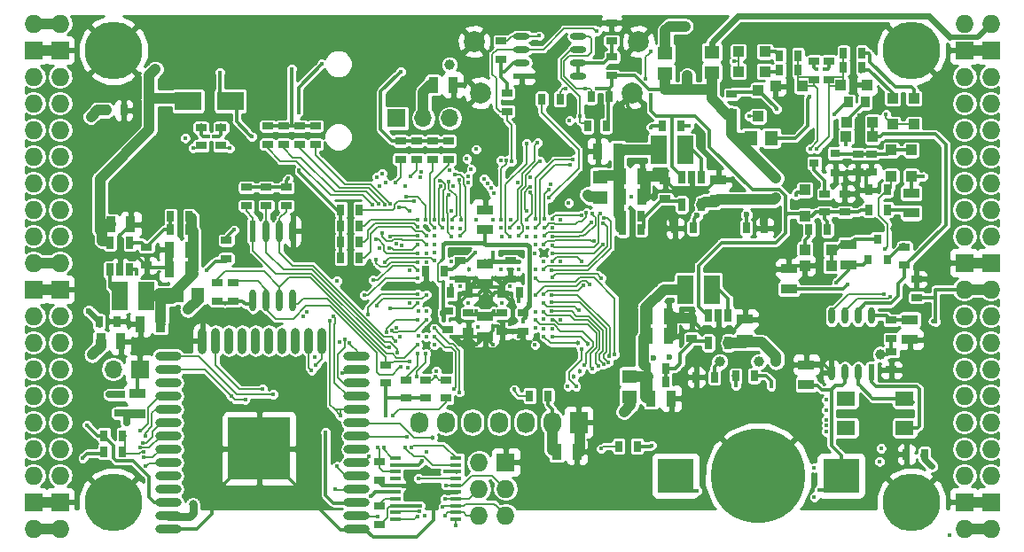
<source format=gbl>
G04 #@! TF.GenerationSoftware,KiCad,Pcbnew,5.0.0-rc2+dfsg1-3*
G04 #@! TF.CreationDate,2018-06-10T23:04:07+02:00*
G04 #@! TF.ProjectId,ulx3s,756C7833732E6B696361645F70636200,rev?*
G04 #@! TF.SameCoordinates,Original*
G04 #@! TF.FileFunction,Copper,L4,Bot,Signal*
G04 #@! TF.FilePolarity,Positive*
%FSLAX46Y46*%
G04 Gerber Fmt 4.6, Leading zero omitted, Abs format (unit mm)*
G04 Created by KiCad (PCBNEW 5.0.0-rc2+dfsg1-3) date Sun Jun 10 23:04:07 2018*
%MOMM*%
%LPD*%
G01*
G04 APERTURE LIST*
G04 #@! TA.AperFunction,SMDPad,CuDef*
%ADD10R,0.600000X2.100000*%
G04 #@! TD*
G04 #@! TA.AperFunction,SMDPad,CuDef*
%ADD11O,0.600000X2.100000*%
G04 #@! TD*
G04 #@! TA.AperFunction,SMDPad,CuDef*
%ADD12R,0.600000X1.550000*%
G04 #@! TD*
G04 #@! TA.AperFunction,SMDPad,CuDef*
%ADD13O,0.600000X1.550000*%
G04 #@! TD*
G04 #@! TA.AperFunction,SMDPad,CuDef*
%ADD14R,1.550000X0.600000*%
G04 #@! TD*
G04 #@! TA.AperFunction,SMDPad,CuDef*
%ADD15O,1.550000X0.600000*%
G04 #@! TD*
G04 #@! TA.AperFunction,SMDPad,CuDef*
%ADD16R,1.000000X0.400000*%
G04 #@! TD*
G04 #@! TA.AperFunction,SMDPad,CuDef*
%ADD17R,0.700000X1.200000*%
G04 #@! TD*
G04 #@! TA.AperFunction,SMDPad,CuDef*
%ADD18O,2.500000X0.900000*%
G04 #@! TD*
G04 #@! TA.AperFunction,SMDPad,CuDef*
%ADD19O,0.900000X2.500000*%
G04 #@! TD*
G04 #@! TA.AperFunction,SMDPad,CuDef*
%ADD20R,6.000000X6.000000*%
G04 #@! TD*
G04 #@! TA.AperFunction,ComponentPad*
%ADD21O,1.727200X1.727200*%
G04 #@! TD*
G04 #@! TA.AperFunction,ComponentPad*
%ADD22R,1.727200X1.727200*%
G04 #@! TD*
G04 #@! TA.AperFunction,ComponentPad*
%ADD23C,5.500000*%
G04 #@! TD*
G04 #@! TA.AperFunction,ComponentPad*
%ADD24R,1.727200X2.032000*%
G04 #@! TD*
G04 #@! TA.AperFunction,ComponentPad*
%ADD25O,1.727200X2.032000*%
G04 #@! TD*
G04 #@! TA.AperFunction,SMDPad,CuDef*
%ADD26R,3.500000X3.300000*%
G04 #@! TD*
G04 #@! TA.AperFunction,BGAPad,CuDef*
%ADD27C,9.000000*%
G04 #@! TD*
G04 #@! TA.AperFunction,SMDPad,CuDef*
%ADD28R,1.800000X1.400000*%
G04 #@! TD*
G04 #@! TA.AperFunction,SMDPad,CuDef*
%ADD29R,0.970000X1.500000*%
G04 #@! TD*
G04 #@! TA.AperFunction,SMDPad,CuDef*
%ADD30R,0.670000X1.000000*%
G04 #@! TD*
G04 #@! TA.AperFunction,SMDPad,CuDef*
%ADD31R,1.500000X0.970000*%
G04 #@! TD*
G04 #@! TA.AperFunction,SMDPad,CuDef*
%ADD32R,1.000000X0.670000*%
G04 #@! TD*
G04 #@! TA.AperFunction,ComponentPad*
%ADD33C,2.000000*%
G04 #@! TD*
G04 #@! TA.AperFunction,SMDPad,CuDef*
%ADD34R,1.000000X1.000000*%
G04 #@! TD*
G04 #@! TA.AperFunction,BGAPad,CuDef*
%ADD35C,0.300000*%
G04 #@! TD*
G04 #@! TA.AperFunction,ComponentPad*
%ADD36R,1.700000X1.700000*%
G04 #@! TD*
G04 #@! TA.AperFunction,ComponentPad*
%ADD37O,1.700000X1.700000*%
G04 #@! TD*
G04 #@! TA.AperFunction,SMDPad,CuDef*
%ADD38R,1.500000X2.700000*%
G04 #@! TD*
G04 #@! TA.AperFunction,SMDPad,CuDef*
%ADD39R,1.295000X1.400000*%
G04 #@! TD*
G04 #@! TA.AperFunction,SMDPad,CuDef*
%ADD40R,1.400000X1.295000*%
G04 #@! TD*
G04 #@! TA.AperFunction,SMDPad,CuDef*
%ADD41R,2.500000X1.800000*%
G04 #@! TD*
G04 #@! TA.AperFunction,SMDPad,CuDef*
%ADD42R,0.800000X0.900000*%
G04 #@! TD*
G04 #@! TA.AperFunction,SMDPad,CuDef*
%ADD43R,0.900000X0.800000*%
G04 #@! TD*
G04 #@! TA.AperFunction,SMDPad,CuDef*
%ADD44R,0.820000X1.000000*%
G04 #@! TD*
G04 #@! TA.AperFunction,ViaPad*
%ADD45C,0.400000*%
G04 #@! TD*
G04 #@! TA.AperFunction,ViaPad*
%ADD46C,0.700000*%
G04 #@! TD*
G04 #@! TA.AperFunction,ViaPad*
%ADD47C,0.454000*%
G04 #@! TD*
G04 #@! TA.AperFunction,ViaPad*
%ADD48C,0.600000*%
G04 #@! TD*
G04 #@! TA.AperFunction,ViaPad*
%ADD49C,1.000000*%
G04 #@! TD*
G04 #@! TA.AperFunction,ViaPad*
%ADD50C,0.800000*%
G04 #@! TD*
G04 #@! TA.AperFunction,Conductor*
%ADD51C,0.300000*%
G04 #@! TD*
G04 #@! TA.AperFunction,Conductor*
%ADD52C,0.500000*%
G04 #@! TD*
G04 #@! TA.AperFunction,Conductor*
%ADD53C,1.000000*%
G04 #@! TD*
G04 #@! TA.AperFunction,Conductor*
%ADD54C,0.700000*%
G04 #@! TD*
G04 #@! TA.AperFunction,Conductor*
%ADD55C,0.600000*%
G04 #@! TD*
G04 #@! TA.AperFunction,Conductor*
%ADD56C,0.400000*%
G04 #@! TD*
G04 #@! TA.AperFunction,Conductor*
%ADD57C,0.800000*%
G04 #@! TD*
G04 #@! TA.AperFunction,Conductor*
%ADD58C,0.190000*%
G04 #@! TD*
G04 #@! TA.AperFunction,Conductor*
%ADD59C,0.200000*%
G04 #@! TD*
G04 #@! TA.AperFunction,Conductor*
%ADD60C,1.500000*%
G04 #@! TD*
G04 #@! TA.AperFunction,Conductor*
%ADD61C,0.127000*%
G04 #@! TD*
G04 #@! TA.AperFunction,Conductor*
%ADD62C,0.180000*%
G04 #@! TD*
G04 #@! TA.AperFunction,Conductor*
%ADD63C,1.200000*%
G04 #@! TD*
G04 #@! TA.AperFunction,Conductor*
%ADD64C,0.254000*%
G04 #@! TD*
G04 APERTURE END LIST*
D10*
G04 #@! TO.P,U10,1*
G04 #@! TO.N,/flash/FLASH_nCS*
X116340000Y-82520000D03*
D11*
G04 #@! TO.P,U10,2*
G04 #@! TO.N,/flash/FLASH_MISO*
X117610000Y-82520000D03*
G04 #@! TO.P,U10,3*
G04 #@! TO.N,/flash/FLASH_nWP*
X118880000Y-82520000D03*
G04 #@! TO.P,U10,4*
G04 #@! TO.N,GND*
X120150000Y-82520000D03*
G04 #@! TO.P,U10,5*
G04 #@! TO.N,/flash/FLASH_MOSI*
X120150000Y-89124000D03*
G04 #@! TO.P,U10,6*
G04 #@! TO.N,/flash/FLASH_SCK*
X118880000Y-89124000D03*
G04 #@! TO.P,U10,7*
G04 #@! TO.N,/flash/FLASH_nHOLD*
X117610000Y-89124000D03*
G04 #@! TO.P,U10,8*
G04 #@! TO.N,+3V3*
X116340000Y-89124000D03*
G04 #@! TD*
D12*
G04 #@! TO.P,U7,1*
G04 #@! TO.N,/power/OSCI_32k*
X175395000Y-96015000D03*
D13*
G04 #@! TO.P,U7,2*
G04 #@! TO.N,/power/OSCO_32k*
X174125000Y-96015000D03*
G04 #@! TO.P,U7,3*
G04 #@! TO.N,/power/VBAT*
X172855000Y-96015000D03*
G04 #@! TO.P,U7,4*
G04 #@! TO.N,GND*
X171585000Y-96015000D03*
G04 #@! TO.P,U7,5*
G04 #@! TO.N,FPDI_SDA*
X171585000Y-90615000D03*
G04 #@! TO.P,U7,6*
G04 #@! TO.N,FPDI_SCL*
X172855000Y-90615000D03*
G04 #@! TO.P,U7,7*
G04 #@! TO.N,/power/WAKEUPn*
X174125000Y-90615000D03*
G04 #@! TO.P,U7,8*
G04 #@! TO.N,/power/RTCVDD*
X175395000Y-90615000D03*
G04 #@! TD*
D14*
G04 #@! TO.P,U11,1*
G04 #@! TO.N,GND*
X141980000Y-67706500D03*
D15*
G04 #@! TO.P,U11,2*
G04 #@! TO.N,+3V3*
X141980000Y-66436500D03*
G04 #@! TO.P,U11,3*
G04 #@! TO.N,FPDI_SCL*
X141980000Y-65166500D03*
G04 #@! TO.P,U11,4*
G04 #@! TO.N,FPDI_SDA*
X141980000Y-63896500D03*
G04 #@! TO.P,U11,5*
G04 #@! TO.N,GPDI_SDA*
X147380000Y-63896500D03*
G04 #@! TO.P,U11,6*
G04 #@! TO.N,GPDI_SCL*
X147380000Y-65166500D03*
G04 #@! TO.P,U11,7*
G04 #@! TO.N,/gpdi/VREF2*
X147380000Y-66436500D03*
G04 #@! TO.P,U11,8*
X147380000Y-67706500D03*
G04 #@! TD*
D16*
G04 #@! TO.P,U6,20*
G04 #@! TO.N,FTDI_TXD*
X129935000Y-104215000D03*
G04 #@! TO.P,U6,19*
G04 #@! TO.N,FTDI_nSLEEP*
X129935000Y-104865000D03*
G04 #@! TO.P,U6,18*
G04 #@! TO.N,FTDI_TXDEN*
X129935000Y-105515000D03*
G04 #@! TO.P,U6,17*
G04 #@! TO.N,FTDI_nRXLED*
X129935000Y-106165000D03*
G04 #@! TO.P,U6,16*
G04 #@! TO.N,GND*
X129935000Y-106815000D03*
G04 #@! TO.P,U6,15*
G04 #@! TO.N,USB5V*
X129935000Y-107465000D03*
G04 #@! TO.P,U6,14*
G04 #@! TO.N,nRESET*
X129935000Y-108115000D03*
G04 #@! TO.P,U6,13*
G04 #@! TO.N,FT2V5*
X129935000Y-108765000D03*
G04 #@! TO.P,U6,12*
G04 #@! TO.N,USB_FTDI_D-*
X129935000Y-109415000D03*
G04 #@! TO.P,U6,11*
G04 #@! TO.N,USB_FTDI_D+*
X129935000Y-110065000D03*
G04 #@! TO.P,U6,10*
G04 #@! TO.N,FTDI_nTXLED*
X135735000Y-110065000D03*
G04 #@! TO.P,U6,9*
G04 #@! TO.N,JTAG_TDO*
X135735000Y-109415000D03*
G04 #@! TO.P,U6,8*
G04 #@! TO.N,JTAG_TMS*
X135735000Y-108765000D03*
G04 #@! TO.P,U6,7*
G04 #@! TO.N,JTAG_TCK*
X135735000Y-108115000D03*
G04 #@! TO.P,U6,6*
G04 #@! TO.N,GND*
X135735000Y-107465000D03*
G04 #@! TO.P,U6,5*
G04 #@! TO.N,JTAG_TDI*
X135735000Y-106815000D03*
G04 #@! TO.P,U6,4*
G04 #@! TO.N,FTDI_RXD*
X135735000Y-106165000D03*
G04 #@! TO.P,U6,3*
G04 #@! TO.N,FT2V5*
X135735000Y-105515000D03*
G04 #@! TO.P,U6,2*
G04 #@! TO.N,FTDI_nRTS*
X135735000Y-104865000D03*
G04 #@! TO.P,U6,1*
G04 #@! TO.N,FTDI_nDTR*
X135735000Y-104215000D03*
G04 #@! TD*
D17*
G04 #@! TO.P,U5,1*
G04 #@! TO.N,/power/PWREN*
X157285000Y-77392000D03*
G04 #@! TO.P,U5,2*
G04 #@! TO.N,GND*
X158235000Y-77392000D03*
G04 #@! TO.P,U5,3*
G04 #@! TO.N,/power/L3*
X159185000Y-77392000D03*
G04 #@! TO.P,U5,4*
G04 #@! TO.N,+5V*
X159185000Y-79992000D03*
G04 #@! TO.P,U5,5*
G04 #@! TO.N,/power/FB3*
X157285000Y-79992000D03*
G04 #@! TD*
G04 #@! TO.P,U3,1*
G04 #@! TO.N,/power/PWREN*
X159825000Y-90600000D03*
G04 #@! TO.P,U3,2*
G04 #@! TO.N,GND*
X160775000Y-90600000D03*
G04 #@! TO.P,U3,3*
G04 #@! TO.N,/power/L1*
X161725000Y-90600000D03*
G04 #@! TO.P,U3,4*
G04 #@! TO.N,+5V*
X161725000Y-93200000D03*
G04 #@! TO.P,U3,5*
G04 #@! TO.N,/power/FB1*
X159825000Y-93200000D03*
G04 #@! TD*
G04 #@! TO.P,U4,1*
G04 #@! TO.N,/power/PWREN*
X104575000Y-86215000D03*
G04 #@! TO.P,U4,2*
G04 #@! TO.N,GND*
X103625000Y-86215000D03*
G04 #@! TO.P,U4,3*
G04 #@! TO.N,/power/L2*
X102675000Y-86215000D03*
G04 #@! TO.P,U4,4*
G04 #@! TO.N,+5V*
X102675000Y-83615000D03*
G04 #@! TO.P,U4,5*
G04 #@! TO.N,/power/FB2*
X104575000Y-83615000D03*
G04 #@! TD*
D18*
G04 #@! TO.P,U9,38*
G04 #@! TO.N,GND*
X126230000Y-111000000D03*
G04 #@! TO.P,U9,37*
G04 #@! TO.N,JTAG_TDI*
X126230000Y-109730000D03*
G04 #@! TO.P,U9,36*
G04 #@! TO.N,PROG_DONE*
X126230000Y-108460000D03*
G04 #@! TO.P,U9,35*
G04 #@! TO.N,WIFI_TXD*
X126230000Y-107190000D03*
G04 #@! TO.P,U9,34*
G04 #@! TO.N,WIFI_RXD*
X126230000Y-105920000D03*
G04 #@! TO.P,U9,33*
G04 #@! TO.N,JTAG_TMS*
X126230000Y-104650000D03*
G04 #@! TO.P,U9,32*
G04 #@! TO.N,Net-(U9-Pad32)*
X126230000Y-103380000D03*
G04 #@! TO.P,U9,31*
G04 #@! TO.N,JTAG_TDO*
X126230000Y-102110000D03*
G04 #@! TO.P,U9,30*
G04 #@! TO.N,JTAG_TCK*
X126230000Y-100840000D03*
G04 #@! TO.P,U9,29*
G04 #@! TO.N,WIFI_GPIO5*
X126230000Y-99570000D03*
G04 #@! TO.P,U9,28*
G04 #@! TO.N,WIFI_GPIO17*
X126230000Y-98300000D03*
G04 #@! TO.P,U9,27*
G04 #@! TO.N,WIFI_GPIO16*
X126230000Y-97030000D03*
G04 #@! TO.P,U9,26*
G04 #@! TO.N,SD_D1*
X126230000Y-95760000D03*
G04 #@! TO.P,U9,25*
G04 #@! TO.N,WIFI_GPIO0*
X126230000Y-94490000D03*
D19*
G04 #@! TO.P,U9,24*
G04 #@! TO.N,SD_D0*
X122945000Y-93000000D03*
G04 #@! TO.P,U9,23*
G04 #@! TO.N,SD_CMD*
X121675000Y-93000000D03*
G04 #@! TO.P,U9,22*
G04 #@! TO.N,Net-(U9-Pad22)*
X120405000Y-93000000D03*
G04 #@! TO.P,U9,21*
G04 #@! TO.N,Net-(U9-Pad21)*
X119135000Y-93000000D03*
G04 #@! TO.P,U9,20*
G04 #@! TO.N,Net-(U9-Pad20)*
X117865000Y-93000000D03*
G04 #@! TO.P,U9,19*
G04 #@! TO.N,Net-(U9-Pad19)*
X116595000Y-93000000D03*
G04 #@! TO.P,U9,18*
G04 #@! TO.N,Net-(U9-Pad18)*
X115325000Y-93000000D03*
G04 #@! TO.P,U9,17*
G04 #@! TO.N,Net-(U9-Pad17)*
X114055000Y-93000000D03*
G04 #@! TO.P,U9,16*
G04 #@! TO.N,SD_D3*
X112785000Y-93000000D03*
G04 #@! TO.P,U9,15*
G04 #@! TO.N,GND*
X111515000Y-93000000D03*
D18*
G04 #@! TO.P,U9,14*
G04 #@! TO.N,SD_D2*
X108230000Y-94490000D03*
G04 #@! TO.P,U9,13*
G04 #@! TO.N,SD_CLK*
X108230000Y-95760000D03*
G04 #@! TO.P,U9,12*
G04 #@! TO.N,Net-(U9-Pad12)*
X108230000Y-97030000D03*
G04 #@! TO.P,U9,11*
G04 #@! TO.N,GN11*
X108230000Y-98300000D03*
G04 #@! TO.P,U9,10*
G04 #@! TO.N,GP11*
X108230000Y-99570000D03*
G04 #@! TO.P,U9,9*
G04 #@! TO.N,GN12*
X108230000Y-100840000D03*
G04 #@! TO.P,U9,8*
G04 #@! TO.N,GP12*
X108230000Y-102110000D03*
G04 #@! TO.P,U9,7*
G04 #@! TO.N,GN13*
X108230000Y-103380000D03*
G04 #@! TO.P,U9,6*
G04 #@! TO.N,GP13*
X108230000Y-104650000D03*
G04 #@! TO.P,U9,5*
G04 #@! TO.N,Net-(U9-Pad5)*
X108230000Y-105920000D03*
G04 #@! TO.P,U9,4*
G04 #@! TO.N,Net-(U9-Pad4)*
X108230000Y-107190000D03*
G04 #@! TO.P,U9,3*
G04 #@! TO.N,/wifi/WIFIEN*
X108230000Y-108460000D03*
G04 #@! TO.P,U9,2*
G04 #@! TO.N,+3V3*
X108230000Y-109730000D03*
G04 #@! TO.P,U9,1*
G04 #@! TO.N,GND*
X108230000Y-111000000D03*
D20*
G04 #@! TO.P,U9,39*
X116930000Y-103300000D03*
G04 #@! TD*
D21*
G04 #@! TO.P,J1,1*
G04 #@! TO.N,2V5_3V3*
X97910000Y-62690000D03*
G04 #@! TO.P,J1,2*
X95370000Y-62690000D03*
D22*
G04 #@! TO.P,J1,3*
G04 #@! TO.N,GND*
X97910000Y-65230000D03*
G04 #@! TO.P,J1,4*
X95370000Y-65230000D03*
D21*
G04 #@! TO.P,J1,5*
G04 #@! TO.N,GN0*
X97910000Y-67770000D03*
G04 #@! TO.P,J1,6*
G04 #@! TO.N,GP0*
X95370000Y-67770000D03*
G04 #@! TO.P,J1,7*
G04 #@! TO.N,GN1*
X97910000Y-70310000D03*
G04 #@! TO.P,J1,8*
G04 #@! TO.N,GP1*
X95370000Y-70310000D03*
G04 #@! TO.P,J1,9*
G04 #@! TO.N,GN2*
X97910000Y-72850000D03*
G04 #@! TO.P,J1,10*
G04 #@! TO.N,GP2*
X95370000Y-72850000D03*
G04 #@! TO.P,J1,11*
G04 #@! TO.N,GN3*
X97910000Y-75390000D03*
G04 #@! TO.P,J1,12*
G04 #@! TO.N,GP3*
X95370000Y-75390000D03*
G04 #@! TO.P,J1,13*
G04 #@! TO.N,GN4*
X97910000Y-77930000D03*
G04 #@! TO.P,J1,14*
G04 #@! TO.N,GP4*
X95370000Y-77930000D03*
G04 #@! TO.P,J1,15*
G04 #@! TO.N,GN5*
X97910000Y-80470000D03*
G04 #@! TO.P,J1,16*
G04 #@! TO.N,GP5*
X95370000Y-80470000D03*
G04 #@! TO.P,J1,17*
G04 #@! TO.N,GN6*
X97910000Y-83010000D03*
G04 #@! TO.P,J1,18*
G04 #@! TO.N,GP6*
X95370000Y-83010000D03*
G04 #@! TO.P,J1,19*
G04 #@! TO.N,2V5_3V3*
X97910000Y-85550000D03*
G04 #@! TO.P,J1,20*
X95370000Y-85550000D03*
D22*
G04 #@! TO.P,J1,21*
G04 #@! TO.N,GND*
X97910000Y-88090000D03*
G04 #@! TO.P,J1,22*
X95370000Y-88090000D03*
D21*
G04 #@! TO.P,J1,23*
G04 #@! TO.N,GN7*
X97910000Y-90630000D03*
G04 #@! TO.P,J1,24*
G04 #@! TO.N,GP7*
X95370000Y-90630000D03*
G04 #@! TO.P,J1,25*
G04 #@! TO.N,GN8*
X97910000Y-93170000D03*
G04 #@! TO.P,J1,26*
G04 #@! TO.N,GP8*
X95370000Y-93170000D03*
G04 #@! TO.P,J1,27*
G04 #@! TO.N,GN9*
X97910000Y-95710000D03*
G04 #@! TO.P,J1,28*
G04 #@! TO.N,GP9*
X95370000Y-95710000D03*
G04 #@! TO.P,J1,29*
G04 #@! TO.N,GN10*
X97910000Y-98250000D03*
G04 #@! TO.P,J1,30*
G04 #@! TO.N,GP10*
X95370000Y-98250000D03*
G04 #@! TO.P,J1,31*
G04 #@! TO.N,GN11*
X97910000Y-100790000D03*
G04 #@! TO.P,J1,32*
G04 #@! TO.N,GP11*
X95370000Y-100790000D03*
G04 #@! TO.P,J1,33*
G04 #@! TO.N,GN12*
X97910000Y-103330000D03*
G04 #@! TO.P,J1,34*
G04 #@! TO.N,GP12*
X95370000Y-103330000D03*
G04 #@! TO.P,J1,35*
G04 #@! TO.N,GN13*
X97910000Y-105870000D03*
G04 #@! TO.P,J1,36*
G04 #@! TO.N,GP13*
X95370000Y-105870000D03*
D22*
G04 #@! TO.P,J1,37*
G04 #@! TO.N,GND*
X97910000Y-108410000D03*
G04 #@! TO.P,J1,38*
X95370000Y-108410000D03*
D21*
G04 #@! TO.P,J1,39*
G04 #@! TO.N,2V5_3V3*
X97910000Y-110950000D03*
G04 #@! TO.P,J1,40*
X95370000Y-110950000D03*
G04 #@! TD*
G04 #@! TO.P,J2,1*
G04 #@! TO.N,+3V3*
X184270000Y-110950000D03*
G04 #@! TO.P,J2,2*
X186810000Y-110950000D03*
D22*
G04 #@! TO.P,J2,3*
G04 #@! TO.N,GND*
X184270000Y-108410000D03*
G04 #@! TO.P,J2,4*
X186810000Y-108410000D03*
D21*
G04 #@! TO.P,J2,5*
G04 #@! TO.N,GN14*
X184270000Y-105870000D03*
G04 #@! TO.P,J2,6*
G04 #@! TO.N,GP14*
X186810000Y-105870000D03*
G04 #@! TO.P,J2,7*
G04 #@! TO.N,GN15*
X184270000Y-103330000D03*
G04 #@! TO.P,J2,8*
G04 #@! TO.N,GP15*
X186810000Y-103330000D03*
G04 #@! TO.P,J2,9*
G04 #@! TO.N,GN16*
X184270000Y-100790000D03*
G04 #@! TO.P,J2,10*
G04 #@! TO.N,GP16*
X186810000Y-100790000D03*
G04 #@! TO.P,J2,11*
G04 #@! TO.N,GN17*
X184270000Y-98250000D03*
G04 #@! TO.P,J2,12*
G04 #@! TO.N,GP17*
X186810000Y-98250000D03*
G04 #@! TO.P,J2,13*
G04 #@! TO.N,GN18*
X184270000Y-95710000D03*
G04 #@! TO.P,J2,14*
G04 #@! TO.N,GP18*
X186810000Y-95710000D03*
G04 #@! TO.P,J2,15*
G04 #@! TO.N,GN19*
X184270000Y-93170000D03*
G04 #@! TO.P,J2,16*
G04 #@! TO.N,GP19*
X186810000Y-93170000D03*
G04 #@! TO.P,J2,17*
G04 #@! TO.N,GN20*
X184270000Y-90630000D03*
G04 #@! TO.P,J2,18*
G04 #@! TO.N,GP20*
X186810000Y-90630000D03*
G04 #@! TO.P,J2,19*
G04 #@! TO.N,+3V3*
X184270000Y-88090000D03*
G04 #@! TO.P,J2,20*
X186810000Y-88090000D03*
D22*
G04 #@! TO.P,J2,21*
G04 #@! TO.N,GND*
X184270000Y-85550000D03*
G04 #@! TO.P,J2,22*
X186810000Y-85550000D03*
D21*
G04 #@! TO.P,J2,23*
G04 #@! TO.N,GN21*
X184270000Y-83010000D03*
G04 #@! TO.P,J2,24*
G04 #@! TO.N,GP21*
X186810000Y-83010000D03*
G04 #@! TO.P,J2,25*
G04 #@! TO.N,GN22*
X184270000Y-80470000D03*
G04 #@! TO.P,J2,26*
G04 #@! TO.N,GP22*
X186810000Y-80470000D03*
G04 #@! TO.P,J2,27*
G04 #@! TO.N,GN23*
X184270000Y-77930000D03*
G04 #@! TO.P,J2,28*
G04 #@! TO.N,GP23*
X186810000Y-77930000D03*
G04 #@! TO.P,J2,29*
G04 #@! TO.N,GN24*
X184270000Y-75390000D03*
G04 #@! TO.P,J2,30*
G04 #@! TO.N,GP24*
X186810000Y-75390000D03*
G04 #@! TO.P,J2,31*
G04 #@! TO.N,GN25*
X184270000Y-72850000D03*
G04 #@! TO.P,J2,32*
G04 #@! TO.N,GP25*
X186810000Y-72850000D03*
G04 #@! TO.P,J2,33*
G04 #@! TO.N,GN26*
X184270000Y-70310000D03*
G04 #@! TO.P,J2,34*
G04 #@! TO.N,GP26*
X186810000Y-70310000D03*
G04 #@! TO.P,J2,35*
G04 #@! TO.N,GN27*
X184270000Y-67770000D03*
G04 #@! TO.P,J2,36*
G04 #@! TO.N,GP27*
X186810000Y-67770000D03*
D22*
G04 #@! TO.P,J2,37*
G04 #@! TO.N,GND*
X184270000Y-65230000D03*
G04 #@! TO.P,J2,38*
X186810000Y-65230000D03*
D21*
G04 #@! TO.P,J2,39*
G04 #@! TO.N,/gpio/IN5V*
X184270000Y-62690000D03*
G04 #@! TO.P,J2,40*
G04 #@! TO.N,/gpio/OUT5V*
X186810000Y-62690000D03*
G04 #@! TD*
D23*
G04 #@! TO.P,H1,1*
G04 #@! TO.N,GND*
X102990000Y-108410000D03*
G04 #@! TD*
G04 #@! TO.P,H2,1*
G04 #@! TO.N,GND*
X179190000Y-108410000D03*
G04 #@! TD*
G04 #@! TO.P,H3,1*
G04 #@! TO.N,GND*
X179190000Y-65230000D03*
G04 #@! TD*
G04 #@! TO.P,H4,1*
G04 #@! TO.N,GND*
X102990000Y-65230000D03*
G04 #@! TD*
D22*
G04 #@! TO.P,J4,1*
G04 #@! TO.N,GND*
X140455000Y-104600000D03*
D21*
G04 #@! TO.P,J4,2*
G04 #@! TO.N,+3V3*
X137915000Y-104600000D03*
G04 #@! TO.P,J4,3*
G04 #@! TO.N,JTAG_TDI*
X140455000Y-107140000D03*
G04 #@! TO.P,J4,4*
G04 #@! TO.N,JTAG_TCK*
X137915000Y-107140000D03*
G04 #@! TO.P,J4,5*
G04 #@! TO.N,JTAG_TMS*
X140455000Y-109680000D03*
G04 #@! TO.P,J4,6*
G04 #@! TO.N,JTAG_TDO*
X137915000Y-109680000D03*
G04 #@! TD*
D24*
G04 #@! TO.P,OLED1,1*
G04 #@! TO.N,GND*
X147440000Y-100790000D03*
D25*
G04 #@! TO.P,OLED1,2*
G04 #@! TO.N,+3V3*
X144900000Y-100790000D03*
G04 #@! TO.P,OLED1,3*
G04 #@! TO.N,OLED_CLK*
X142360000Y-100790000D03*
G04 #@! TO.P,OLED1,4*
G04 #@! TO.N,OLED_MOSI*
X139820000Y-100790000D03*
G04 #@! TO.P,OLED1,5*
G04 #@! TO.N,OLED_RES*
X137280000Y-100790000D03*
G04 #@! TO.P,OLED1,6*
G04 #@! TO.N,OLED_DC*
X134740000Y-100790000D03*
G04 #@! TO.P,OLED1,7*
G04 #@! TO.N,OLED_CS*
X132200000Y-100790000D03*
G04 #@! TD*
D26*
G04 #@! TO.P,BAT1,1*
G04 #@! TO.N,/power/VBAT*
X172485000Y-105870000D03*
X156685000Y-105870000D03*
D27*
G04 #@! TO.P,BAT1,2*
G04 #@! TO.N,GND*
X164585000Y-105870000D03*
G04 #@! TD*
D28*
G04 #@! TO.P,Y2,4*
G04 #@! TO.N,/power/OSCO_32k*
X178576000Y-98522000D03*
G04 #@! TO.P,Y2,3*
G04 #@! TO.N,Net-(Y2-Pad3)*
X172976000Y-98522000D03*
G04 #@! TO.P,Y2,2*
G04 #@! TO.N,Net-(Y2-Pad2)*
X172976000Y-101322000D03*
G04 #@! TO.P,Y2,1*
G04 #@! TO.N,/power/OSCI_32k*
X178576000Y-101322000D03*
G04 #@! TD*
D29*
G04 #@! TO.P,C47,1*
G04 #@! TO.N,2V5_3V3*
X133546000Y-68550000D03*
G04 #@! TO.P,C47,2*
G04 #@! TO.N,GND*
X135456000Y-68550000D03*
G04 #@! TD*
G04 #@! TO.P,C1,1*
G04 #@! TO.N,+5V*
X102748500Y-81885000D03*
G04 #@! TO.P,C1,2*
G04 #@! TO.N,GND*
X104658500Y-81885000D03*
G04 #@! TD*
D30*
G04 #@! TO.P,C2,1*
G04 #@! TO.N,/power/P1V1*
X153985000Y-96910000D03*
G04 #@! TO.P,C2,2*
G04 #@! TO.N,/power/FB1*
X155735000Y-96910000D03*
G04 #@! TD*
D29*
G04 #@! TO.P,C3,2*
G04 #@! TO.N,GND*
X156015000Y-90630000D03*
G04 #@! TO.P,C3,1*
G04 #@! TO.N,/power/P1V1*
X154105000Y-90630000D03*
G04 #@! TD*
G04 #@! TO.P,C4,1*
G04 #@! TO.N,/power/P1V1*
X154105000Y-92535000D03*
G04 #@! TO.P,C4,2*
G04 #@! TO.N,GND*
X156015000Y-92535000D03*
G04 #@! TD*
D31*
G04 #@! TO.P,C5,2*
G04 #@! TO.N,GND*
X163315000Y-90945000D03*
G04 #@! TO.P,C5,1*
G04 #@! TO.N,+5V*
X163315000Y-92855000D03*
G04 #@! TD*
D30*
G04 #@! TO.P,C6,1*
G04 #@! TO.N,/power/P3V3*
X151645000Y-82375000D03*
G04 #@! TO.P,C6,2*
G04 #@! TO.N,/power/FB3*
X153395000Y-82375000D03*
G04 #@! TD*
D29*
G04 #@! TO.P,C7,2*
G04 #@! TO.N,GND*
X153475000Y-79200000D03*
G04 #@! TO.P,C7,1*
G04 #@! TO.N,/power/P3V3*
X151565000Y-79200000D03*
G04 #@! TD*
G04 #@! TO.P,C8,2*
G04 #@! TO.N,GND*
X153475000Y-77295000D03*
G04 #@! TO.P,C8,1*
G04 #@! TO.N,/power/P3V3*
X151565000Y-77295000D03*
G04 #@! TD*
D31*
G04 #@! TO.P,C9,1*
G04 #@! TO.N,+5V*
X160775000Y-79520000D03*
G04 #@! TO.P,C9,2*
G04 #@! TO.N,GND*
X160775000Y-77610000D03*
G04 #@! TD*
D30*
G04 #@! TO.P,C10,2*
G04 #@! TO.N,/power/FB2*
X108465000Y-81105000D03*
G04 #@! TO.P,C10,1*
G04 #@! TO.N,/power/P2V5*
X110215000Y-81105000D03*
G04 #@! TD*
D29*
G04 #@! TO.P,C11,2*
G04 #@! TO.N,GND*
X108385000Y-84280000D03*
G04 #@! TO.P,C11,1*
G04 #@! TO.N,/power/P2V5*
X110295000Y-84280000D03*
G04 #@! TD*
G04 #@! TO.P,C12,1*
G04 #@! TO.N,/power/P2V5*
X110295000Y-86185000D03*
G04 #@! TO.P,C12,2*
G04 #@! TO.N,GND*
X108385000Y-86185000D03*
G04 #@! TD*
D31*
G04 #@! TO.P,C13,2*
G04 #@! TO.N,/power/WKUP*
X173221000Y-83833000D03*
G04 #@! TO.P,C13,1*
G04 #@! TO.N,+5V*
X173221000Y-85743000D03*
G04 #@! TD*
D32*
G04 #@! TO.P,C14,2*
G04 #@! TO.N,GND*
X175380000Y-76900000D03*
G04 #@! TO.P,C14,1*
G04 #@! TO.N,/power/SHUT*
X175380000Y-75150000D03*
G04 #@! TD*
D31*
G04 #@! TO.P,C15,1*
G04 #@! TO.N,/sdcard/SD3V3*
X105276000Y-99967000D03*
G04 #@! TO.P,C15,2*
G04 #@! TO.N,GND*
X105276000Y-98057000D03*
G04 #@! TD*
G04 #@! TO.P,C16,1*
G04 #@! TO.N,+3V3*
X167506000Y-88029000D03*
G04 #@! TO.P,C16,2*
G04 #@! TO.N,GND*
X167506000Y-86119000D03*
G04 #@! TD*
G04 #@! TO.P,C17,1*
G04 #@! TO.N,+1V1*
X138500000Y-90665000D03*
G04 #@! TO.P,C17,2*
G04 #@! TO.N,GND*
X138500000Y-92575000D03*
G04 #@! TD*
D32*
G04 #@! TO.P,C18,1*
G04 #@! TO.N,/gpdi/VREF2*
X150589600Y-64359000D03*
G04 #@! TO.P,C18,2*
G04 #@! TO.N,GND*
X150589600Y-62609000D03*
G04 #@! TD*
D31*
G04 #@! TO.P,C19,1*
G04 #@! TO.N,+2V5*
X138500000Y-82375000D03*
G04 #@! TO.P,C19,2*
G04 #@! TO.N,GND*
X138500000Y-80465000D03*
G04 #@! TD*
G04 #@! TO.P,C20,2*
G04 #@! TO.N,GND*
X138500000Y-87575000D03*
G04 #@! TO.P,C20,1*
G04 #@! TO.N,+3V3*
X138500000Y-85665000D03*
G04 #@! TD*
D29*
G04 #@! TO.P,C21,2*
G04 #@! TO.N,GND*
X103706000Y-93061000D03*
G04 #@! TO.P,C21,1*
G04 #@! TO.N,+3V3*
X101796000Y-93061000D03*
G04 #@! TD*
G04 #@! TO.P,C22,1*
G04 #@! TO.N,/power/P1V1*
X154359000Y-98504000D03*
G04 #@! TO.P,C22,2*
G04 #@! TO.N,GND*
X156269000Y-98504000D03*
G04 #@! TD*
G04 #@! TO.P,C23,2*
G04 #@! TO.N,GND*
X105591000Y-91392000D03*
G04 #@! TO.P,C23,1*
G04 #@! TO.N,/power/P2V5*
X107501000Y-91392000D03*
G04 #@! TD*
G04 #@! TO.P,C24,1*
G04 #@! TO.N,/power/P3V3*
X151189000Y-74882000D03*
G04 #@! TO.P,C24,2*
G04 #@! TO.N,GND*
X149279000Y-74882000D03*
G04 #@! TD*
D32*
G04 #@! TO.P,C25,2*
G04 #@! TO.N,GND*
X140900000Y-87095000D03*
G04 #@! TO.P,C25,1*
G04 #@! TO.N,+3V3*
X140900000Y-85345000D03*
G04 #@! TD*
G04 #@! TO.P,C26,2*
G04 #@! TO.N,GND*
X136100000Y-87095000D03*
G04 #@! TO.P,C26,1*
G04 #@! TO.N,2V5_3V3*
X136100000Y-85345000D03*
G04 #@! TD*
G04 #@! TO.P,C27,2*
G04 #@! TO.N,GND*
X136900000Y-92095000D03*
G04 #@! TO.P,C27,1*
G04 #@! TO.N,+1V1*
X136900000Y-90345000D03*
G04 #@! TD*
G04 #@! TO.P,C28,1*
G04 #@! TO.N,+1V1*
X140100000Y-90345000D03*
G04 #@! TO.P,C28,2*
G04 #@! TO.N,GND*
X140100000Y-92095000D03*
G04 #@! TD*
G04 #@! TO.P,C29,2*
G04 #@! TO.N,GND*
X142100000Y-92095000D03*
G04 #@! TO.P,C29,1*
G04 #@! TO.N,+2V5*
X142100000Y-90345000D03*
G04 #@! TD*
G04 #@! TO.P,C30,1*
G04 #@! TO.N,+2V5*
X134900000Y-90145000D03*
G04 #@! TO.P,C30,2*
G04 #@! TO.N,GND*
X134900000Y-91895000D03*
G04 #@! TD*
D30*
G04 #@! TO.P,C31,1*
G04 #@! TO.N,+3V3*
X135225000Y-88420000D03*
G04 #@! TO.P,C31,2*
G04 #@! TO.N,GND*
X136975000Y-88420000D03*
G04 #@! TD*
G04 #@! TO.P,C32,2*
G04 #@! TO.N,GND*
X140025000Y-88420000D03*
G04 #@! TO.P,C32,1*
G04 #@! TO.N,+3V3*
X141775000Y-88420000D03*
G04 #@! TD*
G04 #@! TO.P,C33,1*
G04 #@! TO.N,+3V3*
X163425000Y-82220000D03*
G04 #@! TO.P,C33,2*
G04 #@! TO.N,GND*
X165175000Y-82220000D03*
G04 #@! TD*
G04 #@! TO.P,C34,1*
G04 #@! TO.N,+3V3*
X158375000Y-82220000D03*
G04 #@! TO.P,C34,2*
G04 #@! TO.N,GND*
X156625000Y-82220000D03*
G04 #@! TD*
D32*
G04 #@! TO.P,C35,1*
G04 #@! TO.N,+3V3*
X177300000Y-94025000D03*
G04 #@! TO.P,C35,2*
G04 #@! TO.N,GND*
X177300000Y-95775000D03*
G04 #@! TD*
D29*
G04 #@! TO.P,C46,1*
G04 #@! TO.N,+3V3*
X145342000Y-103584000D03*
G04 #@! TO.P,C46,2*
G04 #@! TO.N,GND*
X147252000Y-103584000D03*
G04 #@! TD*
D30*
G04 #@! TO.P,C48,2*
G04 #@! TO.N,GND*
X103995000Y-70963000D03*
G04 #@! TO.P,C48,1*
G04 #@! TO.N,2V5_3V3*
X102245000Y-70963000D03*
G04 #@! TD*
G04 #@! TO.P,C49,2*
G04 #@! TO.N,GND*
X103372000Y-91156000D03*
G04 #@! TO.P,C49,1*
G04 #@! TO.N,2V5_3V3*
X101622000Y-91156000D03*
G04 #@! TD*
D32*
G04 #@! TO.P,C50,1*
G04 #@! TO.N,+3V3*
X179713000Y-88856000D03*
G04 #@! TO.P,C50,2*
G04 #@! TO.N,GND*
X179713000Y-87106000D03*
G04 #@! TD*
D30*
G04 #@! TO.P,C51,1*
G04 #@! TO.N,+3V3*
X180473000Y-103856000D03*
G04 #@! TO.P,C51,2*
G04 #@! TO.N,GND*
X178723000Y-103856000D03*
G04 #@! TD*
G04 #@! TO.P,C52,2*
G04 #@! TO.N,GND*
X158645000Y-96490000D03*
G04 #@! TO.P,C52,1*
G04 #@! TO.N,+3V3*
X160395000Y-96490000D03*
G04 #@! TD*
G04 #@! TO.P,C53,2*
G04 #@! TO.N,GND*
X132827200Y-86330000D03*
G04 #@! TO.P,C53,1*
G04 #@! TO.N,2V5_3V3*
X134577200Y-86330000D03*
G04 #@! TD*
D31*
G04 #@! TO.P,C54,2*
G04 #@! TO.N,GND*
X169172000Y-95281000D03*
G04 #@! TO.P,C54,1*
G04 #@! TO.N,/power/VBAT*
X169172000Y-97191000D03*
G04 #@! TD*
G04 #@! TO.P,D11,1*
G04 #@! TO.N,/power/HOLD*
X179190000Y-80790000D03*
G04 #@! TO.P,D11,2*
G04 #@! TO.N,+3V3*
X179190000Y-78880000D03*
G04 #@! TD*
D33*
G04 #@! TO.P,GPDI1,0*
G04 #@! TO.N,GND*
X152546000Y-69312000D03*
X138046000Y-69312000D03*
X153146000Y-64412000D03*
X137446000Y-64412000D03*
G04 #@! TD*
D34*
G04 #@! TO.P,D10,1*
G04 #@! TO.N,/power/WAKE*
X169050000Y-84280000D03*
G04 #@! TO.P,D10,2*
G04 #@! TO.N,/power/WKUP*
X171550000Y-84280000D03*
G04 #@! TD*
G04 #@! TO.P,D12,2*
G04 #@! TO.N,/power/FTDI_nSUSPEND*
X169030000Y-78585000D03*
G04 #@! TO.P,D12,1*
G04 #@! TO.N,/power/PWREN*
X169030000Y-81085000D03*
G04 #@! TD*
G04 #@! TO.P,D13,1*
G04 #@! TO.N,/power/WKUP*
X171550000Y-85804000D03*
G04 #@! TO.P,D13,2*
G04 #@! TO.N,GND*
X169050000Y-85804000D03*
G04 #@! TD*
G04 #@! TO.P,D14,2*
G04 #@! TO.N,/power/SHUT*
X179190000Y-74775000D03*
G04 #@! TO.P,D14,1*
G04 #@! TO.N,+3V3*
X179190000Y-77275000D03*
G04 #@! TD*
G04 #@! TO.P,D15,2*
G04 #@! TO.N,SHUTDOWN*
X177285000Y-77275000D03*
G04 #@! TO.P,D15,1*
G04 #@! TO.N,/power/SHUT*
X177285000Y-74775000D03*
G04 #@! TD*
G04 #@! TO.P,D16,1*
G04 #@! TO.N,/power/PWRBTn*
X172987000Y-73503000D03*
G04 #@! TO.P,D16,2*
G04 #@! TO.N,/power/WAKEUPn*
X175487000Y-73503000D03*
G04 #@! TD*
G04 #@! TO.P,D17,1*
G04 #@! TO.N,/power/PWRBTn*
X164585000Y-69060000D03*
G04 #@! TO.P,D17,2*
G04 #@! TO.N,BTN_PWRn*
X164585000Y-71560000D03*
G04 #@! TD*
G04 #@! TO.P,D20,1*
G04 #@! TO.N,USB_FPGA_D+*
X168756000Y-68659000D03*
G04 #@! TO.P,D20,2*
G04 #@! TO.N,GND*
X166256000Y-68659000D03*
G04 #@! TD*
G04 #@! TO.P,D21,2*
G04 #@! TO.N,GND*
X174979000Y-68550000D03*
G04 #@! TO.P,D21,1*
G04 #@! TO.N,USB_FPGA_D-*
X172479000Y-68550000D03*
G04 #@! TD*
G04 #@! TO.P,D23,2*
G04 #@! TO.N,Net-(D23-Pad2)*
X165200000Y-67262000D03*
G04 #@! TO.P,D23,1*
G04 #@! TO.N,USB_FPGA_PULL_D+*
X162700000Y-67262000D03*
G04 #@! TD*
G04 #@! TO.P,D24,2*
G04 #@! TO.N,USB_FPGA_PULL_D+*
X162700000Y-65357000D03*
G04 #@! TO.P,D24,1*
G04 #@! TO.N,Net-(D24-Pad1)*
X165200000Y-65357000D03*
G04 #@! TD*
G04 #@! TO.P,D25,1*
G04 #@! TO.N,USB_FPGA_PULL_D-*
X177412000Y-72322000D03*
G04 #@! TO.P,D25,2*
G04 #@! TO.N,Net-(D25-Pad2)*
X177412000Y-69822000D03*
G04 #@! TD*
G04 #@! TO.P,D26,1*
G04 #@! TO.N,Net-(D26-Pad1)*
X179444000Y-69822000D03*
G04 #@! TO.P,D26,2*
G04 #@! TO.N,USB_FPGA_PULL_D-*
X179444000Y-72322000D03*
G04 #@! TD*
D35*
G04 #@! TO.P,AE1,1*
G04 #@! TO.N,/usb/ANT_433MHz*
X182888000Y-111603000D03*
G04 #@! TD*
D32*
G04 #@! TO.P,R49,1*
G04 #@! TO.N,USB_FTDI_D-*
X113277000Y-74360000D03*
G04 #@! TO.P,R49,2*
G04 #@! TO.N,/usb/FTD-*
X113277000Y-72610000D03*
G04 #@! TD*
G04 #@! TO.P,R50,2*
G04 #@! TO.N,/usb/FTD+*
X111372000Y-72610000D03*
G04 #@! TO.P,R50,1*
G04 #@! TO.N,USB_FTDI_D+*
X111372000Y-74360000D03*
G04 #@! TD*
D30*
G04 #@! TO.P,R51,2*
G04 #@! TO.N,/blinkey/SWPU*
X155455000Y-72487000D03*
G04 #@! TO.P,R51,1*
G04 #@! TO.N,2V5_3V3*
X157205000Y-72487000D03*
G04 #@! TD*
D32*
G04 #@! TO.P,R52,2*
G04 #@! TO.N,/usb/FPD-*
X171331000Y-66278000D03*
G04 #@! TO.P,R52,1*
G04 #@! TO.N,USB_FPGA_D-*
X171331000Y-68028000D03*
G04 #@! TD*
G04 #@! TO.P,R53,1*
G04 #@! TO.N,USB_FPGA_D+*
X169919000Y-68028000D03*
G04 #@! TO.P,R53,2*
G04 #@! TO.N,/usb/FPD+*
X169919000Y-66278000D03*
G04 #@! TD*
D30*
G04 #@! TO.P,R54,2*
G04 #@! TO.N,Net-(D26-Pad1)*
X174477000Y-65502000D03*
G04 #@! TO.P,R54,1*
G04 #@! TO.N,USB_FPGA_D-*
X172727000Y-65502000D03*
G04 #@! TD*
D32*
G04 #@! TO.P,R56,1*
G04 #@! TO.N,GND*
X128390000Y-106321000D03*
G04 #@! TO.P,R56,2*
G04 #@! TO.N,FTDI_TXDEN*
X128390000Y-104571000D03*
G04 #@! TD*
G04 #@! TO.P,R57,2*
G04 #@! TO.N,/analog/AUDIO_V*
X117722000Y-72483000D03*
G04 #@! TO.P,R57,1*
G04 #@! TO.N,AUDIO_V0*
X117722000Y-74233000D03*
G04 #@! TD*
G04 #@! TO.P,R58,1*
G04 #@! TO.N,AUDIO_V1*
X119246000Y-74233000D03*
G04 #@! TO.P,R58,2*
G04 #@! TO.N,/analog/AUDIO_V*
X119246000Y-72483000D03*
G04 #@! TD*
G04 #@! TO.P,R59,2*
G04 #@! TO.N,/analog/AUDIO_V*
X120770000Y-72483000D03*
G04 #@! TO.P,R59,1*
G04 #@! TO.N,AUDIO_V2*
X120770000Y-74233000D03*
G04 #@! TD*
G04 #@! TO.P,R60,1*
G04 #@! TO.N,AUDIO_V3*
X122294000Y-74233000D03*
G04 #@! TO.P,R60,2*
G04 #@! TO.N,/analog/AUDIO_V*
X122294000Y-72483000D03*
G04 #@! TD*
D30*
G04 #@! TO.P,R61,1*
G04 #@! TO.N,GPDI_CEC*
X145655000Y-69900000D03*
G04 #@! TO.P,R61,2*
G04 #@! TO.N,/gpdi/FPDI_CEC*
X143905000Y-69900000D03*
G04 #@! TD*
D36*
G04 #@! TO.P,J3,1*
G04 #@! TO.N,GND*
X105530000Y-95710000D03*
D37*
G04 #@! TO.P,J3,2*
G04 #@! TO.N,/wifi/WIFIEN*
X102990000Y-95710000D03*
G04 #@! TD*
D36*
G04 #@! TO.P,J5,1*
G04 #@! TO.N,+2V5*
X130056000Y-71725000D03*
D37*
G04 #@! TO.P,J5,2*
G04 #@! TO.N,2V5_3V3*
X132596000Y-71725000D03*
G04 #@! TO.P,J5,3*
G04 #@! TO.N,+3V3*
X135136000Y-71725000D03*
G04 #@! TD*
D30*
G04 #@! TO.P,R40,1*
G04 #@! TO.N,Net-(D24-Pad1)*
X166631000Y-65738000D03*
G04 #@! TO.P,R40,2*
G04 #@! TO.N,USB_FPGA_D+*
X168381000Y-65738000D03*
G04 #@! TD*
D32*
G04 #@! TO.P,R55,1*
G04 #@! TO.N,/flash/FPGA_DONE*
X134740000Y-96740000D03*
G04 #@! TO.P,R55,2*
G04 #@! TO.N,PROG_DONE*
X134740000Y-98490000D03*
G04 #@! TD*
D31*
G04 #@! TO.P,C55,1*
G04 #@! TO.N,/power/RTCVDD*
X179078000Y-90963000D03*
G04 #@! TO.P,C55,2*
G04 #@! TO.N,GND*
X179078000Y-92873000D03*
G04 #@! TD*
D32*
G04 #@! TO.P,R65,1*
G04 #@! TO.N,+3V3*
X177300000Y-92793000D03*
G04 #@! TO.P,R65,2*
G04 #@! TO.N,/power/RTCVDD*
X177300000Y-91043000D03*
G04 #@! TD*
D38*
G04 #@! TO.P,L1,1*
G04 #@! TO.N,/power/L1*
X160140000Y-88090000D03*
G04 #@! TO.P,L1,2*
G04 #@! TO.N,/power/P1V1*
X157600000Y-88090000D03*
G04 #@! TD*
G04 #@! TO.P,L2,1*
G04 #@! TO.N,/power/L2*
X103625000Y-88725000D03*
G04 #@! TO.P,L2,2*
G04 #@! TO.N,/power/P2V5*
X106165000Y-88725000D03*
G04 #@! TD*
G04 #@! TO.P,L3,2*
G04 #@! TO.N,/power/P3V3*
X155060000Y-74755000D03*
G04 #@! TO.P,L3,1*
G04 #@! TO.N,/power/L3*
X157600000Y-74755000D03*
G04 #@! TD*
D30*
G04 #@! TO.P,R1,2*
G04 #@! TO.N,/power/PWREN*
X171175000Y-82375000D03*
G04 #@! TO.P,R1,1*
G04 #@! TO.N,/power/WAKE*
X169425000Y-82375000D03*
G04 #@! TD*
D32*
G04 #@! TO.P,R2,2*
G04 #@! TO.N,GND*
X172840000Y-78960000D03*
G04 #@! TO.P,R2,1*
G04 #@! TO.N,/power/PWREN*
X172840000Y-80710000D03*
G04 #@! TD*
G04 #@! TO.P,R3,1*
G04 #@! TO.N,+5V*
X162045000Y-71185000D03*
G04 #@! TO.P,R3,2*
G04 #@! TO.N,/power/PWRBTn*
X162045000Y-69435000D03*
G04 #@! TD*
D30*
G04 #@! TO.P,R4,1*
G04 #@! TO.N,/power/HOLD*
X176890000Y-80470000D03*
G04 #@! TO.P,R4,2*
G04 #@! TO.N,/power/PWREN*
X175140000Y-80470000D03*
G04 #@! TD*
D32*
G04 #@! TO.P,R5,1*
G04 #@! TO.N,/power/SHUT*
X174110000Y-75150000D03*
G04 #@! TO.P,R5,2*
G04 #@! TO.N,GND*
X174110000Y-76900000D03*
G04 #@! TD*
G04 #@! TO.P,R6,2*
G04 #@! TO.N,/power/WAKEUPn*
X178555000Y-85790000D03*
G04 #@! TO.P,R6,1*
G04 #@! TO.N,/power/WKn*
X178555000Y-84040000D03*
G04 #@! TD*
G04 #@! TO.P,R7,2*
G04 #@! TO.N,/blinkey/BTNPUL*
X113785000Y-85155000D03*
G04 #@! TO.P,R7,1*
G04 #@! TO.N,+3V3*
X113785000Y-83405000D03*
G04 #@! TD*
G04 #@! TO.P,R8,1*
G04 #@! TO.N,/power/PWREN*
X170935000Y-80710000D03*
G04 #@! TO.P,R8,2*
G04 #@! TO.N,/power/SHD*
X170935000Y-78960000D03*
G04 #@! TD*
G04 #@! TO.P,R9,2*
G04 #@! TO.N,FT2V5*
X128390000Y-110555000D03*
G04 #@! TO.P,R9,1*
G04 #@! TO.N,nRESET*
X128390000Y-108805000D03*
G04 #@! TD*
D30*
G04 #@! TO.P,R10,2*
G04 #@! TO.N,FTDI_nSLEEP*
X151264000Y-103076000D03*
G04 #@! TO.P,R10,1*
G04 #@! TO.N,/power/FTDI_nSUSPEND*
X153014000Y-103076000D03*
G04 #@! TD*
D32*
G04 #@! TO.P,R11,2*
G04 #@! TO.N,/flash/FLASH_nWP*
X119515000Y-80093000D03*
G04 #@! TO.P,R11,1*
G04 #@! TO.N,+3V3*
X119515000Y-78343000D03*
G04 #@! TD*
G04 #@! TO.P,R12,1*
G04 #@! TO.N,+3V3*
X114420000Y-89219000D03*
G04 #@! TO.P,R12,2*
G04 #@! TO.N,/flash/FLASH_nHOLD*
X114420000Y-87469000D03*
G04 #@! TD*
D30*
G04 #@! TO.P,R13,2*
G04 #@! TO.N,GND*
X175140000Y-78565000D03*
G04 #@! TO.P,R13,1*
G04 #@! TO.N,SHUTDOWN*
X176890000Y-78565000D03*
G04 #@! TD*
G04 #@! TO.P,R14,2*
G04 #@! TO.N,/analog/AUDIO_L*
X124721000Y-85060000D03*
G04 #@! TO.P,R14,1*
G04 #@! TO.N,AUDIO_L0*
X126471000Y-85060000D03*
G04 #@! TD*
G04 #@! TO.P,R15,1*
G04 #@! TO.N,AUDIO_L1*
X126471000Y-83536000D03*
G04 #@! TO.P,R15,2*
G04 #@! TO.N,/analog/AUDIO_L*
X124721000Y-83536000D03*
G04 #@! TD*
G04 #@! TO.P,R16,2*
G04 #@! TO.N,/analog/AUDIO_L*
X124721000Y-82012000D03*
G04 #@! TO.P,R16,1*
G04 #@! TO.N,AUDIO_L2*
X126471000Y-82012000D03*
G04 #@! TD*
G04 #@! TO.P,R17,1*
G04 #@! TO.N,AUDIO_L3*
X126471000Y-80470000D03*
G04 #@! TO.P,R17,2*
G04 #@! TO.N,/analog/AUDIO_L*
X124721000Y-80470000D03*
G04 #@! TD*
D32*
G04 #@! TO.P,R18,2*
G04 #@! TO.N,/analog/AUDIO_R*
X130422000Y-73898000D03*
G04 #@! TO.P,R18,1*
G04 #@! TO.N,AUDIO_R0*
X130422000Y-75648000D03*
G04 #@! TD*
G04 #@! TO.P,R19,2*
G04 #@! TO.N,/analog/AUDIO_R*
X131961000Y-73898000D03*
G04 #@! TO.P,R19,1*
G04 #@! TO.N,AUDIO_R1*
X131961000Y-75648000D03*
G04 #@! TD*
G04 #@! TO.P,R20,2*
G04 #@! TO.N,/analog/AUDIO_R*
X133485000Y-73898000D03*
G04 #@! TO.P,R20,1*
G04 #@! TO.N,AUDIO_R2*
X133485000Y-75648000D03*
G04 #@! TD*
G04 #@! TO.P,R21,1*
G04 #@! TO.N,AUDIO_R3*
X135009000Y-75648000D03*
G04 #@! TO.P,R21,2*
G04 #@! TO.N,/analog/AUDIO_R*
X135009000Y-73898000D03*
G04 #@! TD*
G04 #@! TO.P,R22,1*
G04 #@! TO.N,+3V3*
X140025500Y-66105000D03*
G04 #@! TO.P,R22,2*
G04 #@! TO.N,FPDI_SDA*
X140025500Y-64355000D03*
G04 #@! TD*
G04 #@! TO.P,R23,2*
G04 #@! TO.N,FPDI_SCL*
X140597000Y-71076000D03*
G04 #@! TO.P,R23,1*
G04 #@! TO.N,+3V3*
X140597000Y-69326000D03*
G04 #@! TD*
G04 #@! TO.P,R24,1*
G04 #@! TO.N,+5V*
X150615000Y-67647000D03*
G04 #@! TO.P,R24,2*
G04 #@! TO.N,/gpdi/VREF2*
X150615000Y-65897000D03*
G04 #@! TD*
D30*
G04 #@! TO.P,R25,2*
G04 #@! TO.N,GPDI_SCL*
X148300000Y-72487000D03*
G04 #@! TO.P,R25,1*
G04 #@! TO.N,+5V*
X150050000Y-72487000D03*
G04 #@! TD*
G04 #@! TO.P,R26,1*
G04 #@! TO.N,+5V*
X150362000Y-69693000D03*
G04 #@! TO.P,R26,2*
G04 #@! TO.N,GPDI_SDA*
X148612000Y-69693000D03*
G04 #@! TD*
D32*
G04 #@! TO.P,R27,2*
G04 #@! TO.N,/flash/FLASH_MOSI*
X129025000Y-95300000D03*
G04 #@! TO.P,R27,1*
G04 #@! TO.N,+3V3*
X129025000Y-97050000D03*
G04 #@! TD*
G04 #@! TO.P,R28,1*
G04 #@! TO.N,+3V3*
X117595000Y-78343000D03*
G04 #@! TO.P,R28,2*
G04 #@! TO.N,/flash/FLASH_MISO*
X117595000Y-80093000D03*
G04 #@! TD*
G04 #@! TO.P,R29,1*
G04 #@! TO.N,+3V3*
X112896000Y-89219000D03*
G04 #@! TO.P,R29,2*
G04 #@! TO.N,/flash/FLASH_SCK*
X112896000Y-87469000D03*
G04 #@! TD*
G04 #@! TO.P,R30,1*
G04 #@! TO.N,+3V3*
X115690000Y-78343000D03*
G04 #@! TO.P,R30,2*
G04 #@! TO.N,/flash/FLASH_nCS*
X115690000Y-80093000D03*
G04 #@! TD*
D30*
G04 #@! TO.P,R31,2*
G04 #@! TO.N,/flash/FPGA_PROGRAMN*
X142755000Y-98250000D03*
G04 #@! TO.P,R31,1*
G04 #@! TO.N,+3V3*
X144505000Y-98250000D03*
G04 #@! TD*
D32*
G04 #@! TO.P,R32,1*
G04 #@! TO.N,+3V3*
X132835000Y-98490000D03*
G04 #@! TO.P,R32,2*
G04 #@! TO.N,/flash/FPGA_DONE*
X132835000Y-96740000D03*
G04 #@! TD*
G04 #@! TO.P,R33,2*
G04 #@! TO.N,/flash/FPGA_INITN*
X130930000Y-96740000D03*
G04 #@! TO.P,R33,1*
G04 #@! TO.N,+3V3*
X130930000Y-98490000D03*
G04 #@! TD*
D30*
G04 #@! TO.P,R34,1*
G04 #@! TO.N,+3V3*
X102115000Y-103600000D03*
G04 #@! TO.P,R34,2*
G04 #@! TO.N,WIFI_EN*
X103865000Y-103600000D03*
G04 #@! TD*
G04 #@! TO.P,R35,2*
G04 #@! TO.N,/wifi/WIFIEN*
X102115000Y-102060000D03*
G04 #@! TO.P,R35,1*
G04 #@! TO.N,WIFI_EN*
X103865000Y-102060000D03*
G04 #@! TD*
D32*
G04 #@! TO.P,R38,1*
G04 #@! TO.N,/sdcard/SD3V3*
X103576500Y-99905000D03*
G04 #@! TO.P,R38,2*
G04 #@! TO.N,+3V3*
X103576500Y-98155000D03*
G04 #@! TD*
D30*
G04 #@! TO.P,R39,1*
G04 #@! TO.N,+3V3*
X164190000Y-96345000D03*
G04 #@! TO.P,R39,2*
G04 #@! TO.N,/blinkey/BTNPUR*
X162440000Y-96345000D03*
G04 #@! TD*
G04 #@! TO.P,R63,2*
G04 #@! TO.N,USB_FPGA_D+*
X168381000Y-67135000D03*
G04 #@! TO.P,R63,1*
G04 #@! TO.N,Net-(D23-Pad2)*
X166631000Y-67135000D03*
G04 #@! TD*
G04 #@! TO.P,R64,1*
G04 #@! TO.N,Net-(D25-Pad2)*
X174475000Y-66899000D03*
G04 #@! TO.P,R64,2*
G04 #@! TO.N,USB_FPGA_D-*
X172725000Y-66899000D03*
G04 #@! TD*
G04 #@! TO.P,RA1,1*
G04 #@! TO.N,/power/P1V1*
X153985000Y-95640000D03*
G04 #@! TO.P,RA1,2*
G04 #@! TO.N,/power/FB1*
X155735000Y-95640000D03*
G04 #@! TD*
G04 #@! TO.P,RA2,1*
G04 #@! TO.N,/power/P2V5*
X110215000Y-82375000D03*
G04 #@! TO.P,RA2,2*
G04 #@! TO.N,/power/FB2*
X108465000Y-82375000D03*
G04 #@! TD*
G04 #@! TO.P,RA3,1*
G04 #@! TO.N,/power/P3V3*
X151645000Y-81105000D03*
G04 #@! TO.P,RA3,2*
G04 #@! TO.N,/power/FB3*
X153395000Y-81105000D03*
G04 #@! TD*
D32*
G04 #@! TO.P,RB1,2*
G04 #@! TO.N,/power/FB1*
X158235000Y-92775000D03*
G04 #@! TO.P,RB1,1*
G04 #@! TO.N,GND*
X158235000Y-91025000D03*
G04 #@! TD*
G04 #@! TO.P,RB2,1*
G04 #@! TO.N,GND*
X106165000Y-85790000D03*
G04 #@! TO.P,RB2,2*
G04 #@! TO.N,/power/FB2*
X106165000Y-84040000D03*
G04 #@! TD*
G04 #@! TO.P,RB3,2*
G04 #@! TO.N,/power/FB3*
X155695000Y-79440000D03*
G04 #@! TO.P,RB3,1*
G04 #@! TO.N,GND*
X155695000Y-77690000D03*
G04 #@! TD*
D39*
G04 #@! TO.P,RD9,1*
G04 #@! TO.N,/usb/US2VBUS*
X165821500Y-73630000D03*
G04 #@! TO.P,RD9,2*
G04 #@! TO.N,+5V*
X163886500Y-73630000D03*
G04 #@! TD*
D40*
G04 #@! TO.P,RD51,2*
G04 #@! TO.N,/gpio/IN5V*
X155710000Y-65550500D03*
G04 #@! TO.P,RD51,1*
G04 #@! TO.N,+5V*
X155710000Y-67485500D03*
G04 #@! TD*
G04 #@! TO.P,RD52,2*
G04 #@! TO.N,+5V*
X160155000Y-67358500D03*
G04 #@! TO.P,RD52,1*
G04 #@! TO.N,/gpio/OUT5V*
X160155000Y-65423500D03*
G04 #@! TD*
G04 #@! TO.P,RP1,1*
G04 #@! TO.N,/power/P1V1*
X152281000Y-96393500D03*
G04 #@! TO.P,RP1,2*
G04 #@! TO.N,+1V1*
X152281000Y-98328500D03*
G04 #@! TD*
D39*
G04 #@! TO.P,RP2,2*
G04 #@! TO.N,+2V5*
X111069500Y-88598000D03*
G04 #@! TO.P,RP2,1*
G04 #@! TO.N,/power/P2V5*
X109134500Y-88598000D03*
G04 #@! TD*
D40*
G04 #@! TO.P,RP3,1*
G04 #@! TO.N,/power/P3V3*
X149472000Y-77343500D03*
G04 #@! TO.P,RP3,2*
G04 #@! TO.N,+3V3*
X149472000Y-79278500D03*
G04 #@! TD*
D41*
G04 #@! TO.P,D8,1*
G04 #@! TO.N,+5V*
X110149000Y-70074000D03*
G04 #@! TO.P,D8,2*
G04 #@! TO.N,USB5V*
X114149000Y-70074000D03*
G04 #@! TD*
D42*
G04 #@! TO.P,Q1,3*
G04 #@! TO.N,/power/WKUP*
X176015000Y-83280000D03*
G04 #@! TO.P,Q1,2*
G04 #@! TO.N,+5V*
X175065000Y-85280000D03*
G04 #@! TO.P,Q1,1*
G04 #@! TO.N,/power/WKn*
X176965000Y-85280000D03*
G04 #@! TD*
D43*
G04 #@! TO.P,Q2,1*
G04 #@! TO.N,/power/SHUT*
X171935000Y-75075000D03*
G04 #@! TO.P,Q2,2*
G04 #@! TO.N,GND*
X171935000Y-76975000D03*
G04 #@! TO.P,Q2,3*
G04 #@! TO.N,/power/SHD*
X169935000Y-76025000D03*
G04 #@! TD*
D34*
G04 #@! TO.P,D27,1*
G04 #@! TO.N,/power/WAKEUPn*
X175502000Y-72106000D03*
G04 #@! TO.P,D27,2*
G04 #@! TO.N,Net-(D27-Pad2)*
X173002000Y-72106000D03*
G04 #@! TD*
D44*
G04 #@! TO.P,R66,1*
G04 #@! TO.N,US2_ID*
X173198000Y-70201000D03*
G04 #@! TO.P,R66,2*
G04 #@! TO.N,Net-(D27-Pad2)*
X174798000Y-70201000D03*
G04 #@! TD*
D45*
G04 #@! TO.N,*
X124632693Y-93120351D03*
D46*
G04 #@! TO.N,GND*
X112784000Y-102840000D03*
D45*
X141742847Y-69038361D03*
X152408000Y-72169500D03*
X138480000Y-92600000D03*
X140080000Y-92600000D03*
X135280000Y-87000000D03*
X145687392Y-90996646D03*
D47*
X141675979Y-86986521D03*
D45*
X140876932Y-84552536D03*
X132882184Y-84635369D03*
X132879996Y-82103336D03*
X140922639Y-81447441D03*
X177287984Y-96778661D03*
D48*
X152510125Y-81695229D03*
D45*
X131264297Y-86227110D03*
X135342764Y-89381630D03*
X144103496Y-84660400D03*
D49*
X177658444Y-82281349D03*
D45*
X145680000Y-81405125D03*
X145691238Y-94166752D03*
D49*
X162956098Y-95078488D03*
X158539988Y-94868772D03*
D48*
X161075765Y-80992022D03*
X164882869Y-80938986D03*
X156262773Y-81349374D03*
X123437000Y-108972000D03*
D45*
X135281276Y-80583119D03*
X131279502Y-89407325D03*
X170309539Y-85441529D03*
X145672808Y-85396062D03*
X133216000Y-107465000D03*
X137680000Y-88600000D03*
X142480000Y-95000000D03*
X141680000Y-92600000D03*
X135284627Y-94985297D03*
X135288625Y-94225619D03*
X134455822Y-94267172D03*
X136095958Y-93369652D03*
D47*
X139264636Y-91615205D03*
D49*
X116880503Y-64802940D03*
X106974809Y-64953974D03*
D45*
X140874194Y-91433353D03*
X142480000Y-94200000D03*
X140880000Y-93400000D03*
X139280000Y-93400000D03*
X137680000Y-93400000D03*
X136880000Y-92600000D03*
X135280000Y-92600000D03*
X132880000Y-91800000D03*
X132880000Y-93400000D03*
D47*
X139280000Y-87000000D03*
X137680000Y-87000000D03*
X136080000Y-84600000D03*
X139280000Y-88600000D03*
D49*
X175776000Y-63343000D03*
X164854000Y-63343000D03*
D45*
X174252000Y-71471000D03*
G04 #@! TO.N,+5V*
X149169500Y-68867500D03*
D49*
X166275426Y-77459534D03*
X107021491Y-67043629D03*
D45*
X172047074Y-87438453D03*
D49*
X166255545Y-79350736D03*
X157807568Y-67669269D03*
X101707889Y-82423180D03*
X166284693Y-95025145D03*
G04 #@! TO.N,/gpio/IN5V*
X157600000Y-62944000D03*
D45*
G04 #@! TO.N,+3V3*
X119692151Y-77494120D03*
X135263000Y-87727000D03*
X141740000Y-89250994D03*
D48*
X156091000Y-94585000D03*
D45*
X140032430Y-67286930D03*
X137803000Y-91664000D03*
D48*
X181155918Y-104980708D03*
D45*
X171089123Y-98665996D03*
X171089123Y-99619659D03*
D49*
X135105588Y-66616618D03*
D45*
X181491000Y-91156000D03*
X113660608Y-89375718D03*
D49*
X148268387Y-79050018D03*
D45*
X114513935Y-82409431D03*
X109840000Y-73620000D03*
X132110753Y-92527478D03*
X165803369Y-97344883D03*
D49*
X160905403Y-95006436D03*
D48*
X158731133Y-81048929D03*
X154593901Y-94607945D03*
D49*
X164625730Y-94982471D03*
D48*
X163462982Y-80942429D03*
D49*
X176254940Y-94288458D03*
D50*
X110593913Y-108636458D03*
D45*
X180340784Y-77316932D03*
X173137949Y-87594275D03*
X129005202Y-100174798D03*
X176305593Y-103279812D03*
X100080000Y-104200000D03*
X139272517Y-84611349D03*
X141680000Y-86200000D03*
X132880000Y-92600000D03*
X141680000Y-85400000D03*
D46*
X102624000Y-98141000D03*
D49*
X100973000Y-94331000D03*
D45*
G04 #@! TO.N,BTN_F1*
X121494155Y-90235621D03*
X130019546Y-91732979D03*
G04 #@! TO.N,BTN_F2*
X121166000Y-90648000D03*
X130384540Y-92584728D03*
G04 #@! TO.N,BTN_R*
X146394787Y-97333919D03*
X143300000Y-86220000D03*
G04 #@! TO.N,BTN_U*
X144891603Y-91881937D03*
X147175985Y-97333919D03*
X147700000Y-93820000D03*
G04 #@! TO.N,+2V5*
X142107219Y-91201016D03*
D49*
X110128890Y-90028152D03*
D45*
X142480000Y-83800000D03*
X134480000Y-83800000D03*
X134480000Y-91000000D03*
G04 #@! TO.N,/power/PWREN*
X154313000Y-69502500D03*
X120664983Y-71227362D03*
X122926177Y-66532317D03*
X105245010Y-86595559D03*
G04 #@! TO.N,/power/VBAT*
X170411010Y-107286196D03*
X158716651Y-107325176D03*
G04 #@! TO.N,JTAG_TDI*
X128216338Y-109813327D03*
X136050273Y-97914229D03*
X132708000Y-109680000D03*
X134750646Y-106810513D03*
X133680000Y-91800000D03*
G04 #@! TO.N,JTAG_TCK*
X135517000Y-97633000D03*
X134675868Y-108131585D03*
D47*
X133449289Y-102232615D03*
D45*
X133680000Y-92600000D03*
G04 #@! TO.N,JTAG_TMS*
X132928488Y-103601340D03*
X127419091Y-104077728D03*
X133685482Y-93402296D03*
X134463998Y-108841973D03*
G04 #@! TO.N,JTAG_TDO*
X131986331Y-96404793D03*
X131039072Y-102187000D03*
X134636872Y-109719950D03*
X132846234Y-94197073D03*
G04 #@! TO.N,SHUTDOWN*
X176700000Y-84220000D03*
X143260000Y-84620000D03*
G04 #@! TO.N,GPDI_SDA*
X148090000Y-68867500D03*
G04 #@! TO.N,GPDI_SCL*
X147582000Y-71534498D03*
G04 #@! TO.N,SD_CMD*
X121928000Y-95855000D03*
G04 #@! TO.N,SD_CLK*
X115593957Y-98664957D03*
X114280972Y-98295028D03*
G04 #@! TO.N,SD_D0*
X122309000Y-95347000D03*
X127810351Y-87182069D03*
X132083026Y-86260405D03*
G04 #@! TO.N,SD_D1*
X122203636Y-94585375D03*
X124849021Y-96102869D03*
G04 #@! TO.N,USB5V*
X113157250Y-67343629D03*
X116198000Y-73474420D03*
X127586603Y-107875044D03*
G04 #@! TO.N,GPDI_CEC*
X146233418Y-68946082D03*
G04 #@! TO.N,FTDI_nDTR*
X131453853Y-103208291D03*
G04 #@! TO.N,SDRAM_D15*
X149787294Y-81774991D03*
X144080000Y-86200000D03*
G04 #@! TO.N,SDRAM_A6*
X149553145Y-86989440D03*
X144894316Y-86977564D03*
G04 #@! TO.N,SDRAM_D13*
X144896700Y-83863953D03*
X149527221Y-80838006D03*
D47*
G04 #@! TO.N,SDRAM_D6*
X147343891Y-93217126D03*
D45*
X144113248Y-92588762D03*
G04 #@! TO.N,SDRAM_D14*
X149853189Y-81252115D03*
X144875155Y-86292748D03*
G04 #@! TO.N,SDRAM_D12*
X144916886Y-83019942D03*
X148696112Y-80861847D03*
D47*
G04 #@! TO.N,SDRAM_D5*
X148349010Y-93322307D03*
D45*
X144882352Y-92577990D03*
G04 #@! TO.N,SDRAM_D4*
X144902941Y-91037926D03*
X148747982Y-95669626D03*
G04 #@! TO.N,SDRAM_D3*
X144867244Y-90193915D03*
X149795895Y-95251084D03*
G04 #@! TO.N,SDRAM_D2*
X144856756Y-89349904D03*
X150278898Y-95040253D03*
G04 #@! TO.N,SDRAM_D1*
X150345974Y-94517527D03*
X144877648Y-88622010D03*
G04 #@! TO.N,SDRAM_D0*
X150889207Y-94332565D03*
X143280000Y-87000000D03*
G04 #@! TO.N,/flash/FLASH_nWP*
X129972715Y-93035096D03*
X131084713Y-95564177D03*
G04 #@! TO.N,/flash/FLASH_nHOLD*
X130422000Y-95456000D03*
G04 #@! TO.N,/flash/FLASH_MOSI*
X131316164Y-94959140D03*
G04 #@! TO.N,/flash/FLASH_MISO*
X130123373Y-94122671D03*
G04 #@! TO.N,/flash/FLASH_SCK*
X132031990Y-93400000D03*
G04 #@! TO.N,/flash/FLASH_nCS*
X129362027Y-93645784D03*
G04 #@! TO.N,/flash/FPGA_PROGRAMN*
X141280657Y-97642010D03*
X133852393Y-95875797D03*
G04 #@! TO.N,/flash/FPGA_DONE*
X133762848Y-96395146D03*
G04 #@! TO.N,/flash/FPGA_INITN*
X132080000Y-94200000D03*
G04 #@! TO.N,WIFI_EN*
X128452683Y-84116867D03*
X105890482Y-103613569D03*
G04 #@! TO.N,FTDI_nRTS*
X129449238Y-89937935D03*
X130839477Y-103208987D03*
X132075624Y-89410644D03*
G04 #@! TO.N,FTDI_TXD*
X128806823Y-103185900D03*
G04 #@! TO.N,FTDI_RXD*
X128136791Y-89611518D03*
X132162861Y-106185868D03*
X132880000Y-88600000D03*
G04 #@! TO.N,WIFI_RXD*
X126970181Y-88659309D03*
X124322162Y-105002357D03*
X132080000Y-87000000D03*
G04 #@! TO.N,WIFI_GPIO0*
X125525099Y-93236764D03*
G04 #@! TO.N,WIFI_TXD*
X124202418Y-107207639D03*
G04 #@! TO.N,USB_FTDI_D+*
X110599084Y-74589383D03*
X132024412Y-109766775D03*
G04 #@! TO.N,USB_FTDI_D-*
X114104080Y-74612196D03*
X132219727Y-109277292D03*
G04 #@! TO.N,SD_D3*
X117229000Y-97633008D03*
G04 #@! TO.N,AUDIO_L3*
X131677570Y-79697994D03*
G04 #@! TO.N,AUDIO_L2*
X132088008Y-81408008D03*
G04 #@! TO.N,AUDIO_L1*
X132079995Y-82103334D03*
G04 #@! TO.N,AUDIO_L0*
X132872609Y-82947347D03*
G04 #@! TO.N,AUDIO_R3*
X133664491Y-81414685D03*
G04 #@! TO.N,AUDIO_R2*
X133648389Y-82190597D03*
G04 #@! TO.N,AUDIO_R1*
X131353451Y-77264702D03*
G04 #@! TO.N,AUDIO_R0*
X129920953Y-77910818D03*
G04 #@! TO.N,OLED_CLK*
X129568570Y-92005655D03*
X132880000Y-91000000D03*
G04 #@! TO.N,OLED_MOSI*
X129055731Y-92162718D03*
X132077338Y-91002010D03*
G04 #@! TO.N,LED0*
X131265176Y-80621782D03*
X130272149Y-80238214D03*
G04 #@! TO.N,LED7*
X128091794Y-85277024D03*
X132089786Y-85479378D03*
G04 #@! TO.N,BTN_PWRn*
X146565997Y-71979003D03*
X134250176Y-78253806D03*
X163703220Y-71542164D03*
X134433979Y-82180155D03*
G04 #@! TO.N,FTDI_nTXLED*
X135656559Y-110610712D03*
G04 #@! TO.N,FTDI_nSLEEP*
X149577281Y-103320847D03*
X132468001Y-104503413D03*
D46*
G04 #@! TO.N,/sdcard/SD3V3*
X104260000Y-100790000D03*
D45*
G04 #@! TO.N,SD_D2*
X118245000Y-98141000D03*
G04 #@! TO.N,/blinkey/BTNPUL*
X111895217Y-86253790D03*
G04 #@! TO.N,/blinkey/BTNPUR*
X162441000Y-97270000D03*
X169934000Y-107920000D03*
X169934000Y-105126000D03*
G04 #@! TO.N,USB_FPGA_D+*
X169553000Y-74646000D03*
X142571021Y-82204353D03*
X143287402Y-83042010D03*
G04 #@! TO.N,/power/FTDI_nSUSPEND*
X154425580Y-102987766D03*
X168166438Y-79108038D03*
G04 #@! TO.N,/usb/FTD-*
X112614274Y-73474420D03*
G04 #@! TO.N,/usb/FTD+*
X112074854Y-73474420D03*
G04 #@! TO.N,ADC_MISO*
X176185734Y-104520755D03*
X143269694Y-93414905D03*
G04 #@! TO.N,ADC_MOSI*
X171089123Y-101653244D03*
X143280000Y-91800000D03*
G04 #@! TO.N,ADC_CSn*
X171089123Y-101086833D03*
X144064831Y-91877646D03*
G04 #@! TO.N,ADC_SCLK*
X171089123Y-100559822D03*
X144080000Y-90956495D03*
G04 #@! TO.N,SW3*
X135315381Y-82193851D03*
X135414395Y-78229653D03*
G04 #@! TO.N,SW2*
X135129679Y-76730134D03*
X136124555Y-82260038D03*
G04 #@! TO.N,SW1*
X135587699Y-77140701D03*
X136080000Y-83000000D03*
G04 #@! TO.N,USB_FPGA_D-*
X170188000Y-74646000D03*
X142785835Y-77341923D03*
X142460000Y-83020000D03*
X143280000Y-83800000D03*
G04 #@! TO.N,/usb/FPD+*
X170188000Y-67026000D03*
G04 #@! TO.N,/usb/FPD-*
X170950000Y-67026000D03*
G04 #@! TO.N,WIFI_GPIO16*
X125110333Y-92897638D03*
G04 #@! TO.N,/usb/ANT_433MHz*
X182888000Y-111603000D03*
X124361185Y-87274371D03*
X124361184Y-87274370D03*
G04 #@! TO.N,/power/PWRBTn*
X166353476Y-70835462D03*
X172982000Y-74265000D03*
G04 #@! TO.N,PROG_DONE*
X123273881Y-101715917D03*
X129660000Y-100155000D03*
G04 #@! TO.N,FTDI_TXDEN*
X128247798Y-103208979D03*
X127301115Y-90454353D03*
X132084049Y-88558274D03*
G04 #@! TO.N,/analog/AUDIO_V*
X120008000Y-67008000D03*
G04 #@! TO.N,AUDIO_V3*
X129437600Y-79946788D03*
X133680000Y-83000000D03*
G04 #@! TO.N,AUDIO_V2*
X128908575Y-79985477D03*
X133680000Y-83800000D03*
G04 #@! TO.N,AUDIO_V1*
X128328791Y-79953099D03*
X130487935Y-83869856D03*
G04 #@! TO.N,AUDIO_V0*
X133623139Y-85366416D03*
X127749884Y-79991140D03*
X128913013Y-85505853D03*
X129992018Y-83691508D03*
G04 #@! TO.N,+1V1*
X136080000Y-87800000D03*
X137624890Y-90122896D03*
X139322319Y-90164039D03*
X140080000Y-89400000D03*
X136880000Y-89400000D03*
X140896226Y-87816226D03*
D47*
X136938110Y-86196311D03*
D45*
X140014602Y-86192969D03*
D49*
X151758000Y-99774000D03*
D45*
G04 #@! TO.N,SW4*
X135021320Y-79024950D03*
X135280000Y-83022010D03*
G04 #@! TO.N,/blinkey/SWPU*
X154298000Y-72596000D03*
G04 #@! TO.N,/wifi/WIFIEN*
X100450000Y-101044000D03*
G04 #@! TO.N,FT2V5*
X132285867Y-108754446D03*
X134707351Y-105508447D03*
G04 #@! TO.N,GN0*
X139280000Y-81400000D03*
G04 #@! TO.N,GP0*
X139314656Y-78918689D03*
G04 #@! TO.N,GN1*
X139039938Y-78419090D03*
G04 #@! TO.N,GP1*
X138722927Y-77981589D03*
G04 #@! TO.N,GN2*
X138405916Y-77551542D03*
G04 #@! TO.N,GP2*
X137625200Y-74696800D03*
G04 #@! TO.N,GN3*
X137680000Y-81400000D03*
G04 #@! TO.N,GP3*
X136742593Y-75579407D03*
G04 #@! TO.N,GN4*
X137174375Y-76624866D03*
G04 #@! TO.N,GP4*
X136863200Y-77287600D03*
G04 #@! TO.N,GN5*
X136894606Y-77861070D03*
G04 #@! TO.N,GP5*
X136048819Y-77645502D03*
X136233339Y-81437235D03*
G04 #@! TO.N,GN6*
X135359567Y-81395445D03*
X135034780Y-77831198D03*
G04 #@! TO.N,GP6*
X134508502Y-81406751D03*
X134177298Y-77721089D03*
D47*
G04 #@! TO.N,GN14*
X146942280Y-96452058D03*
G04 #@! TO.N,GP14*
X147534467Y-95913260D03*
D45*
G04 #@! TO.N,GN15*
X147928857Y-95339016D03*
X143322010Y-91000657D03*
G04 #@! TO.N,GP15*
X149284391Y-95377990D03*
X144077013Y-90266968D03*
G04 #@! TO.N,GN16*
X147430953Y-90112484D03*
X144076240Y-89395301D03*
G04 #@! TO.N,GP16*
X143322010Y-90201951D03*
G04 #@! TO.N,GN17*
X147910791Y-87683418D03*
X144082832Y-88584510D03*
G04 #@! TO.N,GP17*
X148483539Y-87623462D03*
X143322010Y-88595030D03*
G04 #@! TO.N,GN18*
X144102010Y-85397219D03*
G04 #@! TO.N,GP18*
X144889349Y-85448737D03*
X147687390Y-85374093D03*
G04 #@! TO.N,GN19*
X144912409Y-84657964D03*
X149732494Y-83807694D03*
G04 #@! TO.N,GP19*
X148921512Y-83442010D03*
X144103186Y-83777990D03*
G04 #@! TO.N,GN20*
X144131413Y-83000000D03*
X148610661Y-81705858D03*
G04 #@! TO.N,GP20*
X144888125Y-82175931D03*
G04 #@! TO.N,GN21*
X144176662Y-82199998D03*
X148175253Y-80781550D03*
G04 #@! TO.N,GP21*
X144887777Y-81331919D03*
X147688311Y-80983115D03*
G04 #@! TO.N,GN22*
X142450323Y-81420000D03*
X142811300Y-78846033D03*
G04 #@! TO.N,GP22*
X142784407Y-78283067D03*
X142460000Y-80620000D03*
G04 #@! TO.N,GN23*
X144138346Y-81383767D03*
X144606344Y-78517346D03*
G04 #@! TO.N,GP23*
X144791531Y-78023942D03*
G04 #@! TO.N,GN24*
X146587441Y-76174058D03*
X143332651Y-82197990D03*
G04 #@! TO.N,GP24*
X146909804Y-75707894D03*
X143294334Y-81377293D03*
G04 #@! TO.N,GN25*
X143708879Y-75817300D03*
X141727010Y-82998875D03*
G04 #@! TO.N,GP25*
X141727010Y-82194937D03*
G04 #@! TO.N,GN26*
X140028978Y-82200000D03*
G04 #@! TO.N,GP26*
X141624813Y-77914503D03*
G04 #@! TO.N,GN27*
X142436989Y-74138000D03*
X140861329Y-83041266D03*
G04 #@! TO.N,GP27*
X143518000Y-74074500D03*
X140872990Y-82177164D03*
G04 #@! TO.N,GN7*
X132309031Y-77342560D03*
G04 #@! TO.N,GP7*
X132428734Y-76829323D03*
G04 #@! TO.N,GN8*
X128644933Y-77015661D03*
G04 #@! TO.N,GP8*
X128152012Y-77332672D03*
G04 #@! TO.N,GN9*
X128446805Y-78179514D03*
G04 #@! TO.N,GP9*
X128961752Y-77878818D03*
G04 #@! TO.N,GN10*
X130878594Y-78253288D03*
G04 #@! TO.N,GP10*
X132820479Y-81400981D03*
X130952639Y-79249008D03*
G04 #@! TO.N,GN11*
X129458086Y-83004065D03*
X132079024Y-82947345D03*
X105572759Y-101618485D03*
G04 #@! TO.N,GP11*
X132881746Y-83791358D03*
X128691780Y-82737217D03*
X106076127Y-102093465D03*
G04 #@! TO.N,GN12*
X105840996Y-102767214D03*
X129302562Y-84153497D03*
X132083682Y-83791356D03*
G04 #@! TO.N,GP12*
X128062071Y-83328884D03*
X105553144Y-103208669D03*
X132092886Y-84635367D03*
G04 #@! TO.N,GN13*
X105847765Y-104138847D03*
X133671942Y-84595200D03*
G04 #@! TO.N,GP13*
X132896883Y-85469380D03*
X106088753Y-104974041D03*
G04 #@! TO.N,WIFI_GPIO5*
X123709657Y-91064721D03*
X124707442Y-100126977D03*
X132900000Y-90180000D03*
G04 #@! TO.N,WIFI_GPIO17*
X124015020Y-90635192D03*
X132100000Y-90157990D03*
G04 #@! TO.N,USB_FPGA_PULL_D+*
X139992737Y-75748003D03*
X162271466Y-66284958D03*
G04 #@! TO.N,USB_FPGA_PULL_D-*
X140028978Y-81400000D03*
X140517734Y-75793988D03*
X176797084Y-71341791D03*
G04 #@! TO.N,FPDI_SDA*
X154313000Y-65375000D03*
X153805000Y-67996270D03*
X176605426Y-88507160D03*
X152497066Y-79193467D03*
X146481406Y-79819384D03*
X143650666Y-63862520D03*
G04 #@! TO.N,FPDI_SCL*
X177211069Y-88764025D03*
X141042112Y-75846610D03*
X140060000Y-83020000D03*
X149134122Y-63424051D03*
G04 #@! TO.N,/gpdi/FPDI_CEC*
X144606344Y-79361357D03*
G04 #@! TO.N,2V5_3V3*
X157996000Y-72487000D03*
D49*
X100855891Y-71574861D03*
D45*
X135280000Y-85400000D03*
D48*
X100652119Y-90162239D03*
D45*
X137550785Y-84577294D03*
X135280000Y-86200000D03*
G04 #@! TO.N,/usb/US2VBUS*
X169517039Y-69686488D03*
G04 #@! TO.N,US2_ID*
X171839000Y-71344000D03*
G04 #@! TO.N,/analog/AUDIO_L*
X120739932Y-76694083D03*
G04 #@! TO.N,/analog/AUDIO_R*
X130437000Y-67280000D03*
G04 #@! TD*
D51*
G04 #@! TO.N,GND*
X152154000Y-69704000D02*
X152154000Y-70610213D01*
X152154000Y-70610213D02*
X152408000Y-70864213D01*
X152408000Y-70864213D02*
X152408000Y-72169500D01*
X152903398Y-83282000D02*
X152510125Y-82888727D01*
X154588000Y-83282000D02*
X152903398Y-83282000D01*
X152510125Y-82888727D02*
X152510125Y-82119493D01*
X155650000Y-82220000D02*
X154588000Y-83282000D01*
X156262773Y-81349374D02*
X156262773Y-81932773D01*
X156550000Y-82220000D02*
X155650000Y-82220000D01*
X156262773Y-81932773D02*
X156550000Y-82220000D01*
X152510125Y-82119493D02*
X152510125Y-81695229D01*
X169172000Y-95193500D02*
X170763500Y-95193500D01*
X170763500Y-95193500D02*
X171585000Y-96015000D01*
D52*
X136188509Y-87050148D02*
X136609374Y-87050148D01*
X136609374Y-87050148D02*
X136850000Y-87290774D01*
X136850000Y-87290774D02*
X136850000Y-88027041D01*
D51*
X135280000Y-87000000D02*
X136070000Y-87000000D01*
X136070000Y-87000000D02*
X136100000Y-86970000D01*
X141662500Y-87000000D02*
X141675979Y-86986521D01*
X139280000Y-87000000D02*
X141662500Y-87000000D01*
X141354953Y-86986521D02*
X141675979Y-86986521D01*
X140773938Y-86994997D02*
X140782414Y-86986521D01*
X140782414Y-86986521D02*
X141354953Y-86986521D01*
X133680000Y-91000000D02*
X132880000Y-91800000D01*
X134450000Y-91770000D02*
X133680000Y-91000000D01*
X134900000Y-91770000D02*
X134450000Y-91770000D01*
X177300000Y-95850000D02*
X177300000Y-96766645D01*
X177300000Y-96766645D02*
X177287984Y-96778661D01*
X139163860Y-75537864D02*
X137472985Y-77228739D01*
X139163860Y-73733860D02*
X139163860Y-75537864D01*
X137472985Y-77228739D02*
X137472985Y-78092985D01*
X137680000Y-71550000D02*
X137680000Y-72250000D01*
X137680000Y-72250000D02*
X139163860Y-73733860D01*
X138500000Y-79120000D02*
X138500000Y-80170000D01*
X137472985Y-78092985D02*
X138500000Y-79120000D01*
X105276000Y-97762000D02*
X105276000Y-95964000D01*
X105276000Y-95964000D02*
X105530000Y-95710000D01*
X138500000Y-87870000D02*
X137137029Y-87870000D01*
X137137029Y-87870000D02*
X136979988Y-88027041D01*
X136979988Y-88027041D02*
X136850000Y-88027041D01*
X140150000Y-88420000D02*
X140150000Y-87836000D01*
X140150000Y-87836000D02*
X140150000Y-87618935D01*
X138500000Y-87870000D02*
X140116000Y-87870000D01*
X140116000Y-87870000D02*
X140150000Y-87836000D01*
X139280000Y-88600000D02*
X139230000Y-88600000D01*
X139230000Y-88600000D02*
X138500000Y-87870000D01*
X137680000Y-88600000D02*
X137770000Y-88600000D01*
X137770000Y-88600000D02*
X138500000Y-87870000D01*
D53*
X147547000Y-103584000D02*
X147547000Y-100897000D01*
D51*
X147547000Y-100897000D02*
X147440000Y-100790000D01*
X164882869Y-80938986D02*
X164882869Y-81852869D01*
X164882869Y-81852869D02*
X165250000Y-82220000D01*
X139264636Y-91615205D02*
X139745205Y-91615205D01*
X139745205Y-91615205D02*
X140100000Y-91970000D01*
D52*
X140150000Y-88420000D02*
X140150000Y-87606614D01*
X140150000Y-87606614D02*
X139543386Y-87000000D01*
D51*
X139543386Y-87000000D02*
X139280000Y-87000000D01*
D52*
X140150000Y-87618935D02*
X140773938Y-86994997D01*
D51*
X137680000Y-87000000D02*
X137680000Y-87050000D01*
X137680000Y-87050000D02*
X138500000Y-87870000D01*
X139280000Y-87000000D02*
X139280000Y-87090000D01*
X139280000Y-87090000D02*
X138500000Y-87870000D01*
X140150000Y-88420000D02*
X141150000Y-89420000D01*
X140150000Y-88420000D02*
X139460000Y-88420000D01*
X139460000Y-88420000D02*
X139280000Y-88600000D01*
X137680000Y-87000000D02*
X137680000Y-87298789D01*
D52*
X137680000Y-87298789D02*
X136850000Y-88128789D01*
D51*
X136850000Y-88128789D02*
X136850000Y-88420000D01*
X136110990Y-86995403D02*
X136110990Y-87288031D01*
X136850000Y-88027041D02*
X136850000Y-88420000D01*
X136110990Y-86995403D02*
X137675403Y-86995403D01*
X137675403Y-86995403D02*
X137680000Y-87000000D01*
X135850000Y-90220000D02*
X135850000Y-89545000D01*
X135850000Y-89545000D02*
X136795000Y-88600000D01*
X136795000Y-88600000D02*
X137397158Y-88600000D01*
X137397158Y-88600000D02*
X137680000Y-88600000D01*
X133415999Y-107664999D02*
X133216000Y-107465000D01*
X133612013Y-107861013D02*
X133415999Y-107664999D01*
X131991648Y-111780338D02*
X133612013Y-110159973D01*
X127810434Y-111780338D02*
X131991648Y-111780338D01*
X133612013Y-110159973D02*
X133612013Y-107861013D01*
X127060434Y-111030338D02*
X127810434Y-111780338D01*
X126260434Y-111030338D02*
X127060434Y-111030338D01*
D53*
X184270000Y-108410000D02*
X186810000Y-108410000D01*
X184270000Y-85550000D02*
X186810000Y-85550000D01*
X184270000Y-65230000D02*
X186810000Y-65230000D01*
X95370000Y-65230000D02*
X97910000Y-65230000D01*
X95370000Y-88090000D02*
X97910000Y-88090000D01*
X95370000Y-108410000D02*
X97910000Y-108410000D01*
D51*
X108260434Y-111030338D02*
X109060434Y-111030338D01*
X109060434Y-111030338D02*
X109140772Y-110950000D01*
X110957617Y-110950000D02*
X112380000Y-109527617D01*
X109140772Y-110950000D02*
X110957617Y-110950000D01*
X112380000Y-109527617D02*
X112380000Y-107854384D01*
X112380000Y-107854384D02*
X116904046Y-103330338D01*
X116904046Y-103330338D02*
X116960434Y-103330338D01*
X167506000Y-85824000D02*
X169927068Y-85824000D01*
X169927068Y-85824000D02*
X170109540Y-85641528D01*
X170109540Y-85641528D02*
X170309539Y-85441529D01*
X133216000Y-107465000D02*
X132214478Y-107465000D01*
X135735000Y-107465000D02*
X133216000Y-107465000D01*
X132214478Y-107465000D02*
X131572496Y-106823018D01*
X131572496Y-106823018D02*
X129919874Y-106823018D01*
X126260434Y-111030338D02*
X124660659Y-111030338D01*
X124660659Y-111030338D02*
X116960659Y-103330338D01*
X116960659Y-103330338D02*
X116960434Y-103330338D01*
X129935000Y-106815000D02*
X128659000Y-106815000D01*
X128659000Y-106815000D02*
X128390000Y-106546000D01*
X128390000Y-106546000D02*
X128558000Y-106546000D01*
X136126306Y-93400000D02*
X136095958Y-93369652D01*
X136880000Y-92600000D02*
X136110348Y-93369652D01*
X136049652Y-93369652D02*
X136095958Y-93369652D01*
X137680000Y-93400000D02*
X136126306Y-93400000D01*
X135280000Y-92600000D02*
X136049652Y-93369652D01*
X136110348Y-93369652D02*
X136095958Y-93369652D01*
X139264636Y-92054364D02*
X139264636Y-91936231D01*
X139264636Y-91936231D02*
X139264636Y-91615205D01*
X138550000Y-92769000D02*
X139264636Y-92054364D01*
X136880000Y-92600000D02*
X137680000Y-93400000D01*
X136880000Y-92600000D02*
X138381000Y-92600000D01*
X138381000Y-92600000D02*
X138550000Y-92769000D01*
X135280000Y-92600000D02*
X136880000Y-92600000D01*
X138550000Y-92769000D02*
X138649000Y-92769000D01*
X138649000Y-92769000D02*
X139280000Y-93400000D01*
X138550000Y-92769000D02*
X138311000Y-92769000D01*
X138311000Y-92769000D02*
X137680000Y-93400000D01*
X103625000Y-84915000D02*
X105215000Y-84915000D01*
X103625000Y-86215000D02*
X103625000Y-84915000D01*
X105215000Y-84915000D02*
X106165000Y-85865000D01*
X106165000Y-85865000D02*
X106165000Y-86015000D01*
X106165000Y-86015000D02*
X107920000Y-86015000D01*
X107920000Y-86015000D02*
X108090000Y-86185000D01*
D53*
X153770000Y-77295000D02*
X155525000Y-77295000D01*
D51*
X155525000Y-77295000D02*
X155695000Y-77465000D01*
D53*
X153770000Y-79200000D02*
X153770000Y-77295000D01*
D51*
X174110000Y-77125000D02*
X174745000Y-77125000D01*
X174745000Y-77125000D02*
X175230000Y-77125000D01*
X174915000Y-78565000D02*
X174915000Y-77295000D01*
X174915000Y-77295000D02*
X174745000Y-77125000D01*
X175230000Y-77125000D02*
X175380000Y-76975000D01*
X173960000Y-76975000D02*
X174110000Y-77125000D01*
X159850000Y-78365000D02*
X158235000Y-78365000D01*
X158235000Y-78365000D02*
X156445000Y-78365000D01*
X158235000Y-77235000D02*
X158235000Y-78365000D01*
X160775000Y-77315000D02*
X160775000Y-77440000D01*
X160775000Y-77440000D02*
X159850000Y-78365000D01*
X156445000Y-78365000D02*
X155695000Y-77615000D01*
X155695000Y-77615000D02*
X155695000Y-77465000D01*
D53*
X156310000Y-90630000D02*
X156310000Y-92535000D01*
X158235000Y-90800000D02*
X156480000Y-90800000D01*
D51*
X156480000Y-90800000D02*
X156310000Y-90630000D01*
X163315000Y-90650000D02*
X163315000Y-90834602D01*
X163315000Y-90834602D02*
X162249602Y-91900000D01*
X162249602Y-91900000D02*
X160775000Y-91900000D01*
X106165000Y-85944374D02*
X106165000Y-86015000D01*
X159185000Y-91900000D02*
X160775000Y-91900000D01*
X160775000Y-90600000D02*
X160775000Y-91900000D01*
X158235000Y-90800000D02*
X158235000Y-90950000D01*
X158235000Y-90950000D02*
X159185000Y-91900000D01*
X108090000Y-84280000D02*
X108090000Y-86185000D01*
X108070000Y-84260000D02*
X108090000Y-84280000D01*
X103625000Y-82979500D02*
X103625000Y-84915000D01*
X104658500Y-81885000D02*
X104658500Y-81946000D01*
X104658500Y-81946000D02*
X103625000Y-82979500D01*
X172840000Y-77087000D02*
X172728000Y-76975000D01*
X172840000Y-78960000D02*
X172840000Y-77087000D01*
X172435000Y-76975000D02*
X172728000Y-76975000D01*
X172728000Y-76975000D02*
X173960000Y-76975000D01*
X175068894Y-63343000D02*
X164854000Y-63343000D01*
X175776000Y-63343000D02*
X175068894Y-63343000D01*
G04 #@! TO.N,+5V*
X173236000Y-86249527D02*
X173236000Y-85758000D01*
X172047074Y-87438453D02*
X173236000Y-86249527D01*
X173236000Y-85758000D02*
X173221000Y-85743000D01*
D53*
X166245264Y-79350736D02*
X166076000Y-79520000D01*
X166255545Y-79350736D02*
X166245264Y-79350736D01*
X166076000Y-79520000D02*
X160775000Y-79520000D01*
D51*
X160742000Y-79520000D02*
X160536000Y-79726000D01*
X160775000Y-79520000D02*
X160742000Y-79520000D01*
D53*
X160536000Y-79726000D02*
X159451000Y-79726000D01*
X159451000Y-79726000D02*
X159185000Y-79992000D01*
D51*
X150249000Y-69806000D02*
X150249000Y-72016000D01*
X150249000Y-72016000D02*
X150050000Y-72215000D01*
X150362000Y-69693000D02*
X150249000Y-69806000D01*
X150615000Y-67647000D02*
X152770962Y-67647000D01*
X152770962Y-67647000D02*
X154123962Y-69000000D01*
X150362000Y-68881500D02*
X150615000Y-68628500D01*
X150615000Y-68628500D02*
X150615000Y-67647000D01*
X154123962Y-69000000D02*
X155695000Y-69000000D01*
X149452342Y-68867500D02*
X150376000Y-68867500D01*
X150362000Y-68881500D02*
X150376000Y-68867500D01*
X150362000Y-69693000D02*
X150362000Y-68881500D01*
X149169500Y-68867500D02*
X149452342Y-68867500D01*
D53*
X162045000Y-71410000D02*
X162045000Y-73229108D01*
X162045000Y-73229108D02*
X165775427Y-76959535D01*
X165775427Y-76959535D02*
X166275426Y-77459534D01*
X106407114Y-69940886D02*
X106407114Y-67658006D01*
X106521492Y-67543628D02*
X107021491Y-67043629D01*
X106407114Y-67658006D02*
X106521492Y-67543628D01*
X106407114Y-69940886D02*
X106407114Y-72833672D01*
X106407114Y-72833672D02*
X101707889Y-77532897D01*
X101707889Y-77532897D02*
X101707889Y-81716074D01*
X101707889Y-81716074D02*
X101707889Y-82423180D01*
X162045000Y-71410000D02*
X162045000Y-71260000D01*
X155695000Y-69000000D02*
X157800000Y-69000000D01*
X157800000Y-69000000D02*
X160140000Y-69000000D01*
D51*
X157807568Y-68376375D02*
X157800000Y-68383943D01*
D53*
X157807568Y-67669269D02*
X157807568Y-68376375D01*
X157800000Y-68383943D02*
X157800000Y-69000000D01*
D51*
X101733051Y-82423180D02*
X101707889Y-82423180D01*
X101913492Y-82603621D02*
X101733051Y-82423180D01*
D53*
X166284693Y-94494693D02*
X166284693Y-95025145D01*
X164940000Y-93150000D02*
X166284693Y-94494693D01*
X163315000Y-93150000D02*
X164940000Y-93150000D01*
D51*
X101684316Y-83665000D02*
X101913492Y-83435824D01*
D53*
X101913492Y-83435824D02*
X101913492Y-82603621D01*
X160140000Y-69000000D02*
X160140000Y-69850000D01*
X160140000Y-69850000D02*
X161700000Y-71410000D01*
X109975000Y-69802000D02*
X106546000Y-69802000D01*
X106546000Y-69802000D02*
X106419000Y-69929000D01*
X106419000Y-69929000D02*
X106407114Y-69940886D01*
D51*
X106419000Y-69675000D02*
X106419000Y-69929000D01*
X160790000Y-79800000D02*
X160775000Y-79815000D01*
X164925000Y-93150000D02*
X164240000Y-93150000D01*
X164240000Y-93150000D02*
X163315000Y-93150000D01*
X160755000Y-79835000D02*
X160775000Y-79815000D01*
D53*
X161725000Y-93200000D02*
X163265000Y-93200000D01*
D51*
X163265000Y-93200000D02*
X163315000Y-93150000D01*
X102625000Y-83665000D02*
X102675000Y-83615000D01*
X161700000Y-71410000D02*
X162045000Y-71410000D01*
X162045000Y-71753000D02*
X162045000Y-71410000D01*
D53*
X102246069Y-81885000D02*
X101707889Y-82423180D01*
X102748500Y-81885000D02*
X102246069Y-81885000D01*
D54*
X102025000Y-83615000D02*
X102675000Y-83615000D01*
D51*
X101913492Y-83503492D02*
X102025000Y-83615000D01*
X101913492Y-83435824D02*
X101913492Y-83503492D01*
D53*
X162445892Y-73630000D02*
X162045000Y-73229108D01*
X163886500Y-73630000D02*
X162445892Y-73630000D01*
D51*
X160155000Y-68985000D02*
X160140000Y-69000000D01*
D53*
X160155000Y-67358500D02*
X160155000Y-68985000D01*
D51*
X155710000Y-68985000D02*
X155695000Y-69000000D01*
D53*
X155710000Y-67485500D02*
X155710000Y-68985000D01*
D51*
X174602000Y-85743000D02*
X175065000Y-85280000D01*
X173221000Y-85743000D02*
X174602000Y-85743000D01*
D53*
G04 #@! TO.N,/gpio/IN5V*
X156119337Y-62944000D02*
X157600000Y-62944000D01*
X155710000Y-63353337D02*
X155710000Y-65550500D01*
X156119337Y-62944000D02*
X155710000Y-63353337D01*
D55*
G04 #@! TO.N,/gpio/OUT5V*
X180881400Y-61996800D02*
X163076000Y-61996800D01*
D51*
X183000000Y-63960000D02*
X182844600Y-63960000D01*
D55*
X182844600Y-63960000D02*
X180881400Y-61996800D01*
D52*
X185540000Y-63960000D02*
X186810000Y-62690000D01*
X183000000Y-63960000D02*
X185540000Y-63960000D01*
D55*
X162634200Y-61996800D02*
X163076000Y-61996800D01*
X160155000Y-64476000D02*
X162634200Y-61996800D01*
X160155000Y-65423500D02*
X160155000Y-64476000D01*
D51*
G04 #@! TO.N,+3V3*
X177300000Y-92793000D02*
X177300000Y-94025000D01*
X167506000Y-88029000D02*
X172703224Y-88029000D01*
X172703224Y-88029000D02*
X173137949Y-87594275D01*
X144900000Y-99523000D02*
X144505000Y-99128000D01*
X144900000Y-100790000D02*
X144900000Y-99523000D01*
X144505000Y-99128000D02*
X144505000Y-98250000D01*
D53*
X144900000Y-100790000D02*
X144900000Y-103437000D01*
D51*
X144730000Y-100620000D02*
X144900000Y-100790000D01*
X144900000Y-103437000D02*
X145047000Y-103584000D01*
X129025000Y-98522000D02*
X129025000Y-98800000D01*
X129025000Y-97275000D02*
X129025000Y-98522000D01*
X130930000Y-98490000D02*
X129057000Y-98490000D01*
X129057000Y-98490000D02*
X129025000Y-98522000D01*
X132835000Y-98490000D02*
X130930000Y-98490000D01*
X160395000Y-96490000D02*
X160395000Y-95516839D01*
X160395000Y-95516839D02*
X160905403Y-95006436D01*
X140597000Y-69326000D02*
X140597000Y-68356323D01*
X140597000Y-68356323D02*
X140028677Y-67788000D01*
X140028677Y-67788000D02*
X140032430Y-67286930D01*
X141186500Y-66436500D02*
X140336070Y-67286930D01*
X141980000Y-66436500D02*
X141186500Y-66436500D01*
X140336070Y-67286930D02*
X140032430Y-67286930D01*
D53*
X149472000Y-79273500D02*
X148491869Y-79273500D01*
X148491869Y-79273500D02*
X148268387Y-79050018D01*
D51*
X139272517Y-85259517D02*
X139327000Y-85314000D01*
X139272517Y-84611349D02*
X139272517Y-85259517D01*
X139327000Y-85314000D02*
X138851000Y-85314000D01*
X138851000Y-85314000D02*
X138500000Y-85665000D01*
X135350000Y-88420000D02*
X135263000Y-88333000D01*
X135263000Y-88333000D02*
X135263000Y-88009842D01*
X135263000Y-88009842D02*
X135263000Y-87727000D01*
X141740000Y-89250994D02*
X141740000Y-88455000D01*
X141740000Y-88455000D02*
X141775000Y-88420000D01*
X115593000Y-89520000D02*
X115292000Y-89219000D01*
X116325000Y-89520000D02*
X115593000Y-89520000D01*
X115292000Y-89219000D02*
X114420000Y-89219000D01*
X113660608Y-89375718D02*
X114263282Y-89375718D01*
X114263282Y-89375718D02*
X114420000Y-89219000D01*
X113660608Y-89375718D02*
X113052718Y-89375718D01*
X113052718Y-89375718D02*
X112896000Y-89219000D01*
X140025500Y-66330000D02*
X140032430Y-67286930D01*
X141980000Y-66435000D02*
X141612000Y-66435000D01*
D55*
X180363731Y-104188521D02*
X180855919Y-104680709D01*
X180363731Y-103837683D02*
X180363731Y-104188521D01*
X180855919Y-104680709D02*
X181155918Y-104980708D01*
X180348000Y-103856000D02*
X180348000Y-103938888D01*
D51*
X176254940Y-94288458D02*
X176961542Y-94288458D01*
X176961542Y-94288458D02*
X177300000Y-93950000D01*
X101877202Y-103767545D02*
X100512455Y-103767545D01*
X100512455Y-103767545D02*
X100080000Y-104200000D01*
X181253000Y-91156000D02*
X181491000Y-91156000D01*
X181202000Y-91105000D02*
X181253000Y-91156000D01*
X113660608Y-89434608D02*
X113660608Y-89375718D01*
X113670000Y-89444000D02*
X113660608Y-89434608D01*
X113660608Y-89429392D02*
X113660608Y-89375718D01*
X113646000Y-89444000D02*
X113660608Y-89429392D01*
X149080093Y-79019093D02*
X149472000Y-79411000D01*
X163462982Y-80942429D02*
X163462982Y-82107018D01*
X163462982Y-82107018D02*
X163350000Y-82220000D01*
X158450000Y-82220000D02*
X158450000Y-81330062D01*
X158450000Y-81330062D02*
X158731133Y-81048929D01*
D56*
X141680000Y-85400000D02*
X140900000Y-85400000D01*
X140900000Y-85400000D02*
X138530000Y-85400000D01*
D51*
X140500000Y-85470000D02*
X140830000Y-85470000D01*
X140830000Y-85470000D02*
X140900000Y-85400000D01*
X138430000Y-85440000D02*
X138500000Y-85370000D01*
X138530000Y-85400000D02*
X138500000Y-85370000D01*
X113785000Y-83138366D02*
X114313936Y-82609430D01*
X113785000Y-83180000D02*
X113785000Y-83138366D01*
X114313936Y-82609430D02*
X114513935Y-82409431D01*
X179190000Y-78735000D02*
X179190000Y-77275000D01*
X165803369Y-96833369D02*
X165803369Y-97062041D01*
X165315000Y-96345000D02*
X165803369Y-96833369D01*
X165803369Y-97062041D02*
X165803369Y-97344883D01*
X164415000Y-96345000D02*
X165315000Y-96345000D01*
D57*
X110593913Y-109202143D02*
X110593913Y-108636458D01*
X110593913Y-109476859D02*
X110593913Y-109202143D01*
X110310434Y-109760338D02*
X110593913Y-109476859D01*
X108260434Y-109760338D02*
X110310434Y-109760338D01*
D51*
X179190000Y-77075000D02*
X179431932Y-77316932D01*
X179431932Y-77316932D02*
X180057942Y-77316932D01*
X180057942Y-77316932D02*
X180340784Y-77316932D01*
D53*
X184270000Y-110950000D02*
X186810000Y-110950000D01*
X184270000Y-88090000D02*
X186810000Y-88090000D01*
D51*
X129025000Y-98800000D02*
X129025000Y-100155000D01*
X129025000Y-100155000D02*
X129005202Y-100174798D01*
X129025000Y-97275000D02*
X129025000Y-98175000D01*
X116305000Y-89500000D02*
X116325000Y-89520000D01*
D54*
X103576500Y-98155000D02*
X103562500Y-98141000D01*
X103562500Y-98141000D02*
X103118974Y-98141000D01*
X103118974Y-98141000D02*
X102624000Y-98141000D01*
D53*
X101796000Y-93061000D02*
X101796000Y-93508000D01*
X101796000Y-93508000D02*
X100973000Y-94331000D01*
D51*
X184270000Y-88090000D02*
X181491000Y-88090000D01*
X181491000Y-91156000D02*
X181491000Y-90873158D01*
X179713000Y-88856000D02*
X181477000Y-88856000D01*
X181477000Y-88856000D02*
X181491000Y-88870000D01*
X181491000Y-90873158D02*
X181491000Y-88870000D01*
X181491000Y-88870000D02*
X181491000Y-88090000D01*
X119515000Y-77671271D02*
X119692151Y-77494120D01*
X119515000Y-78343000D02*
X119515000Y-77671271D01*
X119515000Y-78343000D02*
X117595000Y-78343000D01*
X117595000Y-78343000D02*
X115690000Y-78343000D01*
D58*
G04 #@! TO.N,BTN_U*
X146493162Y-96651096D02*
X146975986Y-97133920D01*
X146975986Y-97133920D02*
X147175985Y-97333919D01*
X147700000Y-93820000D02*
X147700000Y-94825565D01*
X147700000Y-94825565D02*
X146493162Y-96032403D01*
X146493162Y-96032403D02*
X146493162Y-96651096D01*
D51*
G04 #@! TO.N,/power/FB1*
X158235000Y-93000000D02*
X159625000Y-93000000D01*
X157145126Y-94239874D02*
X158235000Y-93150000D01*
X155735000Y-95640000D02*
X156687000Y-95640000D01*
X158235000Y-93150000D02*
X158235000Y-93000000D01*
X157145126Y-95181874D02*
X157145126Y-94239874D01*
X156687000Y-95640000D02*
X157145126Y-95181874D01*
X159625000Y-93000000D02*
X159825000Y-93200000D01*
X155735000Y-95640000D02*
X155735000Y-96910000D01*
D56*
G04 #@! TO.N,+2V5*
X142480000Y-83800000D02*
X142679999Y-83999999D01*
X142521001Y-89778999D02*
X142480000Y-89820000D01*
X142679999Y-89620001D02*
X142521001Y-89778999D01*
X142679999Y-83999999D02*
X142679999Y-89620001D01*
D51*
X138500000Y-82375000D02*
X138500000Y-83750000D01*
X138500000Y-83750000D02*
X138550000Y-83800000D01*
D59*
X133967600Y-85642798D02*
X133967600Y-87244400D01*
X134296398Y-85314000D02*
X133967600Y-85642798D01*
X133967600Y-87244400D02*
X134125802Y-87402602D01*
X134125802Y-87402602D02*
X134480000Y-87402602D01*
D51*
X134310500Y-85314000D02*
X134296398Y-85314000D01*
X134480000Y-83800000D02*
X134480000Y-85144500D01*
X134480000Y-85144500D02*
X134310500Y-85314000D01*
X134480000Y-87402602D02*
X134480000Y-90620000D01*
X142280331Y-90715424D02*
X142107219Y-90888536D01*
X142107219Y-90918174D02*
X142107219Y-91201016D01*
X142107219Y-90888536D02*
X142107219Y-90918174D01*
D56*
X142280331Y-90019669D02*
X142280331Y-90715424D01*
X142480000Y-89820000D02*
X142280331Y-90019669D01*
D51*
X142100000Y-90470000D02*
X142280331Y-90650331D01*
X142280331Y-90650331D02*
X142280331Y-90715424D01*
D56*
X138350001Y-83600001D02*
X138550000Y-83800000D01*
X134480000Y-83800000D02*
X134679999Y-83600001D01*
X134679999Y-83600001D02*
X138350001Y-83600001D01*
X134480000Y-90620000D02*
X134480000Y-90220000D01*
D51*
X134900000Y-90270000D02*
X134530000Y-90270000D01*
X134530000Y-90270000D02*
X134480000Y-90220000D01*
X142650000Y-89420000D02*
X142650000Y-89650000D01*
X142650000Y-89650000D02*
X142480000Y-89820000D01*
D56*
X134480000Y-91000000D02*
X134480000Y-90620000D01*
D51*
X134350000Y-90220000D02*
X134350000Y-90490000D01*
X134350000Y-90490000D02*
X134480000Y-90620000D01*
D53*
X111124699Y-88838819D02*
X111124699Y-89032343D01*
X111124699Y-89032343D02*
X110128890Y-90028152D01*
D56*
X138550000Y-83800000D02*
X142480000Y-83800000D01*
D51*
G04 #@! TO.N,/power/PWREN*
X158880000Y-89754000D02*
X159726000Y-90600000D01*
X158880000Y-85800000D02*
X158880000Y-89754000D01*
X166265000Y-83600000D02*
X161080000Y-83600000D01*
X161080000Y-83600000D02*
X158880000Y-85800000D01*
X167183550Y-81105000D02*
X167183550Y-82681450D01*
X167183550Y-82681450D02*
X166265000Y-83600000D01*
X159726000Y-90600000D02*
X159825000Y-90600000D01*
X157156000Y-77235000D02*
X156319773Y-76398773D01*
X156319773Y-76398773D02*
X156319773Y-71574763D01*
X157285000Y-77235000D02*
X157156000Y-77235000D01*
X156319773Y-71574763D02*
X156330000Y-71564536D01*
X170935000Y-81362000D02*
X171175000Y-81602000D01*
X171175000Y-81602000D02*
X171175000Y-82375000D01*
X170935000Y-80710000D02*
X170935000Y-81362000D01*
X174157000Y-80710000D02*
X174397000Y-80470000D01*
X174397000Y-80470000D02*
X175140000Y-80470000D01*
X172840000Y-80710000D02*
X174157000Y-80710000D01*
X170935000Y-80710000D02*
X172840000Y-80710000D01*
X169718000Y-81085000D02*
X170093000Y-80710000D01*
X169030000Y-81085000D02*
X169718000Y-81085000D01*
X170093000Y-80710000D02*
X170935000Y-80710000D01*
X156330000Y-71564536D02*
X154861587Y-71564536D01*
X154313000Y-69785342D02*
X154313000Y-69502500D01*
X154313000Y-71015949D02*
X154313000Y-69785342D01*
X154861587Y-71564536D02*
X154313000Y-71015949D01*
X120664983Y-70944520D02*
X120664983Y-71227362D01*
X120664983Y-68793511D02*
X120664983Y-70944520D01*
X122926177Y-66532317D02*
X120664983Y-68793511D01*
X156330000Y-71564536D02*
X158568523Y-71564536D01*
X166628506Y-78573735D02*
X167183550Y-79128779D01*
X164021390Y-78573735D02*
X166628506Y-78573735D01*
X159926293Y-72922306D02*
X159926293Y-74478638D01*
X158568523Y-71564536D02*
X159926293Y-72922306D01*
X167183550Y-79128779D02*
X167183550Y-81105000D01*
X159926293Y-74478638D02*
X164021390Y-78573735D01*
X105245010Y-86312717D02*
X105245010Y-86595559D01*
X105245010Y-86235010D02*
X105245010Y-86312717D01*
X104575000Y-86215000D02*
X105225000Y-86215000D01*
X105225000Y-86215000D02*
X105245010Y-86235010D01*
X169030000Y-80885000D02*
X167403550Y-80885000D01*
X167403550Y-80885000D02*
X167183550Y-81105000D01*
X168980000Y-80885000D02*
X169030000Y-80885000D01*
G04 #@! TO.N,/power/FB3*
X155210000Y-79665000D02*
X155695000Y-79665000D01*
X153620000Y-81105000D02*
X153770000Y-81105000D01*
X153770000Y-81105000D02*
X155210000Y-79665000D01*
X153620000Y-81105000D02*
X153620000Y-82225000D01*
X153620000Y-82225000D02*
X153470000Y-82375000D01*
X155695000Y-79665000D02*
X157115000Y-79665000D01*
X157115000Y-79665000D02*
X157285000Y-79835000D01*
G04 #@! TO.N,/power/FB2*
X108465000Y-82375000D02*
X108465000Y-81105000D01*
X107830000Y-82375000D02*
X108465000Y-82375000D01*
X104575000Y-83615000D02*
X105740000Y-83615000D01*
X105740000Y-83615000D02*
X106165000Y-84040000D01*
X107830000Y-82375000D02*
X106165000Y-84040000D01*
X104775000Y-83815000D02*
X104575000Y-83615000D01*
G04 #@! TO.N,/power/VBAT*
X171252736Y-107286196D02*
X170411010Y-107286196D01*
X169172000Y-97278500D02*
X170222000Y-97278500D01*
X170222000Y-97278500D02*
X170619505Y-97676005D01*
X170619505Y-97676005D02*
X171566133Y-97676005D01*
X172855000Y-96015000D02*
X172855000Y-97011291D01*
X172855000Y-97011291D02*
X172567532Y-97298759D01*
X172567532Y-97298759D02*
X171943379Y-97298759D01*
X171943379Y-97298759D02*
X171566133Y-97676005D01*
X171566133Y-97676005D02*
X171566133Y-103001133D01*
X172485000Y-103920000D02*
X172485000Y-105870000D01*
X171566133Y-103001133D02*
X172485000Y-103920000D01*
X172585000Y-105870000D02*
X172485000Y-105870000D01*
X158433809Y-107325176D02*
X158716651Y-107325176D01*
X158140176Y-107325176D02*
X158433809Y-107325176D01*
X156685000Y-105870000D02*
X158140176Y-107325176D01*
D58*
G04 #@! TO.N,JTAG_TDI*
X127933496Y-109813327D02*
X128216338Y-109813327D01*
X127113423Y-109813327D02*
X127933496Y-109813327D01*
X127107096Y-109807000D02*
X127113423Y-109813327D01*
X135059378Y-93301878D02*
X135425772Y-93301878D01*
X133879999Y-92122499D02*
X135059378Y-93301878D01*
X133879999Y-91999999D02*
X133879999Y-92122499D01*
X136050273Y-93926379D02*
X136050273Y-97631387D01*
X136050273Y-97631387D02*
X136050273Y-97914229D01*
X133680000Y-91800000D02*
X133879999Y-91999999D01*
X135425772Y-93301878D02*
X136050273Y-93926379D01*
X137254415Y-105873269D02*
X139188269Y-105873269D01*
X139188269Y-105873269D02*
X140455000Y-107140000D01*
X135735000Y-106856777D02*
X135718950Y-106872827D01*
X135718950Y-106872827D02*
X135656636Y-106810513D01*
X135656636Y-106810513D02*
X135033488Y-106810513D01*
X135033488Y-106810513D02*
X134750646Y-106810513D01*
X137254415Y-105873269D02*
X136254857Y-106872827D01*
X135735000Y-106815000D02*
X135735000Y-106856777D01*
X136254857Y-106872827D02*
X135718950Y-106872827D01*
G04 #@! TO.N,JTAG_TCK*
X133680000Y-92600000D02*
X134698889Y-93618889D01*
X135294462Y-93618889D02*
X135716999Y-94041426D01*
X135716999Y-97433001D02*
X135517000Y-97633000D01*
X135716999Y-94041426D02*
X135716999Y-97433001D01*
X134698889Y-93618889D02*
X135294462Y-93618889D01*
X133449289Y-102232615D02*
X131722624Y-102232615D01*
X127700434Y-100870338D02*
X126260434Y-100870338D01*
X131722624Y-102232615D02*
X130360347Y-100870338D01*
X130360347Y-100870338D02*
X127700434Y-100870338D01*
X135735000Y-108115000D02*
X136940000Y-108115000D01*
X136940000Y-108115000D02*
X137915000Y-107140000D01*
X135644172Y-108131585D02*
X134958710Y-108131585D01*
X134958710Y-108131585D02*
X134675868Y-108131585D01*
X135669098Y-108106659D02*
X135644172Y-108131585D01*
X135726659Y-108106659D02*
X135669098Y-108106659D01*
X135735000Y-108115000D02*
X135726659Y-108106659D01*
G04 #@! TO.N,JTAG_TMS*
X126816481Y-104680338D02*
X127219092Y-104277727D01*
X127219092Y-104277727D02*
X127419091Y-104077728D01*
X126260434Y-104680338D02*
X126816481Y-104680338D01*
X135735000Y-108765000D02*
X136425000Y-108765000D01*
X136595601Y-108594399D02*
X139369399Y-108594399D01*
X139369399Y-108594399D02*
X139591401Y-108816401D01*
X136425000Y-108765000D02*
X136595601Y-108594399D01*
X139591401Y-108816401D02*
X140455000Y-109680000D01*
X134540971Y-108765000D02*
X134463998Y-108841973D01*
X135735000Y-108765000D02*
X134540971Y-108765000D01*
G04 #@! TO.N,JTAG_TDO*
X132846234Y-94197073D02*
X132846234Y-95083073D01*
X132846234Y-95083073D02*
X131986331Y-95942976D01*
X131986331Y-95942976D02*
X131986331Y-96121951D01*
X131986331Y-96121951D02*
X131986331Y-96404793D01*
X126260434Y-102140338D02*
X130992410Y-102140338D01*
X130992410Y-102140338D02*
X131039072Y-102187000D01*
X136690000Y-109680000D02*
X137915000Y-109680000D01*
X135735000Y-109415000D02*
X136425000Y-109415000D01*
X136425000Y-109415000D02*
X136690000Y-109680000D01*
X134636872Y-109719950D02*
X134941822Y-109415000D01*
X134941822Y-109415000D02*
X135735000Y-109415000D01*
D51*
G04 #@! TO.N,/power/WAKEUPn*
X174840623Y-89424377D02*
X174125000Y-90140000D01*
X177253623Y-89424377D02*
X174840623Y-89424377D01*
X177935000Y-88743000D02*
X177253623Y-89424377D01*
X177935000Y-87565000D02*
X177935000Y-88743000D01*
X178555000Y-86915000D02*
X178570000Y-86930000D01*
X175487000Y-73503000D02*
X176287000Y-73503000D01*
X174125000Y-90140000D02*
X174125000Y-90615000D01*
X178570000Y-86930000D02*
X177935000Y-87565000D01*
X181494000Y-73249000D02*
X182481998Y-74236998D01*
X182481998Y-81938002D02*
X178555000Y-85865000D01*
X176287000Y-73503000D02*
X176541000Y-73249000D01*
X178555000Y-85865000D02*
X178555000Y-86915000D01*
X182481998Y-74236998D02*
X182481998Y-81938002D01*
X176541000Y-73249000D02*
X181494000Y-73249000D01*
X175502000Y-73488000D02*
X175487000Y-73503000D01*
X175502000Y-72106000D02*
X175502000Y-73488000D01*
G04 #@! TO.N,/power/WKUP*
X171984000Y-84280000D02*
X172431000Y-83833000D01*
X171550000Y-84280000D02*
X171984000Y-84280000D01*
X172431000Y-83833000D02*
X173221000Y-83833000D01*
X171550000Y-84280000D02*
X171550000Y-85804000D01*
X173774000Y-83280000D02*
X173221000Y-83833000D01*
X176015000Y-83280000D02*
X173774000Y-83280000D01*
G04 #@! TO.N,/power/SHUT*
X177285000Y-74775000D02*
X179190000Y-74775000D01*
X175380000Y-75150000D02*
X176910000Y-75150000D01*
X176910000Y-75150000D02*
X177285000Y-74775000D01*
X174110000Y-75150000D02*
X175380000Y-75150000D01*
X174035000Y-75075000D02*
X174110000Y-75150000D01*
X172010000Y-75150000D02*
X171935000Y-75075000D01*
X174110000Y-75150000D02*
X172010000Y-75150000D01*
G04 #@! TO.N,/power/WAKE*
X169050000Y-83404000D02*
X169425000Y-83029000D01*
X169050000Y-84280000D02*
X169050000Y-83404000D01*
X169425000Y-83029000D02*
X169425000Y-82375000D01*
G04 #@! TO.N,/power/HOLD*
X177115000Y-80470000D02*
X178725000Y-80470000D01*
X178725000Y-80470000D02*
X179190000Y-80935000D01*
G04 #@! TO.N,/power/WKn*
X178380000Y-83815000D02*
X178555000Y-83815000D01*
X176965000Y-85230000D02*
X178380000Y-83815000D01*
G04 #@! TO.N,/power/OSCI_32k*
X175395000Y-96015000D02*
X175395000Y-96949042D01*
X175395000Y-96949042D02*
X175804356Y-97358398D01*
X175804356Y-97358398D02*
X179709993Y-97358398D01*
X179709993Y-97358398D02*
X179951592Y-97599997D01*
X179951592Y-97599997D02*
X179951592Y-101133258D01*
X179951592Y-101133258D02*
X179762850Y-101322000D01*
X179762850Y-101322000D02*
X178576000Y-101322000D01*
G04 #@! TO.N,/power/OSCO_32k*
X174182087Y-97182087D02*
X175522000Y-98522000D01*
X175522000Y-98522000D02*
X178576000Y-98522000D01*
X174125000Y-97182087D02*
X174182087Y-97182087D01*
X174125000Y-96015000D02*
X174125000Y-97182087D01*
X179332000Y-98870000D02*
X179344000Y-98882000D01*
D58*
G04 #@! TO.N,SHUTDOWN*
X177115000Y-78565000D02*
X176965000Y-78565000D01*
X176965000Y-78565000D02*
X176100000Y-79430000D01*
X176100000Y-79430000D02*
X176100000Y-80981630D01*
X176100000Y-80981630D02*
X176936434Y-81818064D01*
X176936434Y-81818064D02*
X176936434Y-84006426D01*
X176936434Y-84006426D02*
X176722860Y-84220000D01*
X176722860Y-84220000D02*
X176700000Y-84220000D01*
X177285000Y-77075000D02*
X177285000Y-78395000D01*
X177285000Y-78395000D02*
X177115000Y-78565000D01*
G04 #@! TO.N,GPDI_SDA*
X147380000Y-63895000D02*
X148403021Y-63895000D01*
X148403021Y-63895000D02*
X148608485Y-64100464D01*
X148608485Y-64100464D02*
X148608485Y-65471704D01*
X148324189Y-65756000D02*
X146566000Y-65756000D01*
X148608485Y-65471704D02*
X148324189Y-65756000D01*
X146058000Y-67725543D02*
X147199957Y-68867500D01*
X146566000Y-65756000D02*
X146058000Y-66264000D01*
X146058000Y-66264000D02*
X146058000Y-67725543D01*
X147199957Y-68867500D02*
X148090000Y-68867500D01*
X148090000Y-68867500D02*
X148476500Y-68867500D01*
X148476500Y-68867500D02*
X148612000Y-69003000D01*
X148612000Y-69003000D02*
X148612000Y-69693000D01*
X148397500Y-69566000D02*
X148524500Y-69693000D01*
G04 #@! TO.N,GPDI_SCL*
X146708679Y-65165000D02*
X145740989Y-66132690D01*
X145740989Y-67856853D02*
X147582000Y-69697864D01*
X147582000Y-71251656D02*
X147582000Y-71534498D01*
X145740989Y-66132690D02*
X145740989Y-67856853D01*
X147380000Y-65165000D02*
X146708679Y-65165000D01*
X147582000Y-69697864D02*
X147582000Y-71251656D01*
X147582000Y-72106000D02*
X147709000Y-72233000D01*
X147727000Y-72215000D02*
X148300000Y-72215000D01*
X147582000Y-71534498D02*
X147582000Y-72106000D01*
X147709000Y-72233000D02*
X147727000Y-72215000D01*
D51*
G04 #@! TO.N,/gpdi/VREF2*
X150615000Y-65672000D02*
X150615000Y-64384400D01*
X150615000Y-64384400D02*
X150589600Y-64359000D01*
X147380000Y-66436500D02*
X149850500Y-66436500D01*
X149850500Y-66436500D02*
X150615000Y-65672000D01*
X147380000Y-67705000D02*
X147380000Y-66435000D01*
D58*
G04 #@! TO.N,SD_CMD*
X121728001Y-95655001D02*
X121928000Y-95855000D01*
X121675000Y-95602000D02*
X121728001Y-95655001D01*
X121675000Y-93000000D02*
X121675000Y-95602000D01*
G04 #@! TO.N,SD_CLK*
X108260434Y-95790338D02*
X107460434Y-95790338D01*
X114080973Y-98095029D02*
X114280972Y-98295028D01*
X115593957Y-98664957D02*
X114650901Y-98664957D01*
X114480971Y-98495027D02*
X114280972Y-98295028D01*
X111745944Y-95760000D02*
X114080973Y-98095029D01*
X108230000Y-95760000D02*
X111745944Y-95760000D01*
X114650901Y-98664957D02*
X114480971Y-98495027D01*
G04 #@! TO.N,SD_D0*
X122945000Y-94711000D02*
X122309000Y-95347000D01*
X122945000Y-93000000D02*
X122945000Y-94711000D01*
X129660000Y-85804000D02*
X128281931Y-87182069D01*
X128281931Y-87182069D02*
X128093193Y-87182069D01*
X128093193Y-87182069D02*
X127810351Y-87182069D01*
X132083026Y-86260405D02*
X131626621Y-85804000D01*
X131626621Y-85804000D02*
X129660000Y-85804000D01*
G04 #@! TO.N,SD_D1*
X125887131Y-96102869D02*
X125131863Y-96102869D01*
X126230000Y-95760000D02*
X125887131Y-96102869D01*
X125131863Y-96102869D02*
X124849021Y-96102869D01*
D51*
G04 #@! TO.N,USB5V*
X113157250Y-69682250D02*
X113157250Y-67626471D01*
X113277000Y-69802000D02*
X113157250Y-69682250D01*
X113157250Y-67626471D02*
X113157250Y-67343629D01*
X114761000Y-72037420D02*
X115998001Y-73274421D01*
X114761000Y-69802000D02*
X114761000Y-72037420D01*
X115998001Y-73274421D02*
X116198000Y-73474420D01*
X127786602Y-107675045D02*
X127586603Y-107875044D01*
X129935000Y-107465000D02*
X127996647Y-107465000D01*
X127996647Y-107465000D02*
X127786602Y-107675045D01*
D58*
G04 #@! TO.N,GPDI_CEC*
X145655000Y-69210000D02*
X145918918Y-68946082D01*
X145655000Y-69900000D02*
X145655000Y-69210000D01*
X145918918Y-68946082D02*
X146233418Y-68946082D01*
G04 #@! TO.N,nRESET*
X129935000Y-108115000D02*
X128895397Y-108115000D01*
X128895397Y-108115000D02*
X128373228Y-108637169D01*
G04 #@! TO.N,FTDI_nDTR*
X134529260Y-103008292D02*
X131653852Y-103008292D01*
X135760266Y-104239298D02*
X134529260Y-103008292D01*
X131653852Y-103008292D02*
X131453853Y-103208291D01*
G04 #@! TO.N,SDRAM_D15*
X149987293Y-81974990D02*
X149787294Y-81774991D01*
X150154496Y-84010256D02*
X150154496Y-82142193D01*
X148299372Y-85865380D02*
X150154496Y-84010256D01*
X145206679Y-85865380D02*
X148299372Y-85865380D01*
X144409261Y-85870739D02*
X145201320Y-85870739D01*
X145201320Y-85870739D02*
X145206679Y-85865380D01*
X144080000Y-86200000D02*
X144409261Y-85870739D01*
X150154496Y-82142193D02*
X149987293Y-81974990D01*
G04 #@! TO.N,SDRAM_A6*
X149533922Y-86909940D02*
X149553145Y-86929163D01*
X149553145Y-86929163D02*
X149553145Y-86989440D01*
X144894316Y-86977564D02*
X145244485Y-86627395D01*
X145244485Y-86627395D02*
X149251377Y-86627395D01*
X149251377Y-86627395D02*
X149533922Y-86909940D01*
G04 #@! TO.N,SDRAM_D13*
X149343514Y-83644024D02*
X148923586Y-84063952D01*
X149349682Y-81015545D02*
X149349682Y-83481067D01*
X145096699Y-84063952D02*
X144896700Y-83863953D01*
X148923586Y-84063952D02*
X145096699Y-84063952D01*
X149343514Y-83487235D02*
X149343514Y-83644024D01*
X149527221Y-80838006D02*
X149349682Y-81015545D01*
X149349682Y-83481067D02*
X149343514Y-83487235D01*
G04 #@! TO.N,SDRAM_D6*
X147022865Y-93217126D02*
X147343891Y-93217126D01*
X144741612Y-93217126D02*
X147022865Y-93217126D01*
X144113248Y-92588762D02*
X144741612Y-93217126D01*
G04 #@! TO.N,SDRAM_D14*
X150471507Y-84141566D02*
X150471507Y-81587591D01*
X150471507Y-81587591D02*
X150136031Y-81252115D01*
X144875155Y-86292748D02*
X148320325Y-86292748D01*
X150136031Y-81252115D02*
X149853189Y-81252115D01*
X148320325Y-86292748D02*
X150471507Y-84141566D01*
G04 #@! TO.N,SDRAM_D12*
X147466871Y-82991358D02*
X147438287Y-83019942D01*
X145199728Y-83019942D02*
X144916886Y-83019942D01*
X147438287Y-83019942D02*
X145199728Y-83019942D01*
X148896111Y-81061846D02*
X148696112Y-80861847D01*
X148142234Y-82797999D02*
X149032671Y-81907562D01*
X149032671Y-81198406D02*
X148896111Y-81061846D01*
X149032671Y-81907562D02*
X149032671Y-81198406D01*
X147904080Y-82991358D02*
X148097439Y-82797999D01*
X147466871Y-82991358D02*
X147904080Y-82991358D01*
X148097439Y-82797999D02*
X148142234Y-82797999D01*
X147481096Y-83005583D02*
X147466871Y-82991358D01*
G04 #@! TO.N,SDRAM_D5*
X144882352Y-92577990D02*
X147604693Y-92577990D01*
X147604693Y-92577990D02*
X148122011Y-93095308D01*
X148122011Y-93095308D02*
X148349010Y-93322307D01*
G04 #@! TO.N,SDRAM_D4*
X145129543Y-91037926D02*
X144902941Y-91037926D01*
X148291913Y-91418647D02*
X145510264Y-91418647D01*
X148747982Y-95669626D02*
X148547983Y-95469627D01*
X149115023Y-92241757D02*
X148291913Y-91418647D01*
X148547983Y-94236179D02*
X149115023Y-93669139D01*
X148547983Y-95469627D02*
X148547983Y-94236179D01*
X149115023Y-93669139D02*
X149115023Y-92241757D01*
X145510264Y-91418647D02*
X145129543Y-91037926D01*
G04 #@! TO.N,SDRAM_D3*
X148424131Y-90654224D02*
X147228392Y-90654224D01*
X149368234Y-94823423D02*
X149368234Y-94312568D01*
X149749045Y-93931759D02*
X149749045Y-91979138D01*
X149795895Y-95251084D02*
X149368234Y-94823423D01*
X147228392Y-90654224D02*
X146768083Y-90193915D01*
X149749045Y-91979138D02*
X148424131Y-90654224D01*
X145150086Y-90193915D02*
X144867244Y-90193915D01*
X146768083Y-90193915D02*
X145150086Y-90193915D01*
X149368234Y-94312568D02*
X149749045Y-93931759D01*
G04 #@! TO.N,SDRAM_D2*
X147568131Y-89349904D02*
X145139598Y-89349904D01*
X150066056Y-94063069D02*
X150066056Y-91847829D01*
X149828669Y-94300455D02*
X149880355Y-94248770D01*
X150278898Y-95040253D02*
X150259189Y-95040253D01*
X149880355Y-94248770D02*
X150066056Y-94063069D01*
X145139598Y-89349904D02*
X144856756Y-89349904D01*
X150259189Y-95040253D02*
X149828669Y-94609733D01*
X149828669Y-94609733D02*
X149828669Y-94300455D01*
X150066056Y-91847829D02*
X147568131Y-89349904D01*
G04 #@! TO.N,SDRAM_D1*
X150345974Y-94234685D02*
X150345974Y-94517527D01*
X150383067Y-91716519D02*
X150383067Y-94197592D01*
X150383067Y-94197592D02*
X150345974Y-94234685D01*
X144877648Y-88622010D02*
X147288558Y-88622010D01*
X147288558Y-88622010D02*
X150383067Y-91716519D01*
G04 #@! TO.N,SDRAM_D0*
X143280000Y-87000000D02*
X143680000Y-87400000D01*
X143680000Y-87400000D02*
X147121326Y-87400000D01*
X148879491Y-86944406D02*
X150889207Y-88954122D01*
X147576920Y-86944406D02*
X148879491Y-86944406D01*
X147121326Y-87400000D02*
X147576920Y-86944406D01*
X150889207Y-88954122D02*
X150889207Y-94049723D01*
X150889207Y-94049723D02*
X150889207Y-94332565D01*
G04 #@! TO.N,/flash/FLASH_nWP*
X129772716Y-92835097D02*
X129972715Y-93035096D01*
X128853170Y-92634927D02*
X129572546Y-92634927D01*
X119515000Y-80093000D02*
X119515000Y-80615000D01*
X120092000Y-85822000D02*
X122040243Y-85822000D01*
X118865000Y-84595000D02*
X120092000Y-85822000D01*
X129572546Y-92634927D02*
X129772716Y-92835097D01*
X122040243Y-85822000D02*
X128853170Y-92634927D01*
X119515000Y-80645000D02*
X119515000Y-80615000D01*
X118880000Y-81280000D02*
X119515000Y-80645000D01*
X118880000Y-82520000D02*
X118880000Y-81280000D01*
X118880000Y-84580000D02*
X118865000Y-84595000D01*
X118880000Y-82520000D02*
X118880000Y-84580000D01*
G04 #@! TO.N,/flash/FLASH_nHOLD*
X118484000Y-90884000D02*
X120178438Y-90884000D01*
X123662394Y-89685756D02*
X128136000Y-94159362D01*
X121376682Y-89685756D02*
X123662394Y-89685756D01*
X130222001Y-95655999D02*
X130422000Y-95456000D01*
X128136000Y-95964000D02*
X128390000Y-96218000D01*
X129660000Y-96218000D02*
X130222001Y-95655999D01*
X128390000Y-96218000D02*
X129660000Y-96218000D01*
X117595000Y-89520000D02*
X117595000Y-89995000D01*
X128136000Y-94159362D02*
X128136000Y-95964000D01*
X120178438Y-90884000D02*
X121376682Y-89685756D01*
X117595000Y-89995000D02*
X118484000Y-90884000D01*
X116780000Y-87300000D02*
X117595000Y-88115000D01*
X117595000Y-88115000D02*
X117595000Y-89520000D01*
X114480000Y-87300000D02*
X116780000Y-87300000D01*
G04 #@! TO.N,/flash/FLASH_MOSI*
X131033322Y-94959140D02*
X131316164Y-94959140D01*
X129780860Y-94959140D02*
X131033322Y-94959140D01*
X129665000Y-95075000D02*
X129780860Y-94959140D01*
X120135000Y-89520000D02*
X120625000Y-89520000D01*
X129025000Y-95075000D02*
X129665000Y-95075000D01*
X120625000Y-89520000D02*
X121148000Y-88997000D01*
X121148000Y-88997000D02*
X123421959Y-88997000D01*
X123421959Y-88997000D02*
X129025000Y-94600041D01*
X129025000Y-94600041D02*
X129025000Y-95075000D01*
G04 #@! TO.N,/flash/FLASH_MISO*
X130123373Y-93839829D02*
X130123373Y-94122671D01*
X130123373Y-93810316D02*
X130123373Y-93839829D01*
X117595000Y-84537000D02*
X119261000Y-86203000D01*
X128880982Y-93111060D02*
X129424117Y-93111060D01*
X119261000Y-86203000D02*
X121972922Y-86203000D01*
X121972922Y-86203000D02*
X128880982Y-93111060D01*
X129424117Y-93111060D02*
X130123373Y-93810316D01*
X117595000Y-82505000D02*
X117610000Y-82520000D01*
X117595000Y-80093000D02*
X117595000Y-82505000D01*
X117595000Y-83775000D02*
X117595000Y-84537000D01*
X117610000Y-83760000D02*
X117595000Y-83775000D01*
X117610000Y-82520000D02*
X117610000Y-83760000D01*
G04 #@! TO.N,/flash/FLASH_SCK*
X118865000Y-88235000D02*
X118865000Y-89520000D01*
X118865000Y-89520000D02*
X118865000Y-89045000D01*
X118865000Y-87869000D02*
X118865000Y-88235000D01*
X119769000Y-86965000D02*
X118865000Y-87869000D01*
X130796167Y-94635823D02*
X130035425Y-94635823D01*
X132031990Y-93400000D02*
X130796167Y-94635823D01*
X129652601Y-94252999D02*
X129126279Y-94252999D01*
X130035425Y-94635823D02*
X129652601Y-94252999D01*
X129126279Y-94252999D02*
X121838280Y-86965000D01*
X121838280Y-86965000D02*
X119769000Y-86965000D01*
X117374488Y-86348488D02*
X118865000Y-87839000D01*
X118865000Y-87839000D02*
X118865000Y-88235000D01*
X113641512Y-86348488D02*
X117374488Y-86348488D01*
X112896000Y-87244000D02*
X112896000Y-87094000D01*
X112896000Y-87094000D02*
X113641512Y-86348488D01*
G04 #@! TO.N,/flash/FLASH_nCS*
X129079185Y-93645784D02*
X129362027Y-93645784D01*
X128967385Y-93645784D02*
X129079185Y-93645784D01*
X116325000Y-84410000D02*
X118499000Y-86584000D01*
X118499000Y-86584000D02*
X121905601Y-86584000D01*
X121905601Y-86584000D02*
X128967385Y-93645784D01*
X115690000Y-80600000D02*
X115690000Y-80093000D01*
X116340000Y-82520000D02*
X116340000Y-81250000D01*
X116340000Y-81250000D02*
X115690000Y-80600000D01*
X116340000Y-84395000D02*
X116325000Y-84410000D01*
X116340000Y-82520000D02*
X116340000Y-84395000D01*
G04 #@! TO.N,/flash/FPGA_PROGRAMN*
X142530000Y-98250000D02*
X141740000Y-98250000D01*
X141740000Y-98250000D02*
X141280657Y-97790657D01*
X141280657Y-97790657D02*
X141280657Y-97642010D01*
G04 #@! TO.N,/flash/FPGA_DONE*
X132835000Y-96740000D02*
X133417994Y-96740000D01*
X133417994Y-96740000D02*
X133762848Y-96395146D01*
X134120000Y-96740000D02*
X134740000Y-96740000D01*
X133984702Y-96617000D02*
X133997000Y-96617000D01*
X133997000Y-96617000D02*
X134120000Y-96740000D01*
X133762848Y-96395146D02*
X133984702Y-96617000D01*
G04 #@! TO.N,/flash/FPGA_INITN*
X132080000Y-94200000D02*
X132080000Y-95400986D01*
X132080000Y-95400986D02*
X130965986Y-96515000D01*
X130965986Y-96515000D02*
X130930000Y-96515000D01*
G04 #@! TO.N,WIFI_EN*
X104090000Y-103800000D02*
X104090000Y-102060000D01*
X105673123Y-103613569D02*
X105486692Y-103800000D01*
X105486692Y-103800000D02*
X104090000Y-103800000D01*
X105673123Y-103613569D02*
X105890482Y-103613569D01*
X103945000Y-103965000D02*
X104090000Y-103965000D01*
D51*
X103940000Y-102060000D02*
X104090000Y-102060000D01*
D58*
G04 #@! TO.N,FTDI_nRTS*
X131548333Y-89937935D02*
X129732080Y-89937935D01*
X132075624Y-89410644D02*
X131548333Y-89937935D01*
X129732080Y-89937935D02*
X129449238Y-89937935D01*
X133454150Y-104865000D02*
X132670562Y-104081412D01*
X135735000Y-104865000D02*
X133454150Y-104865000D01*
X131711902Y-104081412D02*
X131039476Y-103408986D01*
X131039476Y-103408986D02*
X130839477Y-103208987D01*
X132670562Y-104081412D02*
X131711902Y-104081412D01*
G04 #@! TO.N,FTDI_TXD*
X128806823Y-103386823D02*
X128806823Y-103185900D01*
X129635000Y-104215000D02*
X128806823Y-103386823D01*
X129935000Y-104215000D02*
X129635000Y-104215000D01*
G04 #@! TO.N,FTDI_RXD*
X128768025Y-88980284D02*
X128336790Y-89411519D01*
X128336790Y-89411519D02*
X128136791Y-89611518D01*
X132499716Y-88980284D02*
X128768025Y-88980284D01*
X132880000Y-88600000D02*
X132499716Y-88980284D01*
X135792529Y-106185868D02*
X132445703Y-106185868D01*
X135798078Y-106180319D02*
X135792529Y-106185868D01*
X132445703Y-106185868D02*
X132162861Y-106185868D01*
G04 #@! TO.N,WIFI_RXD*
X132080000Y-87000000D02*
X128972000Y-87000000D01*
X128972000Y-87000000D02*
X127312691Y-88659309D01*
X127312691Y-88659309D02*
X127253023Y-88659309D01*
X127253023Y-88659309D02*
X126970181Y-88659309D01*
X125270143Y-105950338D02*
X124522161Y-105202356D01*
X126260434Y-105950338D02*
X125270143Y-105950338D01*
X124522161Y-105202356D02*
X124322162Y-105002357D01*
G04 #@! TO.N,WIFI_GPIO0*
X126260434Y-93972099D02*
X125725098Y-93436763D01*
X125725098Y-93436763D02*
X125525099Y-93236764D01*
X126260434Y-94520338D02*
X126260434Y-93972099D01*
G04 #@! TO.N,WIFI_TXD*
X126260434Y-107220338D02*
X124215117Y-107220338D01*
X124215117Y-107220338D02*
X124202418Y-107207639D01*
G04 #@! TO.N,USB_FTDI_D+*
X111372000Y-74585000D02*
X110603467Y-74585000D01*
X110603467Y-74585000D02*
X110599084Y-74589383D01*
X129989706Y-110093313D02*
X131697874Y-110093313D01*
X131824413Y-109966774D02*
X132024412Y-109766775D01*
X131697874Y-110093313D02*
X131824413Y-109966774D01*
G04 #@! TO.N,USB_FTDI_D-*
X114076884Y-74585000D02*
X114104080Y-74612196D01*
X113277000Y-74585000D02*
X114076884Y-74585000D01*
X129920049Y-109454792D02*
X130097549Y-109277292D01*
X131936885Y-109277292D02*
X132219727Y-109277292D01*
X130097549Y-109277292D02*
X131936885Y-109277292D01*
G04 #@! TO.N,SD_D3*
X112785000Y-95348000D02*
X115070008Y-97633008D01*
X112785000Y-93000000D02*
X112785000Y-95348000D01*
X116946158Y-97633008D02*
X117229000Y-97633008D01*
X115070008Y-97633008D02*
X116946158Y-97633008D01*
G04 #@! TO.N,AUDIO_L3*
X126696000Y-80470000D02*
X129693056Y-80470000D01*
X129693056Y-80470000D02*
X129850148Y-80312908D01*
X129850148Y-80035653D02*
X130187807Y-79697994D01*
X130187807Y-79697994D02*
X131394728Y-79697994D01*
X131394728Y-79697994D02*
X131677570Y-79697994D01*
X129850148Y-80312908D02*
X129850148Y-80035653D01*
G04 #@! TO.N,AUDIO_L2*
X126471000Y-82012000D02*
X126996000Y-82012000D01*
X126996000Y-82012000D02*
X127599992Y-81408008D01*
X131805166Y-81408008D02*
X132088008Y-81408008D01*
X127599992Y-81408008D02*
X131805166Y-81408008D01*
G04 #@! TO.N,AUDIO_L1*
X127008000Y-83536000D02*
X127287901Y-83256099D01*
X126996000Y-83536000D02*
X127008000Y-83536000D01*
X131734661Y-81758000D02*
X132079995Y-82103334D01*
X127287901Y-83256099D02*
X127287901Y-82418901D01*
X127287901Y-82418901D02*
X127948802Y-81758000D01*
X127948802Y-81758000D02*
X131734661Y-81758000D01*
X126471000Y-83536000D02*
X126996000Y-83536000D01*
X126996000Y-83536000D02*
X127008000Y-83548000D01*
X126471000Y-83536000D02*
X126471000Y-83371000D01*
G04 #@! TO.N,AUDIO_L0*
X127604911Y-82812089D02*
X128278000Y-82139000D01*
X132672610Y-82747348D02*
X132872609Y-82947347D01*
X127604911Y-84451089D02*
X127604911Y-82812089D01*
X126471000Y-85060000D02*
X126996000Y-85060000D01*
X131491102Y-82139000D02*
X131877442Y-82525340D01*
X128278000Y-82139000D02*
X131491102Y-82139000D01*
X126996000Y-85060000D02*
X127604911Y-84451089D01*
X131877442Y-82525340D02*
X132450602Y-82525340D01*
X132450602Y-82525340D02*
X132672610Y-82747348D01*
G04 #@! TO.N,AUDIO_R3*
X135009000Y-75648000D02*
X135009000Y-76173000D01*
X135009000Y-76173000D02*
X133664491Y-77517509D01*
X133664491Y-77517509D02*
X133664491Y-81131843D01*
X133664491Y-81131843D02*
X133664491Y-81414685D01*
G04 #@! TO.N,AUDIO_R2*
X133247364Y-77012636D02*
X133485000Y-76775000D01*
X133485000Y-76775000D02*
X133485000Y-75648000D01*
X133242489Y-81784697D02*
X133242489Y-81170099D01*
X133242489Y-81170099D02*
X133247364Y-81165224D01*
X133648389Y-82190597D02*
X133242489Y-81784697D01*
X133247364Y-81165224D02*
X133247364Y-77012636D01*
G04 #@! TO.N,AUDIO_R1*
X131961000Y-75648000D02*
X131961000Y-76657153D01*
X131961000Y-76657153D02*
X131353451Y-77264702D01*
G04 #@! TO.N,AUDIO_R0*
X130120952Y-77710819D02*
X129920953Y-77910818D01*
X130422000Y-77409771D02*
X130120952Y-77710819D01*
X130422000Y-75873000D02*
X130422000Y-77409771D01*
G04 #@! TO.N,OLED_CLK*
X131813818Y-92066182D02*
X130278523Y-92066182D01*
X130278523Y-92066182D02*
X130139051Y-92205654D01*
X130139051Y-92205654D02*
X129768569Y-92205654D01*
X132880000Y-91000000D02*
X131813818Y-92066182D01*
X129768569Y-92205654D02*
X129568570Y-92005655D01*
G04 #@! TO.N,OLED_MOSI*
X129933597Y-91002010D02*
X129055731Y-91879876D01*
X132077338Y-91002010D02*
X129933597Y-91002010D01*
X129055731Y-91879876D02*
X129055731Y-92162718D01*
G04 #@! TO.N,LED0*
X131065177Y-80421783D02*
X131265176Y-80621782D01*
X130881608Y-80238214D02*
X131065177Y-80421783D01*
X130272149Y-80238214D02*
X130881608Y-80238214D01*
G04 #@! TO.N,LED7*
X128483586Y-85951658D02*
X128091794Y-85559866D01*
X128091794Y-85559866D02*
X128091794Y-85277024D01*
X129064022Y-85951658D02*
X128483586Y-85951658D01*
X129536302Y-85479378D02*
X129064022Y-85951658D01*
X132089786Y-85479378D02*
X129536302Y-85479378D01*
G04 #@! TO.N,BTN_PWRn*
X134086501Y-81174054D02*
X134050177Y-81137730D01*
X134086501Y-81832677D02*
X134086501Y-81174054D01*
X134050177Y-78453805D02*
X134250176Y-78253806D01*
X134050177Y-81137730D02*
X134050177Y-78453805D01*
X134433979Y-82180155D02*
X134086501Y-81832677D01*
X163986062Y-71542164D02*
X163703220Y-71542164D01*
X164402836Y-71542164D02*
X163986062Y-71542164D01*
X164585000Y-71360000D02*
X164402836Y-71542164D01*
G04 #@! TO.N,FTDI_nTXLED*
X135656559Y-110327870D02*
X135656559Y-110610712D01*
X135815000Y-110065000D02*
X135656559Y-110223441D01*
X135656559Y-110223441D02*
X135656559Y-110327870D01*
G04 #@! TO.N,FTDI_nSLEEP*
X149822128Y-103076000D02*
X149777280Y-103120848D01*
X151039000Y-103076000D02*
X149822128Y-103076000D01*
X149777280Y-103120848D02*
X149577281Y-103320847D01*
D51*
X132268002Y-104703412D02*
X132468001Y-104503413D01*
X132103678Y-104867736D02*
X132268002Y-104703412D01*
X129931513Y-104867736D02*
X132103678Y-104867736D01*
D54*
G04 #@! TO.N,/sdcard/SD3V3*
X104260000Y-100790000D02*
X104300570Y-100749430D01*
X104300570Y-100749430D02*
X104300570Y-99898570D01*
X104300570Y-99898570D02*
X104260000Y-99858000D01*
X103498000Y-99858000D02*
X104260000Y-99858000D01*
X104260000Y-99858000D02*
X104872000Y-99858000D01*
D51*
X104872000Y-99858000D02*
X105276000Y-100262000D01*
D58*
G04 #@! TO.N,SD_D2*
X117962158Y-98141000D02*
X118245000Y-98141000D01*
X114751508Y-98141000D02*
X117962158Y-98141000D01*
X111100508Y-94490000D02*
X114751508Y-98141000D01*
X108230000Y-94490000D02*
X111100508Y-94490000D01*
D51*
G04 #@! TO.N,/blinkey/BTNPUL*
X112095216Y-86053791D02*
X111895217Y-86253790D01*
X112769007Y-85380000D02*
X112095216Y-86053791D01*
X113785000Y-85380000D02*
X112769007Y-85380000D01*
G04 #@! TO.N,/blinkey/BTNPUR*
X162440000Y-97269000D02*
X162441000Y-97270000D01*
X162440000Y-96345000D02*
X162440000Y-97269000D01*
X162215000Y-96345000D02*
X162365000Y-96345000D01*
D58*
G04 #@! TO.N,USB_FPGA_D+*
X169919000Y-68553000D02*
X169813000Y-68659000D01*
X169813000Y-68659000D02*
X168756000Y-68659000D01*
X170260999Y-73938001D02*
X170260999Y-68894999D01*
X169919000Y-68553000D02*
X169919000Y-68028000D01*
X169553000Y-74646000D02*
X170260999Y-73938001D01*
X170260999Y-68894999D02*
X169919000Y-68553000D01*
X168381000Y-67135000D02*
X168381000Y-67915000D01*
X168381000Y-67915000D02*
X168381000Y-68284000D01*
X168381000Y-67915000D02*
X168456000Y-67840000D01*
X168456000Y-67840000D02*
X169919000Y-67840000D01*
X168381000Y-68284000D02*
X168756000Y-68659000D01*
X168381000Y-65738000D02*
X168381000Y-67135000D01*
D51*
G04 #@! TO.N,/power/FTDI_nSUSPEND*
X154337346Y-103076000D02*
X154425580Y-102987766D01*
X153239000Y-103076000D02*
X154337346Y-103076000D01*
X169030000Y-78785000D02*
X168280000Y-78785000D01*
X168166438Y-78898562D02*
X168166438Y-79108038D01*
X168280000Y-78785000D02*
X168166438Y-78898562D01*
G04 #@! TO.N,/usb/FTD-*
X113087580Y-73474420D02*
X112897116Y-73474420D01*
X113277000Y-73285000D02*
X113087580Y-73474420D01*
X112897116Y-73474420D02*
X112614274Y-73474420D01*
X113277000Y-72385000D02*
X113277000Y-73285000D01*
G04 #@! TO.N,/usb/FTD+*
X111792012Y-73474420D02*
X112074854Y-73474420D01*
X111561420Y-73474420D02*
X111792012Y-73474420D01*
X111372000Y-72385000D02*
X111372000Y-73285000D01*
X111372000Y-73285000D02*
X111561420Y-73474420D01*
D58*
G04 #@! TO.N,SW1*
X136472596Y-77470758D02*
X136142539Y-77140701D01*
X136080000Y-83000000D02*
X136655341Y-82424659D01*
X136655341Y-82424659D02*
X136655341Y-78267325D01*
X136472596Y-78084580D02*
X136472596Y-77470758D01*
X136655341Y-78267325D02*
X136472596Y-78084580D01*
X135870541Y-77140701D02*
X135587699Y-77140701D01*
X136142539Y-77140701D02*
X135870541Y-77140701D01*
G04 #@! TO.N,USB_FPGA_D-*
X171331000Y-68677000D02*
X171331000Y-68028000D01*
X171331000Y-73503000D02*
X171331000Y-68677000D01*
X172479000Y-68659000D02*
X171349000Y-68659000D01*
X171349000Y-68659000D02*
X171331000Y-68677000D01*
X170188000Y-74646000D02*
X171331000Y-73503000D01*
X172725000Y-67915000D02*
X172725000Y-68413000D01*
X172725000Y-67120000D02*
X172725000Y-67915000D01*
X171316000Y-67840000D02*
X172650000Y-67840000D01*
X172650000Y-67840000D02*
X172725000Y-67915000D01*
X172725000Y-68413000D02*
X172479000Y-68659000D01*
X172727000Y-65738000D02*
X172727000Y-67118000D01*
X172727000Y-67118000D02*
X172725000Y-67120000D01*
D51*
X172852000Y-67118000D02*
X172850000Y-67120000D01*
G04 #@! TO.N,/usb/FPD+*
X169919000Y-66278000D02*
X169919000Y-66913000D01*
X170032000Y-67026000D02*
X170188000Y-67026000D01*
X169919000Y-66913000D02*
X170032000Y-67026000D01*
G04 #@! TO.N,/usb/FPD-*
X171331000Y-66278000D02*
X171331000Y-66913000D01*
X171331000Y-66913000D02*
X171218000Y-67026000D01*
X171218000Y-67026000D02*
X170950000Y-67026000D01*
D58*
G04 #@! TO.N,WIFI_GPIO16*
X124988658Y-97060338D02*
X124427011Y-96498691D01*
X125103089Y-93665231D02*
X125103089Y-92904882D01*
X124427011Y-94341309D02*
X125103089Y-93665231D01*
X126260434Y-97060338D02*
X124988658Y-97060338D01*
X124427011Y-96498691D02*
X124427011Y-94341309D01*
X125103089Y-92904882D02*
X125110333Y-92897638D01*
D51*
G04 #@! TO.N,/power/PWRBTn*
X164728014Y-69210000D02*
X166153477Y-70635463D01*
X162045000Y-69210000D02*
X164728014Y-69210000D01*
X166153477Y-70635463D02*
X166353476Y-70835462D01*
X172987000Y-74260000D02*
X172982000Y-74265000D01*
X172982000Y-73508000D02*
X172987000Y-73503000D01*
X172982000Y-74265000D02*
X172982000Y-73508000D01*
G04 #@! TO.N,PROG_DONE*
X123273881Y-107738881D02*
X123273881Y-101998759D01*
X124025338Y-108490338D02*
X123273881Y-107738881D01*
X126260434Y-108490338D02*
X124025338Y-108490338D01*
X123273881Y-101998759D02*
X123273881Y-101715917D01*
D58*
X134073010Y-99551990D02*
X134073010Y-99531990D01*
X134073010Y-99531990D02*
X134740000Y-98865000D01*
X134740000Y-98865000D02*
X134740000Y-98715000D01*
X129660000Y-100155000D02*
X130263010Y-99551990D01*
X130263010Y-99551990D02*
X134073010Y-99551990D01*
D53*
G04 #@! TO.N,/power/P3V3*
X151270000Y-75149000D02*
X151664000Y-74755000D01*
X151270000Y-77295000D02*
X151270000Y-75149000D01*
X151664000Y-74755000D02*
X152885000Y-74755000D01*
X149472000Y-77211000D02*
X151186000Y-77211000D01*
D51*
X151186000Y-77211000D02*
X151270000Y-77295000D01*
D53*
X151038211Y-77289735D02*
X151095040Y-77232906D01*
D51*
X151330000Y-75000000D02*
X151330000Y-77235000D01*
X151330000Y-77235000D02*
X151270000Y-77295000D01*
D53*
X151270000Y-77295000D02*
X151264735Y-77289735D01*
X151420000Y-81105000D02*
X151420000Y-82225000D01*
D51*
X151420000Y-82225000D02*
X151570000Y-82375000D01*
D53*
X151270000Y-79200000D02*
X151270000Y-80955000D01*
D51*
X151270000Y-80955000D02*
X151420000Y-81105000D01*
D53*
X151270000Y-77295000D02*
X151270000Y-79200000D01*
D51*
X151790000Y-76775000D02*
X151270000Y-77295000D01*
X152885000Y-74755000D02*
X153030000Y-74755000D01*
X154044000Y-74469000D02*
X154330000Y-74755000D01*
D53*
X153030000Y-74755000D02*
X154330000Y-74755000D01*
D51*
G04 #@! TO.N,/power/P2V5*
X109139500Y-88598000D02*
X108621879Y-88598000D01*
X108621879Y-88598000D02*
X108494879Y-88725000D01*
X106182500Y-88725000D02*
X107530000Y-88725000D01*
D53*
X110633895Y-86585984D02*
X108494879Y-88725000D01*
D60*
X108494879Y-88725000D02*
X107530000Y-88725000D01*
D53*
X107530000Y-88725000D02*
X107530000Y-91126000D01*
D51*
X107530000Y-91126000D02*
X107796000Y-91392000D01*
D53*
X110440000Y-82375000D02*
X110440000Y-81255000D01*
D51*
X110440000Y-81255000D02*
X110290000Y-81105000D01*
D53*
X110590000Y-84280000D02*
X110590000Y-82525000D01*
D51*
X110590000Y-82525000D02*
X110440000Y-82375000D01*
D53*
X110590000Y-86185000D02*
X110590000Y-84280000D01*
D51*
X110070000Y-86705000D02*
X110590000Y-86185000D01*
G04 #@! TO.N,/power/L1*
X160870000Y-88090000D02*
X161725000Y-88945000D01*
X161725000Y-88945000D02*
X161725000Y-90600000D01*
G04 #@! TO.N,/power/L3*
X159185000Y-77235000D02*
X159185000Y-75610000D01*
X159185000Y-75610000D02*
X158330000Y-74755000D01*
G04 #@! TO.N,/power/L2*
X102675000Y-86215000D02*
X102675000Y-87870000D01*
X102675000Y-87870000D02*
X103530000Y-88725000D01*
D58*
G04 #@! TO.N,FTDI_TXDEN*
X128390000Y-103351181D02*
X128247798Y-103208979D01*
X128390000Y-104346000D02*
X128390000Y-103351181D01*
X127301115Y-89821873D02*
X127301115Y-90171511D01*
X127301115Y-90171511D02*
X127301115Y-90454353D01*
X128564714Y-88558274D02*
X127301115Y-89821873D01*
X132084049Y-88558274D02*
X128564714Y-88558274D01*
X129935000Y-105515000D02*
X128769000Y-105515000D01*
X128769000Y-105515000D02*
X128390000Y-105136000D01*
X128390000Y-105136000D02*
X128390000Y-104346000D01*
D51*
G04 #@! TO.N,/analog/AUDIO_V*
X120023000Y-72483000D02*
X120770000Y-72483000D01*
X119246000Y-72483000D02*
X120023000Y-72483000D01*
X120008000Y-72468000D02*
X120023000Y-72483000D01*
X120008000Y-67008000D02*
X120008000Y-72468000D01*
X120770000Y-72483000D02*
X122294000Y-72483000D01*
X117722000Y-72483000D02*
X119246000Y-72483000D01*
D58*
G04 #@! TO.N,AUDIO_V3*
X122294000Y-74458000D02*
X122294000Y-75248000D01*
X122294000Y-75248000D02*
X125128989Y-78082989D01*
X129437600Y-79917689D02*
X129437600Y-79946788D01*
X125128989Y-78082989D02*
X127602900Y-78082989D01*
X127602900Y-78082989D02*
X129437600Y-79917689D01*
G04 #@! TO.N,AUDIO_V2*
X128908575Y-79928406D02*
X128908575Y-79985477D01*
X120770000Y-74608000D02*
X124562000Y-78400000D01*
X124562000Y-78400000D02*
X127380169Y-78400000D01*
X127380169Y-78400000D02*
X128908575Y-79928406D01*
D61*
X120770000Y-74608000D02*
X120770000Y-74458000D01*
D58*
G04 #@! TO.N,AUDIO_V1*
X127109160Y-78733468D02*
X128128792Y-79753100D01*
X124138083Y-78733468D02*
X127109160Y-78733468D01*
X120106784Y-75468784D02*
X120873399Y-75468784D01*
X119246000Y-74608000D02*
X120106784Y-75468784D01*
X120873399Y-75468784D02*
X124138083Y-78733468D01*
X128128792Y-79753100D02*
X128328791Y-79953099D01*
D61*
X119246000Y-74608000D02*
X119246000Y-74458000D01*
D62*
G04 #@! TO.N,AUDIO_V0*
X133423140Y-85166417D02*
X133623139Y-85366416D01*
X129366491Y-85052375D02*
X133309098Y-85052375D01*
X133309098Y-85052375D02*
X133423140Y-85166417D01*
X128913013Y-85505853D02*
X129366491Y-85052375D01*
D58*
X127549885Y-79791141D02*
X127749884Y-79991140D01*
X117722000Y-74608000D02*
X118926604Y-75812604D01*
X118926604Y-75812604D02*
X120493601Y-75812604D01*
X126830736Y-79071992D02*
X127549885Y-79791141D01*
X123752989Y-79071992D02*
X126830736Y-79071992D01*
X120493601Y-75812604D02*
X123752989Y-79071992D01*
D61*
X117722000Y-74608000D02*
X117722000Y-74458000D01*
D53*
G04 #@! TO.N,/power/P1V1*
X152393000Y-96398500D02*
X154096500Y-96398500D01*
D51*
X154096500Y-96398500D02*
X154110000Y-96385000D01*
D53*
X153810000Y-92535000D02*
X153620686Y-92724314D01*
X153620686Y-92724314D02*
X153620686Y-95220686D01*
X153620686Y-95220686D02*
X153810000Y-95410000D01*
D63*
X153910000Y-96910000D02*
X153910000Y-98350000D01*
D51*
X153910000Y-98350000D02*
X154064000Y-98504000D01*
X153733519Y-97228519D02*
X153733519Y-96686345D01*
X153810000Y-95410000D02*
X154110000Y-95710000D01*
X154110000Y-95710000D02*
X154110000Y-96385000D01*
D53*
X156870000Y-88090000D02*
X155570000Y-88090000D01*
X155570000Y-88090000D02*
X153810000Y-89850000D01*
X153810000Y-89850000D02*
X153810000Y-90630000D01*
X153810000Y-92535000D02*
X153810000Y-90630000D01*
D51*
X153695000Y-90515000D02*
X153810000Y-90630000D01*
G04 #@! TO.N,+1V1*
X139122320Y-90364038D02*
X139322319Y-90164039D01*
X139090358Y-90396000D02*
X139122320Y-90364038D01*
X138550000Y-90396000D02*
X139090358Y-90396000D01*
X140100000Y-90470000D02*
X138600000Y-90470000D01*
X138600000Y-90470000D02*
X138500000Y-90370000D01*
X136900000Y-90470000D02*
X138400000Y-90470000D01*
X138400000Y-90470000D02*
X138500000Y-90370000D01*
D53*
X152393000Y-98392000D02*
X152393000Y-99139000D01*
X152393000Y-99139000D02*
X151758000Y-99774000D01*
D58*
G04 #@! TO.N,SW4*
X134821321Y-79224949D02*
X135021320Y-79024950D01*
X134893371Y-82635381D02*
X134893371Y-81635148D01*
X134930512Y-81598007D02*
X134930512Y-80843075D01*
X135280000Y-83022010D02*
X134893371Y-82635381D01*
X134821321Y-80733884D02*
X134821321Y-79224949D01*
X134893371Y-81635148D02*
X134930512Y-81598007D01*
X134930512Y-80843075D02*
X134821321Y-80733884D01*
D51*
G04 #@! TO.N,/blinkey/SWPU*
X155455000Y-72487000D02*
X154407000Y-72487000D01*
X154407000Y-72487000D02*
X154298000Y-72596000D01*
X154298000Y-72596000D02*
X154298000Y-72599000D01*
G04 #@! TO.N,/wifi/WIFIEN*
X108230000Y-108460000D02*
X106940000Y-108460000D01*
X106940000Y-108460000D02*
X106380588Y-107900588D01*
X103264094Y-104452765D02*
X102990000Y-104178671D01*
X102990000Y-104178671D02*
X102990000Y-103010000D01*
X106380588Y-107900588D02*
X106380588Y-105958588D01*
X104874765Y-104452765D02*
X103264094Y-104452765D01*
X106380588Y-105958588D02*
X104874765Y-104452765D01*
X102990000Y-103010000D02*
X102040000Y-102060000D01*
X102040000Y-102060000D02*
X101890000Y-102060000D01*
D58*
X107460434Y-108490338D02*
X108260434Y-108490338D01*
X109060434Y-108490338D02*
X108260434Y-108490338D01*
D51*
X101890000Y-102060000D02*
X101466000Y-102060000D01*
X101466000Y-102060000D02*
X100450000Y-101044000D01*
G04 #@! TO.N,FT2V5*
X134707351Y-105508447D02*
X135728447Y-105508447D01*
X135728447Y-105508447D02*
X135735000Y-105515000D01*
D59*
X129935000Y-108765000D02*
X129386398Y-108765000D01*
X129386398Y-108765000D02*
X129140000Y-109011398D01*
X129140000Y-109011398D02*
X129140000Y-109880000D01*
X129140000Y-109880000D02*
X128390000Y-110630000D01*
D51*
X132003025Y-108754446D02*
X132285867Y-108754446D01*
X129923825Y-108754446D02*
X132003025Y-108754446D01*
X129908439Y-108769832D02*
X129923825Y-108754446D01*
X135798078Y-105537513D02*
X135769012Y-105508447D01*
D58*
G04 #@! TO.N,GP5*
X136048819Y-77928344D02*
X136048819Y-77645502D01*
X136233339Y-81437235D02*
X136233339Y-81154393D01*
X136133923Y-81054977D02*
X136133923Y-78013448D01*
X136233339Y-81154393D02*
X136133923Y-81054977D01*
X136133923Y-78013448D02*
X136048819Y-77928344D01*
G04 #@! TO.N,GN6*
X135559566Y-81195446D02*
X135359567Y-81395445D01*
X135221719Y-78605111D02*
X135739058Y-79122450D01*
X134989189Y-77876789D02*
X134989189Y-78480302D01*
X135034780Y-77831198D02*
X134989189Y-77876789D01*
X134989189Y-78480302D02*
X135113998Y-78605111D01*
X135739058Y-79122450D02*
X135739058Y-81015954D01*
X135739058Y-81015954D02*
X135559566Y-81195446D01*
X135113998Y-78605111D02*
X135221719Y-78605111D01*
G04 #@! TO.N,GP6*
X134672178Y-78051244D02*
X134672178Y-78456368D01*
X134502438Y-81117845D02*
X134508502Y-81123909D01*
X134502438Y-78626108D02*
X134502438Y-81117845D01*
X134342023Y-77721089D02*
X134672178Y-78051244D01*
X134177298Y-77721089D02*
X134342023Y-77721089D01*
X134508502Y-81123909D02*
X134508502Y-81406751D01*
X134672178Y-78456368D02*
X134502438Y-78626108D01*
G04 #@! TO.N,GN15*
X148128856Y-94206985D02*
X148128856Y-95139017D01*
X145077799Y-91459936D02*
X145720815Y-92102952D01*
X148798012Y-93537829D02*
X148128856Y-94206985D01*
X148128856Y-95139017D02*
X147928857Y-95339016D01*
X145720815Y-92102952D02*
X147794179Y-92102952D01*
X147794179Y-92102952D02*
X148798012Y-93106785D01*
X144698557Y-91459936D02*
X145077799Y-91459936D01*
X144694026Y-91455405D02*
X144698557Y-91459936D01*
X143322010Y-91000657D02*
X143776758Y-91455405D01*
X148798012Y-93106785D02*
X148798012Y-93537829D01*
X143776758Y-91455405D02*
X144694026Y-91455405D01*
G04 #@! TO.N,GP15*
X149040547Y-94191935D02*
X149040547Y-95134146D01*
X147048101Y-90971235D02*
X148292821Y-90971235D01*
X149432034Y-93800449D02*
X149040547Y-94191935D01*
X146641337Y-90564471D02*
X147048101Y-90971235D01*
X145468984Y-90615925D02*
X145520438Y-90564471D01*
X149084392Y-95177991D02*
X149284391Y-95377990D01*
X144425970Y-90615925D02*
X145468984Y-90615925D01*
X148292821Y-90971235D02*
X149432034Y-92110448D01*
X145520438Y-90564471D02*
X146641337Y-90564471D01*
X144077013Y-90266968D02*
X144425970Y-90615925D01*
X149432034Y-92110448D02*
X149432034Y-93800449D01*
X149040547Y-95134146D02*
X149084392Y-95177991D01*
G04 #@! TO.N,GN16*
X147230954Y-89912485D02*
X147430953Y-90112484D01*
X144076240Y-89395301D02*
X144452853Y-89771914D01*
X147090383Y-89771914D02*
X147230954Y-89912485D01*
X144452853Y-89771914D02*
X147090383Y-89771914D01*
G04 #@! TO.N,GN17*
X147710792Y-87883417D02*
X147910791Y-87683418D01*
X147416219Y-88177990D02*
X147710792Y-87883417D01*
X144489352Y-88177990D02*
X147416219Y-88177990D01*
X144082832Y-88584510D02*
X144489352Y-88177990D01*
G04 #@! TO.N,GP17*
X144161052Y-87755988D02*
X147213659Y-87755988D01*
X143322010Y-88595030D02*
X144161052Y-87755988D01*
X148283540Y-87423463D02*
X148483539Y-87623462D01*
X147708230Y-87261417D02*
X148121494Y-87261417D01*
X147213659Y-87755988D02*
X147708230Y-87261417D01*
X148121494Y-87261417D02*
X148283540Y-87423463D01*
G04 #@! TO.N,GP18*
X145089348Y-85248738D02*
X144889349Y-85448737D01*
X145364025Y-84974061D02*
X145089348Y-85248738D01*
X147287358Y-84974061D02*
X145364025Y-84974061D01*
X147687390Y-85374093D02*
X147287358Y-84974061D01*
G04 #@! TO.N,GN19*
X145195251Y-84657964D02*
X144912409Y-84657964D01*
X145198399Y-84654816D02*
X145195251Y-84657964D01*
X148885372Y-84654816D02*
X145198399Y-84654816D01*
X149732494Y-83807694D02*
X148885372Y-84654816D01*
G04 #@! TO.N,GP19*
X148638670Y-83442010D02*
X148921512Y-83442010D01*
X145148032Y-83413358D02*
X148610018Y-83413358D01*
X145119447Y-83441943D02*
X145148032Y-83413358D01*
X144439233Y-83441943D02*
X145119447Y-83441943D01*
X144103186Y-83777990D02*
X144439233Y-83441943D01*
X148610018Y-83413358D02*
X148638670Y-83442010D01*
G04 #@! TO.N,GN20*
X144331412Y-82800001D02*
X144131413Y-83000000D01*
X144533481Y-82597932D02*
X144331412Y-82800001D01*
X147718587Y-82597932D02*
X144533481Y-82597932D01*
X148610661Y-81705858D02*
X147718587Y-82597932D01*
G04 #@! TO.N,GN21*
X147163498Y-81827126D02*
X145163544Y-81827126D01*
X144622739Y-81753921D02*
X144376661Y-81999999D01*
X144376661Y-81999999D02*
X144176662Y-82199998D01*
X145090339Y-81753921D02*
X144622739Y-81753921D01*
X145163544Y-81827126D02*
X145090339Y-81753921D01*
X147404881Y-81585743D02*
X147163498Y-81827126D01*
X148175253Y-81145674D02*
X147735184Y-81585743D01*
X147735184Y-81585743D02*
X147404881Y-81585743D01*
X148175253Y-80781550D02*
X148175253Y-81145674D01*
G04 #@! TO.N,GP21*
X145236581Y-80983115D02*
X145087776Y-81131920D01*
X147688311Y-80983115D02*
X145236581Y-80983115D01*
X145087776Y-81131920D02*
X144887777Y-81331919D01*
G04 #@! TO.N,GN22*
X143011299Y-80859024D02*
X142650322Y-81220001D01*
X143011299Y-79046032D02*
X143011299Y-80859024D01*
X142811300Y-78846033D02*
X143011299Y-79046032D01*
X142650322Y-81220001D02*
X142450323Y-81420000D01*
G04 #@! TO.N,GP22*
X142260001Y-78800519D02*
X142577454Y-78483066D01*
X142584408Y-78483066D02*
X142784407Y-78283067D01*
X142460000Y-80620000D02*
X142260001Y-80420001D01*
X142577454Y-78483066D02*
X142584408Y-78483066D01*
X142260001Y-80420001D02*
X142260001Y-78800519D01*
G04 #@! TO.N,GN23*
X144138346Y-78985344D02*
X144138346Y-81100925D01*
X144606344Y-78517346D02*
X144138346Y-78985344D01*
X144138346Y-81100925D02*
X144138346Y-81383767D01*
G04 #@! TO.N,GN24*
X143716344Y-81814297D02*
X143716344Y-77613505D01*
X143716344Y-77613505D02*
X145155791Y-76174058D01*
X145155791Y-76174058D02*
X146304599Y-76174058D01*
X143332651Y-82197990D02*
X143716344Y-81814297D01*
X146304599Y-76174058D02*
X146587441Y-76174058D01*
G04 #@! TO.N,GP24*
X143294334Y-81377293D02*
X143294334Y-81094451D01*
X143294334Y-81094451D02*
X143331031Y-81057754D01*
X143331031Y-77475572D02*
X145098709Y-75707894D01*
X143331031Y-81057754D02*
X143331031Y-77475572D01*
X145098709Y-75707894D02*
X146626962Y-75707894D01*
X146626962Y-75707894D02*
X146909804Y-75707894D01*
G04 #@! TO.N,GN25*
X143508880Y-76017299D02*
X143708879Y-75817300D01*
X142363825Y-77162354D02*
X143508880Y-76017299D01*
X142363825Y-78248374D02*
X142363825Y-77162354D01*
X141938136Y-78674063D02*
X142363825Y-78248374D01*
X141727010Y-82998875D02*
X142149011Y-82576874D01*
X142149011Y-82576874D02*
X142149011Y-81992376D01*
X142149011Y-81992376D02*
X141938136Y-81781501D01*
X141938136Y-81781501D02*
X141938136Y-78674063D01*
G04 #@! TO.N,GN27*
X142436989Y-74420842D02*
X142436989Y-74138000D01*
X140450988Y-78069012D02*
X142436989Y-76083011D01*
X140861329Y-83041266D02*
X140450988Y-82630925D01*
X140450988Y-82630925D02*
X140450988Y-78069012D01*
X142436989Y-76083011D02*
X142436989Y-74420842D01*
G04 #@! TO.N,GP27*
X140872990Y-82177164D02*
X141593193Y-81456961D01*
X142046814Y-77018013D02*
X143191001Y-75873826D01*
X143191001Y-74401499D02*
X143318001Y-74274499D01*
X143191001Y-75873826D02*
X143191001Y-74401499D01*
X141593193Y-81456961D02*
X141593193Y-78570685D01*
X143318001Y-74274499D02*
X143518000Y-74074500D01*
X142046814Y-78117064D02*
X142046814Y-77018013D01*
X141593193Y-78570685D02*
X142046814Y-78117064D01*
G04 #@! TO.N,GP10*
X132820479Y-80043341D02*
X132820479Y-81118139D01*
X130952639Y-79249008D02*
X132026146Y-79249008D01*
X132026146Y-79249008D02*
X132820479Y-80043341D01*
X132820479Y-81118139D02*
X132820479Y-81400981D01*
G04 #@! TO.N,GN11*
X129514806Y-82947345D02*
X129458086Y-83004065D01*
X132079024Y-82947345D02*
X129514806Y-82947345D01*
X106318009Y-99411991D02*
X106318009Y-100873235D01*
X106318009Y-100873235D02*
X105772758Y-101418486D01*
X108230000Y-98300000D02*
X107430000Y-98300000D01*
X105772758Y-101418486D02*
X105572759Y-101618485D01*
X107430000Y-98300000D02*
X106318009Y-99411991D01*
G04 #@! TO.N,GP11*
X132459740Y-83369352D02*
X132681747Y-83591359D01*
X128691780Y-82737217D02*
X128691780Y-83020059D01*
X132681747Y-83591359D02*
X132881746Y-83791358D01*
X129789457Y-83269507D02*
X130521951Y-83269507D01*
X130521951Y-83269507D02*
X130621796Y-83369352D01*
X129631738Y-83427226D02*
X129789457Y-83269507D01*
X129098947Y-83427226D02*
X129631738Y-83427226D01*
X130621796Y-83369352D02*
X132459740Y-83369352D01*
X128691780Y-83020059D02*
X129098947Y-83427226D01*
X106076127Y-101800873D02*
X106076127Y-102093465D01*
X106688000Y-101189000D02*
X106076127Y-101800873D01*
X106688000Y-99919000D02*
X106688000Y-101189000D01*
X107037000Y-99570000D02*
X106688000Y-99919000D01*
X108230000Y-99570000D02*
X107037000Y-99570000D01*
G04 #@! TO.N,GN12*
X106123838Y-102767214D02*
X105840996Y-102767214D01*
X107482839Y-100870338D02*
X106698136Y-101655041D01*
X108260434Y-100870338D02*
X107482839Y-100870338D01*
X106698136Y-102192916D02*
X106123838Y-102767214D01*
X106698136Y-101655041D02*
X106698136Y-102192916D01*
X129724871Y-84292964D02*
X129585404Y-84153497D01*
X132083682Y-83791356D02*
X131582074Y-84292964D01*
X129585404Y-84153497D02*
X129302562Y-84153497D01*
X131582074Y-84292964D02*
X129724871Y-84292964D01*
G04 #@! TO.N,GP12*
X129120385Y-84635367D02*
X128876590Y-84391572D01*
X132092886Y-84635367D02*
X129120385Y-84635367D01*
X128876590Y-83860561D02*
X128344913Y-83328884D01*
X128344913Y-83328884D02*
X128062071Y-83328884D01*
X128876590Y-84391572D02*
X128876590Y-83860561D01*
X105570245Y-103191568D02*
X105553144Y-103208669D01*
X107460434Y-102140338D02*
X106409204Y-103191568D01*
X108260434Y-102140338D02*
X107460434Y-102140338D01*
X106409204Y-103191568D02*
X105570245Y-103191568D01*
G04 #@! TO.N,GN13*
X107460434Y-103410338D02*
X106731925Y-104138847D01*
X106130607Y-104138847D02*
X105847765Y-104138847D01*
X106731925Y-104138847D02*
X106130607Y-104138847D01*
X108260434Y-103410338D02*
X107460434Y-103410338D01*
G04 #@! TO.N,GP13*
X106288752Y-104774042D02*
X106088753Y-104974041D01*
X106382456Y-104680338D02*
X106288752Y-104774042D01*
X108260434Y-104680338D02*
X106382456Y-104680338D01*
G04 #@! TO.N,WIFI_GPIO5*
X124087000Y-99506535D02*
X123709657Y-99129192D01*
X124707442Y-100126977D02*
X124087000Y-99506535D01*
X124790000Y-99570000D02*
X124150465Y-99570000D01*
X124150465Y-99570000D02*
X124087000Y-99506535D01*
X123709657Y-99129192D02*
X123709657Y-91347563D01*
X123709657Y-91347563D02*
X123709657Y-91064721D01*
X126230000Y-99570000D02*
X124790000Y-99570000D01*
X124790000Y-99570000D02*
X124707442Y-99652558D01*
X124707442Y-99652558D02*
X124707442Y-99844135D01*
X124707442Y-99844135D02*
X124707442Y-100126977D01*
G04 #@! TO.N,WIFI_GPIO17*
X126230000Y-98300000D02*
X125430000Y-98300000D01*
X124110000Y-96980000D02*
X124110000Y-91410000D01*
X124215019Y-90835191D02*
X124015020Y-90635192D01*
X124215019Y-91304981D02*
X124215019Y-90835191D01*
X124110000Y-91410000D02*
X124215019Y-91304981D01*
X125430000Y-98300000D02*
X124110000Y-96980000D01*
G04 #@! TO.N,USB_FPGA_PULL_D+*
X162700000Y-65357000D02*
X162700000Y-66246000D01*
X162700000Y-66246000D02*
X162700000Y-67262000D01*
X162271466Y-66284958D02*
X162661042Y-66284958D01*
X162661042Y-66284958D02*
X162700000Y-66246000D01*
G04 #@! TO.N,USB_FPGA_PULL_D-*
X140028978Y-76565586D02*
X140028978Y-81117158D01*
X140517734Y-76076830D02*
X140028978Y-76565586D01*
X140028978Y-81117158D02*
X140028978Y-81400000D01*
X140517734Y-75793988D02*
X140517734Y-76076830D01*
X176797084Y-71341791D02*
X176797084Y-71707084D01*
X176797084Y-71707084D02*
X177412000Y-72322000D01*
X179444000Y-72322000D02*
X177412000Y-72322000D01*
D51*
G04 #@! TO.N,Net-(D23-Pad2)*
X165200000Y-67262000D02*
X166629000Y-67262000D01*
X166629000Y-67262000D02*
X166756000Y-67135000D01*
G04 #@! TO.N,Net-(D24-Pad1)*
X165200000Y-65357000D02*
X166250000Y-65357000D01*
X166250000Y-65357000D02*
X166631000Y-65738000D01*
G04 #@! TO.N,Net-(D25-Pad2)*
X174350000Y-67120000D02*
X175171500Y-67120000D01*
X174350000Y-67268000D02*
X174350000Y-67120000D01*
X175171500Y-67120000D02*
X177412000Y-69360500D01*
X177412000Y-69360500D02*
X177412000Y-69822000D01*
G04 #@! TO.N,Net-(D26-Pad1)*
X175112000Y-65502000D02*
X174477000Y-65502000D01*
X179444000Y-69822000D02*
X179444000Y-69022000D01*
X179444000Y-69022000D02*
X179192129Y-68770129D01*
X179192129Y-68770129D02*
X177647129Y-68770129D01*
X177647129Y-68770129D02*
X175268000Y-66391000D01*
X175268000Y-66391000D02*
X175268000Y-65658000D01*
X175268000Y-65658000D02*
X175112000Y-65502000D01*
D58*
G04 #@! TO.N,FPDI_SDA*
X141059500Y-63896500D02*
X140601000Y-64355000D01*
X141980000Y-63896500D02*
X141059500Y-63896500D01*
X140601000Y-64355000D02*
X140025500Y-64355000D01*
X153805000Y-67996270D02*
X153805000Y-65883000D01*
X154113001Y-65574999D02*
X154313000Y-65375000D01*
X153805000Y-65883000D02*
X154113001Y-65574999D01*
X176322584Y-88507160D02*
X176605426Y-88507160D01*
X173217840Y-88507160D02*
X176322584Y-88507160D01*
X171585000Y-90140000D02*
X173217840Y-88507160D01*
X171585000Y-90615000D02*
X171585000Y-90140000D01*
X141980000Y-63895000D02*
X143618186Y-63895000D01*
X143618186Y-63895000D02*
X143650666Y-63862520D01*
G04 #@! TO.N,FPDI_SCL*
X139581000Y-67915000D02*
X139581000Y-70750000D01*
X141980000Y-65166500D02*
X139662500Y-65166500D01*
X139662500Y-65166500D02*
X139200000Y-65629000D01*
X139581000Y-70750000D02*
X139907000Y-71076000D01*
X139200000Y-67534000D02*
X139581000Y-67915000D01*
X139200000Y-65629000D02*
X139200000Y-67534000D01*
X139907000Y-71076000D02*
X140597000Y-71076000D01*
X141042112Y-72409112D02*
X141027112Y-72409112D01*
X141042112Y-75846610D02*
X141042112Y-72409112D01*
X141027112Y-72409112D02*
X140597000Y-71979000D01*
X140597000Y-71979000D02*
X140597000Y-71076000D01*
X174030976Y-88964024D02*
X177011070Y-88964024D01*
X172855000Y-90140000D02*
X174030976Y-88964024D01*
X177011070Y-88964024D02*
X177211069Y-88764025D01*
X172855000Y-90615000D02*
X172855000Y-90140000D01*
X141980000Y-65166500D02*
X144062966Y-65166500D01*
X144062966Y-65166500D02*
X144064466Y-65165000D01*
X144064466Y-65165000D02*
X146054668Y-63174798D01*
X146054668Y-63174798D02*
X148884869Y-63174798D01*
X148884869Y-63174798D02*
X148934123Y-63224052D01*
X148934123Y-63224052D02*
X149134122Y-63424051D01*
G04 #@! TO.N,/gpdi/FPDI_CEC*
X147440000Y-76527701D02*
X147440000Y-74758000D01*
X144606344Y-79361357D02*
X147440000Y-76527701D01*
X147440000Y-74758000D02*
X143905000Y-71223000D01*
X143905000Y-71223000D02*
X143905000Y-69900000D01*
D51*
G04 #@! TO.N,2V5_3V3*
X157205000Y-72487000D02*
X157996000Y-72487000D01*
X136100000Y-85345000D02*
X136783079Y-85345000D01*
X136783079Y-85345000D02*
X137550785Y-84577294D01*
X134830000Y-86200000D02*
X135280000Y-86200000D01*
D55*
X101643971Y-91409703D02*
X101643971Y-91139971D01*
X101643971Y-91139971D02*
X100666239Y-90162239D01*
D53*
X132596000Y-71725000D02*
X132596000Y-69205000D01*
X132596000Y-69205000D02*
X133251000Y-68550000D01*
D51*
X133251000Y-68594624D02*
X133251000Y-68550000D01*
D53*
X102370000Y-70963000D02*
X101467752Y-70963000D01*
X101467752Y-70963000D02*
X100855891Y-71574861D01*
D51*
X100666239Y-90162239D02*
X100652119Y-90162239D01*
D53*
X95370000Y-62690000D02*
X97910000Y-62690000D01*
X95370000Y-85550000D02*
X97910000Y-85550000D01*
X95370000Y-110950000D02*
X97910000Y-110950000D01*
D51*
X133231000Y-68530000D02*
X133251000Y-68550000D01*
X135280000Y-86200000D02*
X135370000Y-86200000D01*
X135370000Y-86200000D02*
X136100000Y-85470000D01*
D56*
X136152023Y-85438343D02*
X136153680Y-85440000D01*
D51*
G04 #@! TO.N,/usb/US2VBUS*
X169317040Y-69886487D02*
X169517039Y-69686488D01*
X169317040Y-72468960D02*
X169317040Y-69886487D01*
X168156000Y-73630000D02*
X169317040Y-72468960D01*
X165821500Y-73630000D02*
X168156000Y-73630000D01*
G04 #@! TO.N,/power/SHD*
X169935000Y-76679000D02*
X169935000Y-76025000D01*
X170935000Y-78735000D02*
X170935000Y-77679000D01*
X170935000Y-77679000D02*
X169935000Y-76679000D01*
G04 #@! TO.N,/power/RTCVDD*
X175395000Y-90615000D02*
X176872000Y-90615000D01*
X176872000Y-90615000D02*
X177300000Y-91043000D01*
X177300000Y-91043000D02*
X178998000Y-91043000D01*
X178998000Y-91043000D02*
X179078000Y-90963000D01*
G04 #@! TO.N,Net-(D27-Pad2)*
X173002000Y-72106000D02*
X173002000Y-71959000D01*
X174544000Y-70417000D02*
X174544000Y-70201000D01*
X173002000Y-71959000D02*
X174544000Y-70417000D01*
G04 #@! TO.N,US2_ID*
X172944000Y-70201000D02*
X172944000Y-70239000D01*
X172944000Y-70239000D02*
X171839000Y-71344000D01*
G04 #@! TO.N,/analog/AUDIO_L*
X124721000Y-83536000D02*
X124721000Y-85060000D01*
X124721000Y-82012000D02*
X124721000Y-83536000D01*
X124721000Y-80470000D02*
X124721000Y-82012000D01*
X124346000Y-80470000D02*
X124721000Y-80470000D01*
X120739932Y-76863932D02*
X120739932Y-76694083D01*
X124346000Y-80470000D02*
X120739932Y-76863932D01*
X124496000Y-80470000D02*
X124346000Y-80470000D01*
X120723849Y-76678000D02*
X120739932Y-76694083D01*
G04 #@! TO.N,/analog/AUDIO_R*
X133485000Y-73898000D02*
X135009000Y-73898000D01*
X131961000Y-73898000D02*
X133485000Y-73898000D01*
X130422000Y-73898000D02*
X131961000Y-73898000D01*
X128532000Y-69185000D02*
X130237001Y-67479999D01*
X130237001Y-67479999D02*
X130437000Y-67280000D01*
X128532000Y-72808000D02*
X128532000Y-69185000D01*
X130422000Y-73898000D02*
X129622000Y-73898000D01*
X129622000Y-73898000D02*
X128532000Y-72808000D01*
G04 #@! TD*
D64*
G04 #@! TO.N,GND*
G36*
X176953339Y-62813734D02*
X179190000Y-65050395D01*
X179204143Y-65036253D01*
X179383748Y-65215858D01*
X179369605Y-65230000D01*
X181606266Y-67466661D01*
X182054932Y-67154513D01*
X182573331Y-65911657D01*
X182576562Y-64599933D01*
X182578887Y-64601487D01*
X182771400Y-64639780D01*
X182771400Y-64944250D01*
X182930150Y-65103000D01*
X184143000Y-65103000D01*
X184143000Y-65083000D01*
X184397000Y-65083000D01*
X184397000Y-65103000D01*
X186683000Y-65103000D01*
X186683000Y-65083000D01*
X186937000Y-65083000D01*
X186937000Y-65103000D01*
X186957000Y-65103000D01*
X186957000Y-65357000D01*
X186937000Y-65357000D01*
X186937000Y-65377000D01*
X186683000Y-65377000D01*
X186683000Y-65357000D01*
X184397000Y-65357000D01*
X184397000Y-65377000D01*
X184143000Y-65377000D01*
X184143000Y-65357000D01*
X182930150Y-65357000D01*
X182771400Y-65515750D01*
X182771400Y-66219909D01*
X182868073Y-66453298D01*
X183046701Y-66631927D01*
X183280090Y-66728600D01*
X183588345Y-66728600D01*
X183372694Y-66872694D01*
X183097613Y-67284381D01*
X183001017Y-67770000D01*
X183097613Y-68255619D01*
X183372694Y-68667306D01*
X183784381Y-68942387D01*
X184147419Y-69014600D01*
X184392581Y-69014600D01*
X184755619Y-68942387D01*
X185167306Y-68667306D01*
X185442387Y-68255619D01*
X185538983Y-67770000D01*
X185442387Y-67284381D01*
X185167306Y-66872694D01*
X184951655Y-66728600D01*
X185259910Y-66728600D01*
X185493299Y-66631927D01*
X185540000Y-66585226D01*
X185586701Y-66631927D01*
X185820090Y-66728600D01*
X186128345Y-66728600D01*
X185912694Y-66872694D01*
X185637613Y-67284381D01*
X185541017Y-67770000D01*
X185637613Y-68255619D01*
X185912694Y-68667306D01*
X186324381Y-68942387D01*
X186687419Y-69014600D01*
X186932581Y-69014600D01*
X187295619Y-68942387D01*
X187549001Y-68773082D01*
X187549001Y-69306918D01*
X187295619Y-69137613D01*
X186932581Y-69065400D01*
X186687419Y-69065400D01*
X186324381Y-69137613D01*
X185912694Y-69412694D01*
X185637613Y-69824381D01*
X185541017Y-70310000D01*
X185637613Y-70795619D01*
X185912694Y-71207306D01*
X186324381Y-71482387D01*
X186687419Y-71554600D01*
X186932581Y-71554600D01*
X187295619Y-71482387D01*
X187549001Y-71313082D01*
X187549001Y-71846918D01*
X187295619Y-71677613D01*
X186932581Y-71605400D01*
X186687419Y-71605400D01*
X186324381Y-71677613D01*
X185912694Y-71952694D01*
X185637613Y-72364381D01*
X185541017Y-72850000D01*
X185637613Y-73335619D01*
X185912694Y-73747306D01*
X186324381Y-74022387D01*
X186687419Y-74094600D01*
X186932581Y-74094600D01*
X187295619Y-74022387D01*
X187549001Y-73853082D01*
X187549001Y-74386918D01*
X187295619Y-74217613D01*
X186932581Y-74145400D01*
X186687419Y-74145400D01*
X186324381Y-74217613D01*
X185912694Y-74492694D01*
X185637613Y-74904381D01*
X185541017Y-75390000D01*
X185637613Y-75875619D01*
X185912694Y-76287306D01*
X186324381Y-76562387D01*
X186687419Y-76634600D01*
X186932581Y-76634600D01*
X187295619Y-76562387D01*
X187549001Y-76393082D01*
X187549001Y-76926918D01*
X187295619Y-76757613D01*
X186932581Y-76685400D01*
X186687419Y-76685400D01*
X186324381Y-76757613D01*
X185912694Y-77032694D01*
X185637613Y-77444381D01*
X185541017Y-77930000D01*
X185637613Y-78415619D01*
X185912694Y-78827306D01*
X186324381Y-79102387D01*
X186687419Y-79174600D01*
X186932581Y-79174600D01*
X187295619Y-79102387D01*
X187549001Y-78933082D01*
X187549001Y-79466918D01*
X187295619Y-79297613D01*
X186932581Y-79225400D01*
X186687419Y-79225400D01*
X186324381Y-79297613D01*
X185912694Y-79572694D01*
X185637613Y-79984381D01*
X185541017Y-80470000D01*
X185637613Y-80955619D01*
X185912694Y-81367306D01*
X186324381Y-81642387D01*
X186687419Y-81714600D01*
X186932581Y-81714600D01*
X187295619Y-81642387D01*
X187549001Y-81473082D01*
X187549001Y-82006918D01*
X187295619Y-81837613D01*
X186932581Y-81765400D01*
X186687419Y-81765400D01*
X186324381Y-81837613D01*
X185912694Y-82112694D01*
X185637613Y-82524381D01*
X185541017Y-83010000D01*
X185637613Y-83495619D01*
X185912694Y-83907306D01*
X186128345Y-84051400D01*
X185820090Y-84051400D01*
X185586701Y-84148073D01*
X185540000Y-84194774D01*
X185493299Y-84148073D01*
X185259910Y-84051400D01*
X184951655Y-84051400D01*
X185167306Y-83907306D01*
X185442387Y-83495619D01*
X185538983Y-83010000D01*
X185442387Y-82524381D01*
X185167306Y-82112694D01*
X184755619Y-81837613D01*
X184392581Y-81765400D01*
X184147419Y-81765400D01*
X183784381Y-81837613D01*
X183372694Y-82112694D01*
X183097613Y-82524381D01*
X183001017Y-83010000D01*
X183097613Y-83495619D01*
X183372694Y-83907306D01*
X183588345Y-84051400D01*
X183280090Y-84051400D01*
X183046701Y-84148073D01*
X182868073Y-84326702D01*
X182771400Y-84560091D01*
X182771400Y-85264250D01*
X182930150Y-85423000D01*
X184143000Y-85423000D01*
X184143000Y-85403000D01*
X184397000Y-85403000D01*
X184397000Y-85423000D01*
X186683000Y-85423000D01*
X186683000Y-85403000D01*
X186937000Y-85403000D01*
X186937000Y-85423000D01*
X186957000Y-85423000D01*
X186957000Y-85677000D01*
X186937000Y-85677000D01*
X186937000Y-85697000D01*
X186683000Y-85697000D01*
X186683000Y-85677000D01*
X184397000Y-85677000D01*
X184397000Y-85697000D01*
X184143000Y-85697000D01*
X184143000Y-85677000D01*
X182930150Y-85677000D01*
X182771400Y-85835750D01*
X182771400Y-86539909D01*
X182868073Y-86773298D01*
X183046701Y-86951927D01*
X183280090Y-87048600D01*
X183588345Y-87048600D01*
X183372694Y-87192694D01*
X183127936Y-87559000D01*
X181543294Y-87559000D01*
X181491000Y-87548598D01*
X181438706Y-87559000D01*
X181283814Y-87589810D01*
X181108171Y-87707171D01*
X180990810Y-87882814D01*
X180949598Y-88090000D01*
X180960000Y-88142294D01*
X180960000Y-88325000D01*
X180540262Y-88325000D01*
X180487686Y-88246314D01*
X180361659Y-88162106D01*
X180213000Y-88132536D01*
X179213000Y-88132536D01*
X179064341Y-88162106D01*
X178938314Y-88246314D01*
X178854106Y-88372341D01*
X178824536Y-88521000D01*
X178824536Y-89191000D01*
X178854106Y-89339659D01*
X178938314Y-89465686D01*
X179064341Y-89549894D01*
X179213000Y-89579464D01*
X180213000Y-89579464D01*
X180361659Y-89549894D01*
X180487686Y-89465686D01*
X180540262Y-89387000D01*
X180960001Y-89387000D01*
X180960000Y-90628072D01*
X180819171Y-90722171D01*
X180701810Y-90897815D01*
X180660599Y-91105000D01*
X180701810Y-91312185D01*
X180789549Y-91443496D01*
X180840548Y-91494495D01*
X180870171Y-91538829D01*
X181045814Y-91656190D01*
X181200706Y-91687000D01*
X181253000Y-91697402D01*
X181271128Y-91693796D01*
X181375432Y-91737000D01*
X181606568Y-91737000D01*
X181820110Y-91648548D01*
X181983548Y-91485110D01*
X182072000Y-91271568D01*
X182072000Y-91040432D01*
X182022000Y-90919721D01*
X182022000Y-90630000D01*
X183001017Y-90630000D01*
X183097613Y-91115619D01*
X183372694Y-91527306D01*
X183784381Y-91802387D01*
X184147419Y-91874600D01*
X184392581Y-91874600D01*
X184755619Y-91802387D01*
X185167306Y-91527306D01*
X185442387Y-91115619D01*
X185538983Y-90630000D01*
X185442387Y-90144381D01*
X185167306Y-89732694D01*
X184755619Y-89457613D01*
X184392581Y-89385400D01*
X184147419Y-89385400D01*
X183784381Y-89457613D01*
X183372694Y-89732694D01*
X183097613Y-90144381D01*
X183001017Y-90630000D01*
X182022000Y-90630000D01*
X182022000Y-88922290D01*
X182032401Y-88870000D01*
X182022000Y-88817710D01*
X182022000Y-88621000D01*
X183127936Y-88621000D01*
X183372694Y-88987306D01*
X183784381Y-89262387D01*
X184147419Y-89334600D01*
X184392581Y-89334600D01*
X184755619Y-89262387D01*
X185167306Y-88987306D01*
X185178201Y-88971000D01*
X185901799Y-88971000D01*
X185912694Y-88987306D01*
X186324381Y-89262387D01*
X186687419Y-89334600D01*
X186932581Y-89334600D01*
X187295619Y-89262387D01*
X187549000Y-89093083D01*
X187549000Y-89626917D01*
X187295619Y-89457613D01*
X186932581Y-89385400D01*
X186687419Y-89385400D01*
X186324381Y-89457613D01*
X185912694Y-89732694D01*
X185637613Y-90144381D01*
X185541017Y-90630000D01*
X185637613Y-91115619D01*
X185912694Y-91527306D01*
X186324381Y-91802387D01*
X186687419Y-91874600D01*
X186932581Y-91874600D01*
X187295619Y-91802387D01*
X187549000Y-91633083D01*
X187549000Y-92166917D01*
X187295619Y-91997613D01*
X186932581Y-91925400D01*
X186687419Y-91925400D01*
X186324381Y-91997613D01*
X185912694Y-92272694D01*
X185637613Y-92684381D01*
X185541017Y-93170000D01*
X185637613Y-93655619D01*
X185912694Y-94067306D01*
X186324381Y-94342387D01*
X186687419Y-94414600D01*
X186932581Y-94414600D01*
X187295619Y-94342387D01*
X187549000Y-94173083D01*
X187549000Y-94706917D01*
X187295619Y-94537613D01*
X186932581Y-94465400D01*
X186687419Y-94465400D01*
X186324381Y-94537613D01*
X185912694Y-94812694D01*
X185637613Y-95224381D01*
X185541017Y-95710000D01*
X185637613Y-96195619D01*
X185912694Y-96607306D01*
X186324381Y-96882387D01*
X186687419Y-96954600D01*
X186932581Y-96954600D01*
X187295619Y-96882387D01*
X187549000Y-96713083D01*
X187549000Y-97246917D01*
X187295619Y-97077613D01*
X186932581Y-97005400D01*
X186687419Y-97005400D01*
X186324381Y-97077613D01*
X185912694Y-97352694D01*
X185637613Y-97764381D01*
X185541017Y-98250000D01*
X185637613Y-98735619D01*
X185912694Y-99147306D01*
X186324381Y-99422387D01*
X186687419Y-99494600D01*
X186932581Y-99494600D01*
X187295619Y-99422387D01*
X187549000Y-99253083D01*
X187549000Y-99786917D01*
X187295619Y-99617613D01*
X186932581Y-99545400D01*
X186687419Y-99545400D01*
X186324381Y-99617613D01*
X185912694Y-99892694D01*
X185637613Y-100304381D01*
X185541017Y-100790000D01*
X185637613Y-101275619D01*
X185912694Y-101687306D01*
X186324381Y-101962387D01*
X186687419Y-102034600D01*
X186932581Y-102034600D01*
X187295619Y-101962387D01*
X187549000Y-101793083D01*
X187549000Y-102326917D01*
X187295619Y-102157613D01*
X186932581Y-102085400D01*
X186687419Y-102085400D01*
X186324381Y-102157613D01*
X185912694Y-102432694D01*
X185637613Y-102844381D01*
X185541017Y-103330000D01*
X185637613Y-103815619D01*
X185912694Y-104227306D01*
X186324381Y-104502387D01*
X186687419Y-104574600D01*
X186932581Y-104574600D01*
X187295619Y-104502387D01*
X187549000Y-104333083D01*
X187549000Y-104866917D01*
X187295619Y-104697613D01*
X186932581Y-104625400D01*
X186687419Y-104625400D01*
X186324381Y-104697613D01*
X185912694Y-104972694D01*
X185637613Y-105384381D01*
X185541017Y-105870000D01*
X185637613Y-106355619D01*
X185912694Y-106767306D01*
X186128345Y-106911400D01*
X185820090Y-106911400D01*
X185586701Y-107008073D01*
X185540000Y-107054774D01*
X185493299Y-107008073D01*
X185259910Y-106911400D01*
X184951655Y-106911400D01*
X185167306Y-106767306D01*
X185442387Y-106355619D01*
X185538983Y-105870000D01*
X185442387Y-105384381D01*
X185167306Y-104972694D01*
X184755619Y-104697613D01*
X184392581Y-104625400D01*
X184147419Y-104625400D01*
X183784381Y-104697613D01*
X183372694Y-104972694D01*
X183097613Y-105384381D01*
X183001017Y-105870000D01*
X183097613Y-106355619D01*
X183372694Y-106767306D01*
X183588345Y-106911400D01*
X183280090Y-106911400D01*
X183046701Y-107008073D01*
X182868073Y-107186702D01*
X182771400Y-107420091D01*
X182771400Y-108124250D01*
X182930150Y-108283000D01*
X184143000Y-108283000D01*
X184143000Y-108263000D01*
X184397000Y-108263000D01*
X184397000Y-108283000D01*
X186683000Y-108283000D01*
X186683000Y-108263000D01*
X186937000Y-108263000D01*
X186937000Y-108283000D01*
X186957000Y-108283000D01*
X186957000Y-108537000D01*
X186937000Y-108537000D01*
X186937000Y-108557000D01*
X186683000Y-108557000D01*
X186683000Y-108537000D01*
X184397000Y-108537000D01*
X184397000Y-108557000D01*
X184143000Y-108557000D01*
X184143000Y-108537000D01*
X182930150Y-108537000D01*
X182771400Y-108695750D01*
X182771400Y-109045000D01*
X182573446Y-109045000D01*
X182576648Y-107745024D01*
X182064380Y-106499629D01*
X182054932Y-106485487D01*
X181606266Y-106173339D01*
X179369605Y-108410000D01*
X179383748Y-108424143D01*
X179204143Y-108603748D01*
X179190000Y-108589605D01*
X179175858Y-108603748D01*
X178996253Y-108424143D01*
X179010395Y-108410000D01*
X176773734Y-106173339D01*
X176325068Y-106485487D01*
X175806669Y-107728343D01*
X175803426Y-109045000D01*
X168652484Y-109045000D01*
X168894092Y-108843758D01*
X169704090Y-106968377D01*
X169723615Y-105667726D01*
X169818432Y-105707000D01*
X170049568Y-105707000D01*
X170095717Y-105687884D01*
X170095717Y-106787925D01*
X170081900Y-106793648D01*
X169918462Y-106957086D01*
X169830010Y-107170628D01*
X169830010Y-107339000D01*
X169818432Y-107339000D01*
X169604890Y-107427452D01*
X169441452Y-107590890D01*
X169353000Y-107804432D01*
X169353000Y-108035568D01*
X169441452Y-108249110D01*
X169604890Y-108412548D01*
X169818432Y-108501000D01*
X170049568Y-108501000D01*
X170263110Y-108412548D01*
X170426548Y-108249110D01*
X170485309Y-108107247D01*
X170490357Y-108110620D01*
X170735000Y-108159283D01*
X174235000Y-108159283D01*
X174479643Y-108110620D01*
X174687041Y-107972041D01*
X174825620Y-107764643D01*
X174874283Y-107520000D01*
X174874283Y-105993734D01*
X176953339Y-105993734D01*
X179190000Y-108230395D01*
X181426661Y-105993734D01*
X181198984Y-105666482D01*
X181222983Y-105661708D01*
X181291377Y-105661708D01*
X181354564Y-105635535D01*
X181421630Y-105622195D01*
X181478486Y-105584205D01*
X181541674Y-105558032D01*
X181590036Y-105509670D01*
X181646891Y-105471681D01*
X181684880Y-105414826D01*
X181733242Y-105366464D01*
X181759415Y-105303276D01*
X181797405Y-105246420D01*
X181810745Y-105179354D01*
X181836918Y-105116167D01*
X181836918Y-105047773D01*
X181850258Y-104980708D01*
X181836918Y-104913643D01*
X181836918Y-104845249D01*
X181810745Y-104782063D01*
X181797405Y-104714995D01*
X181759415Y-104658140D01*
X181733242Y-104594952D01*
X181541674Y-104403384D01*
X181541671Y-104403383D01*
X181384885Y-104246597D01*
X181384883Y-104246594D01*
X181196464Y-104058175D01*
X181196464Y-103356000D01*
X181191293Y-103330000D01*
X183001017Y-103330000D01*
X183097613Y-103815619D01*
X183372694Y-104227306D01*
X183784381Y-104502387D01*
X184147419Y-104574600D01*
X184392581Y-104574600D01*
X184755619Y-104502387D01*
X185167306Y-104227306D01*
X185442387Y-103815619D01*
X185538983Y-103330000D01*
X185442387Y-102844381D01*
X185167306Y-102432694D01*
X184755619Y-102157613D01*
X184392581Y-102085400D01*
X184147419Y-102085400D01*
X183784381Y-102157613D01*
X183372694Y-102432694D01*
X183097613Y-102844381D01*
X183001017Y-103330000D01*
X181191293Y-103330000D01*
X181166894Y-103207341D01*
X181082686Y-103081314D01*
X180956659Y-102997106D01*
X180808000Y-102967536D01*
X180138000Y-102967536D01*
X179989341Y-102997106D01*
X179863314Y-103081314D01*
X179779106Y-103207341D01*
X179749536Y-103356000D01*
X179749536Y-103525900D01*
X179706513Y-103590288D01*
X179678922Y-103728998D01*
X179534252Y-103728998D01*
X179693000Y-103570250D01*
X179693000Y-103229690D01*
X179596327Y-102996301D01*
X179417698Y-102817673D01*
X179184309Y-102721000D01*
X179008750Y-102721000D01*
X178850000Y-102879750D01*
X178850000Y-103729000D01*
X178870000Y-103729000D01*
X178870000Y-103983000D01*
X178850000Y-103983000D01*
X178850000Y-104832250D01*
X179008750Y-104991000D01*
X179184309Y-104991000D01*
X179417698Y-104894327D01*
X179596327Y-104715699D01*
X179693000Y-104482310D01*
X179693000Y-104307215D01*
X179722244Y-104454234D01*
X179872759Y-104679494D01*
X179929617Y-104717486D01*
X180421804Y-105209673D01*
X180421807Y-105209675D01*
X180501518Y-105289386D01*
X179871657Y-105026669D01*
X178525024Y-105023352D01*
X177279629Y-105535620D01*
X177265487Y-105545068D01*
X176953339Y-105993734D01*
X174874283Y-105993734D01*
X174874283Y-104405187D01*
X175604734Y-104405187D01*
X175604734Y-104636323D01*
X175693186Y-104849865D01*
X175856624Y-105013303D01*
X176070166Y-105101755D01*
X176301302Y-105101755D01*
X176514844Y-105013303D01*
X176678282Y-104849865D01*
X176766734Y-104636323D01*
X176766734Y-104405187D01*
X176678282Y-104191645D01*
X176628387Y-104141750D01*
X177753000Y-104141750D01*
X177753000Y-104482310D01*
X177849673Y-104715699D01*
X178028302Y-104894327D01*
X178261691Y-104991000D01*
X178437250Y-104991000D01*
X178596000Y-104832250D01*
X178596000Y-103983000D01*
X177911750Y-103983000D01*
X177753000Y-104141750D01*
X176628387Y-104141750D01*
X176514844Y-104028207D01*
X176301302Y-103939755D01*
X176070166Y-103939755D01*
X175856624Y-104028207D01*
X175693186Y-104191645D01*
X175604734Y-104405187D01*
X174874283Y-104405187D01*
X174874283Y-104220000D01*
X174825620Y-103975357D01*
X174687041Y-103767959D01*
X174479643Y-103629380D01*
X174235000Y-103580717D01*
X172896926Y-103580717D01*
X172867829Y-103537171D01*
X172823498Y-103507550D01*
X172480192Y-103164244D01*
X175724593Y-103164244D01*
X175724593Y-103395380D01*
X175813045Y-103608922D01*
X175976483Y-103772360D01*
X176190025Y-103860812D01*
X176421161Y-103860812D01*
X176634703Y-103772360D01*
X176798141Y-103608922D01*
X176886593Y-103395380D01*
X176886593Y-103229690D01*
X177753000Y-103229690D01*
X177753000Y-103570250D01*
X177911750Y-103729000D01*
X178596000Y-103729000D01*
X178596000Y-102879750D01*
X178437250Y-102721000D01*
X178261691Y-102721000D01*
X178028302Y-102817673D01*
X177849673Y-102996301D01*
X177753000Y-103229690D01*
X176886593Y-103229690D01*
X176886593Y-103164244D01*
X176798141Y-102950702D01*
X176634703Y-102787264D01*
X176421161Y-102698812D01*
X176190025Y-102698812D01*
X175976483Y-102787264D01*
X175813045Y-102950702D01*
X175724593Y-103164244D01*
X172480192Y-103164244D01*
X172097133Y-102781186D01*
X172097133Y-102410464D01*
X173876000Y-102410464D01*
X174024659Y-102380894D01*
X174150686Y-102296686D01*
X174234894Y-102170659D01*
X174264464Y-102022000D01*
X174264464Y-100622000D01*
X174234894Y-100473341D01*
X174150686Y-100347314D01*
X174024659Y-100263106D01*
X173876000Y-100233536D01*
X172097133Y-100233536D01*
X172097133Y-99610464D01*
X173876000Y-99610464D01*
X174024659Y-99580894D01*
X174150686Y-99496686D01*
X174234894Y-99370659D01*
X174264464Y-99222000D01*
X174264464Y-98015411D01*
X175109550Y-98860498D01*
X175139171Y-98904829D01*
X175183502Y-98934450D01*
X175183503Y-98934451D01*
X175242182Y-98973659D01*
X175314814Y-99022190D01*
X175469706Y-99053000D01*
X175469709Y-99053000D01*
X175521999Y-99063401D01*
X175574289Y-99053000D01*
X177287536Y-99053000D01*
X177287536Y-99222000D01*
X177317106Y-99370659D01*
X177401314Y-99496686D01*
X177527341Y-99580894D01*
X177676000Y-99610464D01*
X179420593Y-99610464D01*
X179420593Y-100233536D01*
X177676000Y-100233536D01*
X177527341Y-100263106D01*
X177401314Y-100347314D01*
X177317106Y-100473341D01*
X177287536Y-100622000D01*
X177287536Y-102022000D01*
X177317106Y-102170659D01*
X177401314Y-102296686D01*
X177527341Y-102380894D01*
X177676000Y-102410464D01*
X179476000Y-102410464D01*
X179624659Y-102380894D01*
X179750686Y-102296686D01*
X179834894Y-102170659D01*
X179864464Y-102022000D01*
X179864464Y-101843190D01*
X179970036Y-101822190D01*
X180145679Y-101704829D01*
X180175303Y-101660494D01*
X180290085Y-101545712D01*
X180334421Y-101516087D01*
X180451782Y-101340444D01*
X180482592Y-101185552D01*
X180482592Y-101185549D01*
X180492993Y-101133259D01*
X180482592Y-101080969D01*
X180482592Y-100790000D01*
X183001017Y-100790000D01*
X183097613Y-101275619D01*
X183372694Y-101687306D01*
X183784381Y-101962387D01*
X184147419Y-102034600D01*
X184392581Y-102034600D01*
X184755619Y-101962387D01*
X185167306Y-101687306D01*
X185442387Y-101275619D01*
X185538983Y-100790000D01*
X185442387Y-100304381D01*
X185167306Y-99892694D01*
X184755619Y-99617613D01*
X184392581Y-99545400D01*
X184147419Y-99545400D01*
X183784381Y-99617613D01*
X183372694Y-99892694D01*
X183097613Y-100304381D01*
X183001017Y-100790000D01*
X180482592Y-100790000D01*
X180482592Y-98250000D01*
X183001017Y-98250000D01*
X183097613Y-98735619D01*
X183372694Y-99147306D01*
X183784381Y-99422387D01*
X184147419Y-99494600D01*
X184392581Y-99494600D01*
X184755619Y-99422387D01*
X185167306Y-99147306D01*
X185442387Y-98735619D01*
X185538983Y-98250000D01*
X185442387Y-97764381D01*
X185167306Y-97352694D01*
X184755619Y-97077613D01*
X184392581Y-97005400D01*
X184147419Y-97005400D01*
X183784381Y-97077613D01*
X183372694Y-97352694D01*
X183097613Y-97764381D01*
X183001017Y-98250000D01*
X180482592Y-98250000D01*
X180482592Y-97652291D01*
X180492994Y-97599997D01*
X180469101Y-97479881D01*
X180451782Y-97392811D01*
X180334421Y-97217168D01*
X180290085Y-97187544D01*
X180122446Y-97019904D01*
X180092822Y-96975569D01*
X179917179Y-96858208D01*
X179762287Y-96827398D01*
X179762283Y-96827398D01*
X179709993Y-96816997D01*
X179657703Y-96827398D01*
X176076025Y-96827398D01*
X176083464Y-96790000D01*
X176083464Y-96060750D01*
X176165000Y-96060750D01*
X176165000Y-96236309D01*
X176261673Y-96469698D01*
X176440301Y-96648327D01*
X176673690Y-96745000D01*
X177014250Y-96745000D01*
X177173000Y-96586250D01*
X177173000Y-95902000D01*
X177427000Y-95902000D01*
X177427000Y-96586250D01*
X177585750Y-96745000D01*
X177926310Y-96745000D01*
X178159699Y-96648327D01*
X178338327Y-96469698D01*
X178435000Y-96236309D01*
X178435000Y-96060750D01*
X178276250Y-95902000D01*
X177427000Y-95902000D01*
X177173000Y-95902000D01*
X176323750Y-95902000D01*
X176165000Y-96060750D01*
X176083464Y-96060750D01*
X176083464Y-95710000D01*
X183001017Y-95710000D01*
X183097613Y-96195619D01*
X183372694Y-96607306D01*
X183784381Y-96882387D01*
X184147419Y-96954600D01*
X184392581Y-96954600D01*
X184755619Y-96882387D01*
X185167306Y-96607306D01*
X185442387Y-96195619D01*
X185538983Y-95710000D01*
X185442387Y-95224381D01*
X185167306Y-94812694D01*
X184755619Y-94537613D01*
X184392581Y-94465400D01*
X184147419Y-94465400D01*
X183784381Y-94537613D01*
X183372694Y-94812694D01*
X183097613Y-95224381D01*
X183001017Y-95710000D01*
X176083464Y-95710000D01*
X176083464Y-95240000D01*
X176068511Y-95164824D01*
X176079698Y-95169458D01*
X176224743Y-95169458D01*
X176165000Y-95313691D01*
X176165000Y-95489250D01*
X176323750Y-95648000D01*
X177173000Y-95648000D01*
X177173000Y-94963750D01*
X177427000Y-94963750D01*
X177427000Y-95648000D01*
X178276250Y-95648000D01*
X178435000Y-95489250D01*
X178435000Y-95313691D01*
X178338327Y-95080302D01*
X178159699Y-94901673D01*
X177926310Y-94805000D01*
X177585750Y-94805000D01*
X177427000Y-94963750D01*
X177173000Y-94963750D01*
X177026241Y-94816991D01*
X177168728Y-94788648D01*
X177228868Y-94748464D01*
X177800000Y-94748464D01*
X177948659Y-94718894D01*
X178074686Y-94634686D01*
X178158894Y-94508659D01*
X178188464Y-94360000D01*
X178188464Y-93987522D01*
X178201690Y-93993000D01*
X178792250Y-93993000D01*
X178951000Y-93834250D01*
X178951000Y-93000000D01*
X179205000Y-93000000D01*
X179205000Y-93834250D01*
X179363750Y-93993000D01*
X179954310Y-93993000D01*
X180187699Y-93896327D01*
X180366327Y-93717698D01*
X180463000Y-93484309D01*
X180463000Y-93170000D01*
X183001017Y-93170000D01*
X183097613Y-93655619D01*
X183372694Y-94067306D01*
X183784381Y-94342387D01*
X184147419Y-94414600D01*
X184392581Y-94414600D01*
X184755619Y-94342387D01*
X185167306Y-94067306D01*
X185442387Y-93655619D01*
X185538983Y-93170000D01*
X185442387Y-92684381D01*
X185167306Y-92272694D01*
X184755619Y-91997613D01*
X184392581Y-91925400D01*
X184147419Y-91925400D01*
X183784381Y-91997613D01*
X183372694Y-92272694D01*
X183097613Y-92684381D01*
X183001017Y-93170000D01*
X180463000Y-93170000D01*
X180463000Y-93158750D01*
X180304250Y-93000000D01*
X179205000Y-93000000D01*
X178951000Y-93000000D01*
X178931000Y-93000000D01*
X178931000Y-92746000D01*
X178951000Y-92746000D01*
X178951000Y-92726000D01*
X179205000Y-92726000D01*
X179205000Y-92746000D01*
X180304250Y-92746000D01*
X180463000Y-92587250D01*
X180463000Y-92261691D01*
X180366327Y-92028302D01*
X180187699Y-91849673D01*
X180017898Y-91779339D01*
X180102686Y-91722686D01*
X180186894Y-91596659D01*
X180216464Y-91448000D01*
X180216464Y-90478000D01*
X180186894Y-90329341D01*
X180102686Y-90203314D01*
X179976659Y-90119106D01*
X179828000Y-90089536D01*
X178328000Y-90089536D01*
X178179341Y-90119106D01*
X178053314Y-90203314D01*
X177969106Y-90329341D01*
X177963237Y-90358847D01*
X177948659Y-90349106D01*
X177800000Y-90319536D01*
X177327483Y-90319536D01*
X177284452Y-90276505D01*
X177254829Y-90232171D01*
X177079186Y-90114810D01*
X176924294Y-90084000D01*
X176924290Y-90084000D01*
X176872000Y-90073599D01*
X176819710Y-90084000D01*
X176076000Y-90084000D01*
X176076000Y-90072931D01*
X176052617Y-89955377D01*
X177201333Y-89955377D01*
X177253623Y-89965778D01*
X177305913Y-89955377D01*
X177305917Y-89955377D01*
X177460809Y-89924567D01*
X177636452Y-89807206D01*
X177666075Y-89762872D01*
X178273495Y-89155452D01*
X178317829Y-89125829D01*
X178435190Y-88950186D01*
X178466000Y-88795294D01*
X178476402Y-88743000D01*
X178466000Y-88690706D01*
X178466000Y-87784947D01*
X178608941Y-87642006D01*
X178674673Y-87800698D01*
X178853301Y-87979327D01*
X179086690Y-88076000D01*
X179427250Y-88076000D01*
X179586000Y-87917250D01*
X179586000Y-87233000D01*
X179840000Y-87233000D01*
X179840000Y-87917250D01*
X179998750Y-88076000D01*
X180339310Y-88076000D01*
X180572699Y-87979327D01*
X180751327Y-87800698D01*
X180848000Y-87567309D01*
X180848000Y-87391750D01*
X180689250Y-87233000D01*
X179840000Y-87233000D01*
X179586000Y-87233000D01*
X179566000Y-87233000D01*
X179566000Y-86979000D01*
X179586000Y-86979000D01*
X179586000Y-86294750D01*
X179840000Y-86294750D01*
X179840000Y-86979000D01*
X180689250Y-86979000D01*
X180848000Y-86820250D01*
X180848000Y-86644691D01*
X180751327Y-86411302D01*
X180572699Y-86232673D01*
X180339310Y-86136000D01*
X179998750Y-86136000D01*
X179840000Y-86294750D01*
X179586000Y-86294750D01*
X179438949Y-86147699D01*
X179443464Y-86125000D01*
X179443464Y-85727483D01*
X182820496Y-82350452D01*
X182864827Y-82320831D01*
X182897259Y-82272294D01*
X182938216Y-82210996D01*
X182982188Y-82145188D01*
X183012998Y-81990296D01*
X183023400Y-81938002D01*
X183012998Y-81885708D01*
X183012998Y-80530232D01*
X183097613Y-80955619D01*
X183372694Y-81367306D01*
X183784381Y-81642387D01*
X184147419Y-81714600D01*
X184392581Y-81714600D01*
X184755619Y-81642387D01*
X185167306Y-81367306D01*
X185442387Y-80955619D01*
X185538983Y-80470000D01*
X185442387Y-79984381D01*
X185167306Y-79572694D01*
X184755619Y-79297613D01*
X184392581Y-79225400D01*
X184147419Y-79225400D01*
X183784381Y-79297613D01*
X183372694Y-79572694D01*
X183097613Y-79984381D01*
X183012998Y-80409768D01*
X183012998Y-77990232D01*
X183097613Y-78415619D01*
X183372694Y-78827306D01*
X183784381Y-79102387D01*
X184147419Y-79174600D01*
X184392581Y-79174600D01*
X184755619Y-79102387D01*
X185167306Y-78827306D01*
X185442387Y-78415619D01*
X185538983Y-77930000D01*
X185442387Y-77444381D01*
X185167306Y-77032694D01*
X184755619Y-76757613D01*
X184392581Y-76685400D01*
X184147419Y-76685400D01*
X183784381Y-76757613D01*
X183372694Y-77032694D01*
X183097613Y-77444381D01*
X183012998Y-77869768D01*
X183012998Y-75450232D01*
X183097613Y-75875619D01*
X183372694Y-76287306D01*
X183784381Y-76562387D01*
X184147419Y-76634600D01*
X184392581Y-76634600D01*
X184755619Y-76562387D01*
X185167306Y-76287306D01*
X185442387Y-75875619D01*
X185538983Y-75390000D01*
X185442387Y-74904381D01*
X185167306Y-74492694D01*
X184755619Y-74217613D01*
X184392581Y-74145400D01*
X184147419Y-74145400D01*
X183784381Y-74217613D01*
X183372694Y-74492694D01*
X183097613Y-74904381D01*
X183012998Y-75329768D01*
X183012998Y-74289287D01*
X183023399Y-74236997D01*
X183012998Y-74184705D01*
X183012998Y-74184704D01*
X182982188Y-74029812D01*
X182940197Y-73966968D01*
X182894449Y-73898501D01*
X182894448Y-73898500D01*
X182864827Y-73854169D01*
X182820496Y-73824548D01*
X181906452Y-72910505D01*
X181876829Y-72866171D01*
X181852628Y-72850000D01*
X183001017Y-72850000D01*
X183097613Y-73335619D01*
X183372694Y-73747306D01*
X183784381Y-74022387D01*
X184147419Y-74094600D01*
X184392581Y-74094600D01*
X184755619Y-74022387D01*
X185167306Y-73747306D01*
X185442387Y-73335619D01*
X185538983Y-72850000D01*
X185442387Y-72364381D01*
X185167306Y-71952694D01*
X184755619Y-71677613D01*
X184392581Y-71605400D01*
X184147419Y-71605400D01*
X183784381Y-71677613D01*
X183372694Y-71952694D01*
X183097613Y-72364381D01*
X183001017Y-72850000D01*
X181852628Y-72850000D01*
X181701186Y-72748810D01*
X181546294Y-72718000D01*
X181546290Y-72718000D01*
X181494000Y-72707599D01*
X181441710Y-72718000D01*
X180332464Y-72718000D01*
X180332464Y-71822000D01*
X180302894Y-71673341D01*
X180218686Y-71547314D01*
X180092659Y-71463106D01*
X179944000Y-71433536D01*
X178944000Y-71433536D01*
X178795341Y-71463106D01*
X178669314Y-71547314D01*
X178585106Y-71673341D01*
X178555536Y-71822000D01*
X178555536Y-71846000D01*
X178300464Y-71846000D01*
X178300464Y-71822000D01*
X178270894Y-71673341D01*
X178186686Y-71547314D01*
X178060659Y-71463106D01*
X177912000Y-71433536D01*
X177378084Y-71433536D01*
X177378084Y-71226223D01*
X177289632Y-71012681D01*
X177126194Y-70849243D01*
X176912652Y-70760791D01*
X176681516Y-70760791D01*
X176467974Y-70849243D01*
X176304536Y-71012681D01*
X176216084Y-71226223D01*
X176216084Y-71290821D01*
X176150659Y-71247106D01*
X176002000Y-71217536D01*
X175002000Y-71217536D01*
X174853341Y-71247106D01*
X174727314Y-71331314D01*
X174643106Y-71457341D01*
X174613536Y-71606000D01*
X174613536Y-72606000D01*
X174643106Y-72754659D01*
X174668908Y-72793275D01*
X174628106Y-72854341D01*
X174598536Y-73003000D01*
X174598536Y-74003000D01*
X174628106Y-74151659D01*
X174712314Y-74277686D01*
X174838341Y-74361894D01*
X174987000Y-74391464D01*
X175987000Y-74391464D01*
X176135659Y-74361894D01*
X176261686Y-74277686D01*
X176345894Y-74151659D01*
X176370534Y-74027786D01*
X176494186Y-74003190D01*
X176669829Y-73885829D01*
X176699453Y-73841494D01*
X176760947Y-73780000D01*
X181274053Y-73780000D01*
X181950998Y-74456946D01*
X181950999Y-81718053D01*
X179443464Y-84225589D01*
X179443464Y-83705000D01*
X179413894Y-83556341D01*
X179329686Y-83430314D01*
X179203659Y-83346106D01*
X179055000Y-83316536D01*
X178764769Y-83316536D01*
X178762186Y-83314810D01*
X178607294Y-83284000D01*
X178432289Y-83284000D01*
X178379999Y-83273599D01*
X178327709Y-83284000D01*
X178327706Y-83284000D01*
X178188856Y-83311619D01*
X178172814Y-83314810D01*
X178170231Y-83316536D01*
X178055000Y-83316536D01*
X177906341Y-83346106D01*
X177780314Y-83430314D01*
X177696106Y-83556341D01*
X177666536Y-83705000D01*
X177666536Y-83777516D01*
X177417819Y-84026233D01*
X177421759Y-84006427D01*
X177412434Y-83959548D01*
X177412434Y-81864942D01*
X177421759Y-81818063D01*
X177409812Y-81758001D01*
X177384816Y-81632338D01*
X177279611Y-81474887D01*
X177239864Y-81448329D01*
X177149999Y-81358464D01*
X177225000Y-81358464D01*
X177373659Y-81328894D01*
X177499686Y-81244686D01*
X177583894Y-81118659D01*
X177607298Y-81001000D01*
X178051536Y-81001000D01*
X178051536Y-81275000D01*
X178081106Y-81423659D01*
X178165314Y-81549686D01*
X178291341Y-81633894D01*
X178440000Y-81663464D01*
X179940000Y-81663464D01*
X180088659Y-81633894D01*
X180214686Y-81549686D01*
X180298894Y-81423659D01*
X180328464Y-81275000D01*
X180328464Y-80305000D01*
X180298894Y-80156341D01*
X180214686Y-80030314D01*
X180088659Y-79946106D01*
X179940000Y-79916536D01*
X178440000Y-79916536D01*
X178327065Y-79939000D01*
X177607298Y-79939000D01*
X177583894Y-79821341D01*
X177499686Y-79695314D01*
X177373659Y-79611106D01*
X177225000Y-79581536D01*
X176621628Y-79581536D01*
X176749701Y-79453464D01*
X177225000Y-79453464D01*
X177373659Y-79423894D01*
X177499686Y-79339686D01*
X177583894Y-79213659D01*
X177613464Y-79065000D01*
X177613464Y-78748008D01*
X177628177Y-78738177D01*
X177733382Y-78580726D01*
X177761000Y-78441880D01*
X177770325Y-78395001D01*
X177770325Y-78395000D01*
X178051536Y-78395000D01*
X178051536Y-79365000D01*
X178081106Y-79513659D01*
X178165314Y-79639686D01*
X178291341Y-79723894D01*
X178440000Y-79753464D01*
X179940000Y-79753464D01*
X180088659Y-79723894D01*
X180214686Y-79639686D01*
X180298894Y-79513659D01*
X180328464Y-79365000D01*
X180328464Y-78395000D01*
X180298894Y-78246341D01*
X180214686Y-78120314D01*
X180088659Y-78036106D01*
X179987239Y-78015932D01*
X180048894Y-77923659D01*
X180063957Y-77847932D01*
X180104505Y-77847932D01*
X180225216Y-77897932D01*
X180456352Y-77897932D01*
X180669894Y-77809480D01*
X180833332Y-77646042D01*
X180921784Y-77432500D01*
X180921784Y-77201364D01*
X180833332Y-76987822D01*
X180669894Y-76824384D01*
X180456352Y-76735932D01*
X180225216Y-76735932D01*
X180104505Y-76785932D01*
X180078464Y-76785932D01*
X180078464Y-76775000D01*
X180048894Y-76626341D01*
X179964686Y-76500314D01*
X179838659Y-76416106D01*
X179690000Y-76386536D01*
X178690000Y-76386536D01*
X178541341Y-76416106D01*
X178415314Y-76500314D01*
X178331106Y-76626341D01*
X178301536Y-76775000D01*
X178301536Y-77775000D01*
X178331106Y-77923659D01*
X178392761Y-78015932D01*
X178291341Y-78036106D01*
X178165314Y-78120314D01*
X178081106Y-78246341D01*
X178051536Y-78395000D01*
X177770325Y-78395000D01*
X177761000Y-78348122D01*
X177761000Y-78163464D01*
X177785000Y-78163464D01*
X177933659Y-78133894D01*
X178059686Y-78049686D01*
X178143894Y-77923659D01*
X178173464Y-77775000D01*
X178173464Y-76775000D01*
X178143894Y-76626341D01*
X178059686Y-76500314D01*
X177933659Y-76416106D01*
X177785000Y-76386536D01*
X176785000Y-76386536D01*
X176636341Y-76416106D01*
X176515000Y-76497183D01*
X176515000Y-76438691D01*
X176418327Y-76205302D01*
X176239699Y-76026673D01*
X176006310Y-75930000D01*
X175665750Y-75930000D01*
X175507000Y-76088750D01*
X175507000Y-76773000D01*
X175527000Y-76773000D01*
X175527000Y-77027000D01*
X175507000Y-77027000D01*
X175507000Y-77047000D01*
X175253000Y-77047000D01*
X175253000Y-77027000D01*
X174237000Y-77027000D01*
X174237000Y-77711250D01*
X174256240Y-77730490D01*
X174170000Y-77938690D01*
X174170000Y-78279250D01*
X174328750Y-78438000D01*
X175013000Y-78438000D01*
X175013000Y-78418000D01*
X175267000Y-78418000D01*
X175267000Y-78438000D01*
X175951250Y-78438000D01*
X176110000Y-78279250D01*
X176110000Y-77938690D01*
X176070529Y-77843399D01*
X176239699Y-77773327D01*
X176396536Y-77616489D01*
X176396536Y-77712657D01*
X176280314Y-77790314D01*
X176196106Y-77916341D01*
X176166536Y-78065000D01*
X176166536Y-78690299D01*
X176058043Y-78798793D01*
X175951250Y-78692000D01*
X175267000Y-78692000D01*
X175267000Y-78712000D01*
X175013000Y-78712000D01*
X175013000Y-78692000D01*
X174328750Y-78692000D01*
X174170000Y-78850750D01*
X174170000Y-79191310D01*
X174266673Y-79424699D01*
X174445302Y-79603327D01*
X174582766Y-79660267D01*
X174530314Y-79695314D01*
X174446106Y-79821341D01*
X174423714Y-79933913D01*
X174396999Y-79928599D01*
X174344709Y-79939000D01*
X174344706Y-79939000D01*
X174189814Y-79969810D01*
X174014171Y-80087171D01*
X173984546Y-80131507D01*
X173937054Y-80179000D01*
X173667262Y-80179000D01*
X173614686Y-80100314D01*
X173488659Y-80016106D01*
X173340000Y-79986536D01*
X172340000Y-79986536D01*
X172191341Y-80016106D01*
X172065314Y-80100314D01*
X172012738Y-80179000D01*
X171762262Y-80179000D01*
X171709686Y-80100314D01*
X171583659Y-80016106D01*
X171435000Y-79986536D01*
X170435000Y-79986536D01*
X170286341Y-80016106D01*
X170160314Y-80100314D01*
X170112143Y-80172407D01*
X170092999Y-80168599D01*
X170040709Y-80179000D01*
X170040706Y-80179000D01*
X169901243Y-80206741D01*
X169885814Y-80209810D01*
X169770042Y-80287166D01*
X169678659Y-80226106D01*
X169530000Y-80196536D01*
X168530000Y-80196536D01*
X168381341Y-80226106D01*
X168255314Y-80310314D01*
X168226124Y-80354000D01*
X167714550Y-80354000D01*
X167714550Y-79477808D01*
X167837328Y-79600586D01*
X168050870Y-79689038D01*
X168282006Y-79689038D01*
X168495548Y-79600586D01*
X168622670Y-79473464D01*
X169530000Y-79473464D01*
X169678659Y-79443894D01*
X169804686Y-79359686D01*
X169888894Y-79233659D01*
X169918464Y-79085000D01*
X169918464Y-78085000D01*
X169888894Y-77936341D01*
X169804686Y-77810314D01*
X169678659Y-77726106D01*
X169530000Y-77696536D01*
X168530000Y-77696536D01*
X168381341Y-77726106D01*
X168255314Y-77810314D01*
X168171106Y-77936341D01*
X168141536Y-78085000D01*
X168141536Y-78271140D01*
X168072814Y-78284810D01*
X167897171Y-78402171D01*
X167867548Y-78446505D01*
X167827943Y-78486110D01*
X167783609Y-78515733D01*
X167666248Y-78691377D01*
X167635438Y-78846269D01*
X167635438Y-78846272D01*
X167634973Y-78848608D01*
X167609612Y-78810653D01*
X167596001Y-78790282D01*
X167596000Y-78790281D01*
X167566379Y-78745950D01*
X167522048Y-78716329D01*
X167040958Y-78235240D01*
X167011335Y-78190906D01*
X166888970Y-78109144D01*
X166910590Y-78094698D01*
X166959734Y-78021149D01*
X167022302Y-77958581D01*
X167056163Y-77876832D01*
X167105308Y-77803282D01*
X167122566Y-77716523D01*
X167156426Y-77634776D01*
X167156426Y-77546295D01*
X167173684Y-77459533D01*
X167156426Y-77372772D01*
X167156426Y-77284292D01*
X167122566Y-77202546D01*
X167105308Y-77115785D01*
X167056162Y-77042233D01*
X167022302Y-76960487D01*
X166774473Y-76712658D01*
X166774470Y-76712657D01*
X166459743Y-76397930D01*
X166459741Y-76397927D01*
X165686814Y-75625000D01*
X169096536Y-75625000D01*
X169096536Y-76425000D01*
X169126106Y-76573659D01*
X169210314Y-76699686D01*
X169336341Y-76783894D01*
X169417681Y-76800074D01*
X169434810Y-76886185D01*
X169552171Y-77061829D01*
X169596505Y-77091452D01*
X170404001Y-77898948D01*
X170404000Y-78242702D01*
X170286341Y-78266106D01*
X170160314Y-78350314D01*
X170076106Y-78476341D01*
X170046536Y-78625000D01*
X170046536Y-79295000D01*
X170076106Y-79443659D01*
X170160314Y-79569686D01*
X170286341Y-79653894D01*
X170435000Y-79683464D01*
X171435000Y-79683464D01*
X171583659Y-79653894D01*
X171709686Y-79569686D01*
X171744733Y-79517234D01*
X171801673Y-79654698D01*
X171980301Y-79833327D01*
X172213690Y-79930000D01*
X172554250Y-79930000D01*
X172713000Y-79771250D01*
X172713000Y-79087000D01*
X172967000Y-79087000D01*
X172967000Y-79771250D01*
X173125750Y-79930000D01*
X173466310Y-79930000D01*
X173699699Y-79833327D01*
X173878327Y-79654698D01*
X173975000Y-79421309D01*
X173975000Y-79245750D01*
X173816250Y-79087000D01*
X172967000Y-79087000D01*
X172713000Y-79087000D01*
X172693000Y-79087000D01*
X172693000Y-78833000D01*
X172713000Y-78833000D01*
X172713000Y-78148750D01*
X172967000Y-78148750D01*
X172967000Y-78833000D01*
X173816250Y-78833000D01*
X173975000Y-78674250D01*
X173975000Y-78498691D01*
X173878327Y-78265302D01*
X173699699Y-78086673D01*
X173466310Y-77990000D01*
X173125750Y-77990000D01*
X172967000Y-78148750D01*
X172713000Y-78148750D01*
X172555815Y-77991565D01*
X172744698Y-77913327D01*
X172923327Y-77734699D01*
X173020000Y-77501310D01*
X173020000Y-77469948D01*
X173071673Y-77594698D01*
X173250301Y-77773327D01*
X173483690Y-77870000D01*
X173824250Y-77870000D01*
X173983000Y-77711250D01*
X173983000Y-77027000D01*
X173133750Y-77027000D01*
X172975000Y-77185750D01*
X172975000Y-77215750D01*
X172861250Y-77102000D01*
X172062000Y-77102000D01*
X172062000Y-77851250D01*
X172204540Y-77993790D01*
X171980301Y-78086673D01*
X171801673Y-78265302D01*
X171744733Y-78402766D01*
X171709686Y-78350314D01*
X171583659Y-78266106D01*
X171466000Y-78242702D01*
X171466000Y-78010000D01*
X171649250Y-78010000D01*
X171808000Y-77851250D01*
X171808000Y-77102000D01*
X171788000Y-77102000D01*
X171788000Y-76848000D01*
X171808000Y-76848000D01*
X171808000Y-76098750D01*
X172062000Y-76098750D01*
X172062000Y-76848000D01*
X172861250Y-76848000D01*
X173020000Y-76689250D01*
X173020000Y-76659250D01*
X173133750Y-76773000D01*
X173983000Y-76773000D01*
X173983000Y-76088750D01*
X174237000Y-76088750D01*
X174237000Y-76773000D01*
X175253000Y-76773000D01*
X175253000Y-76088750D01*
X175094250Y-75930000D01*
X174753690Y-75930000D01*
X174745000Y-75933600D01*
X174736310Y-75930000D01*
X174395750Y-75930000D01*
X174237000Y-76088750D01*
X173983000Y-76088750D01*
X173824250Y-75930000D01*
X173483690Y-75930000D01*
X173250301Y-76026673D01*
X173071673Y-76205302D01*
X172995429Y-76389371D01*
X172923327Y-76215301D01*
X172744698Y-76036673D01*
X172511309Y-75940000D01*
X172220750Y-75940000D01*
X172062000Y-76098750D01*
X171808000Y-76098750D01*
X171649250Y-75940000D01*
X171358691Y-75940000D01*
X171125302Y-76036673D01*
X170946673Y-76215301D01*
X170850000Y-76448690D01*
X170850000Y-76689250D01*
X171008748Y-76847998D01*
X170854945Y-76847998D01*
X170678490Y-76671543D01*
X170743894Y-76573659D01*
X170773464Y-76425000D01*
X170773464Y-75625000D01*
X170743894Y-75476341D01*
X170659686Y-75350314D01*
X170533659Y-75266106D01*
X170385000Y-75236536D01*
X169485000Y-75236536D01*
X169336341Y-75266106D01*
X169210314Y-75350314D01*
X169126106Y-75476341D01*
X169096536Y-75625000D01*
X165686814Y-75625000D01*
X164723451Y-74661638D01*
X164808686Y-74604686D01*
X164854000Y-74536868D01*
X164899314Y-74604686D01*
X165025341Y-74688894D01*
X165174000Y-74718464D01*
X166469000Y-74718464D01*
X166617659Y-74688894D01*
X166743686Y-74604686D01*
X166827894Y-74478659D01*
X166857464Y-74330000D01*
X166857464Y-74161000D01*
X168103710Y-74161000D01*
X168156000Y-74171401D01*
X168208290Y-74161000D01*
X168208294Y-74161000D01*
X168363186Y-74130190D01*
X168538829Y-74012829D01*
X168568452Y-73968495D01*
X169655535Y-72881412D01*
X169699869Y-72851789D01*
X169784999Y-72724383D01*
X169784999Y-73740835D01*
X169460835Y-74065000D01*
X169437432Y-74065000D01*
X169223890Y-74153452D01*
X169060452Y-74316890D01*
X168972000Y-74530432D01*
X168972000Y-74761568D01*
X169060452Y-74975110D01*
X169223890Y-75138548D01*
X169437432Y-75227000D01*
X169668568Y-75227000D01*
X169870500Y-75143357D01*
X170072432Y-75227000D01*
X170303568Y-75227000D01*
X170517110Y-75138548D01*
X170680548Y-74975110D01*
X170769000Y-74761568D01*
X170769000Y-74738164D01*
X171634430Y-73872735D01*
X171674177Y-73846177D01*
X171779382Y-73688726D01*
X171807000Y-73549880D01*
X171807000Y-73549879D01*
X171816325Y-73503001D01*
X171807000Y-73456122D01*
X171807000Y-71925000D01*
X171954568Y-71925000D01*
X172113536Y-71859153D01*
X172113536Y-72606000D01*
X172143106Y-72754659D01*
X172168908Y-72793275D01*
X172128106Y-72854341D01*
X172098536Y-73003000D01*
X172098536Y-74003000D01*
X172128106Y-74151659D01*
X172212314Y-74277686D01*
X172225559Y-74286536D01*
X171485000Y-74286536D01*
X171336341Y-74316106D01*
X171210314Y-74400314D01*
X171126106Y-74526341D01*
X171096536Y-74675000D01*
X171096536Y-75475000D01*
X171126106Y-75623659D01*
X171210314Y-75749686D01*
X171336341Y-75833894D01*
X171485000Y-75863464D01*
X172385000Y-75863464D01*
X172533659Y-75833894D01*
X172659686Y-75749686D01*
X172705580Y-75681000D01*
X173282738Y-75681000D01*
X173335314Y-75759686D01*
X173461341Y-75843894D01*
X173610000Y-75873464D01*
X174610000Y-75873464D01*
X174745000Y-75846611D01*
X174880000Y-75873464D01*
X175880000Y-75873464D01*
X176028659Y-75843894D01*
X176154686Y-75759686D01*
X176207262Y-75681000D01*
X176857710Y-75681000D01*
X176910000Y-75691401D01*
X176962290Y-75681000D01*
X176962294Y-75681000D01*
X177050453Y-75663464D01*
X177785000Y-75663464D01*
X177933659Y-75633894D01*
X178059686Y-75549686D01*
X178143894Y-75423659D01*
X178167298Y-75306000D01*
X178307702Y-75306000D01*
X178331106Y-75423659D01*
X178415314Y-75549686D01*
X178541341Y-75633894D01*
X178690000Y-75663464D01*
X179690000Y-75663464D01*
X179838659Y-75633894D01*
X179964686Y-75549686D01*
X180048894Y-75423659D01*
X180078464Y-75275000D01*
X180078464Y-74275000D01*
X180048894Y-74126341D01*
X179964686Y-74000314D01*
X179838659Y-73916106D01*
X179690000Y-73886536D01*
X178690000Y-73886536D01*
X178541341Y-73916106D01*
X178415314Y-74000314D01*
X178331106Y-74126341D01*
X178307702Y-74244000D01*
X178167298Y-74244000D01*
X178143894Y-74126341D01*
X178059686Y-74000314D01*
X177933659Y-73916106D01*
X177785000Y-73886536D01*
X176785000Y-73886536D01*
X176636341Y-73916106D01*
X176510314Y-74000314D01*
X176426106Y-74126341D01*
X176396536Y-74275000D01*
X176396536Y-74619000D01*
X176207262Y-74619000D01*
X176154686Y-74540314D01*
X176028659Y-74456106D01*
X175880000Y-74426536D01*
X174880000Y-74426536D01*
X174745000Y-74453389D01*
X174610000Y-74426536D01*
X173610000Y-74426536D01*
X173538030Y-74440852D01*
X173563000Y-74380568D01*
X173563000Y-74376347D01*
X173635659Y-74361894D01*
X173761686Y-74277686D01*
X173845894Y-74151659D01*
X173875464Y-74003000D01*
X173875464Y-73003000D01*
X173845894Y-72854341D01*
X173820092Y-72815725D01*
X173860894Y-72754659D01*
X173890464Y-72606000D01*
X173890464Y-71821483D01*
X174622483Y-71089464D01*
X175208000Y-71089464D01*
X175356659Y-71059894D01*
X175482686Y-70975686D01*
X175566894Y-70849659D01*
X175596464Y-70701000D01*
X175596464Y-69701000D01*
X175593281Y-69685000D01*
X175605309Y-69685000D01*
X175838698Y-69588327D01*
X176017327Y-69409699D01*
X176114000Y-69176310D01*
X176114000Y-68835750D01*
X175955252Y-68677002D01*
X175977555Y-68677002D01*
X176539964Y-69239411D01*
X176523536Y-69322000D01*
X176523536Y-70322000D01*
X176553106Y-70470659D01*
X176637314Y-70596686D01*
X176763341Y-70680894D01*
X176912000Y-70710464D01*
X177912000Y-70710464D01*
X178060659Y-70680894D01*
X178186686Y-70596686D01*
X178270894Y-70470659D01*
X178300464Y-70322000D01*
X178300464Y-69322000D01*
X178296313Y-69301129D01*
X178559687Y-69301129D01*
X178555536Y-69322000D01*
X178555536Y-70322000D01*
X178585106Y-70470659D01*
X178669314Y-70596686D01*
X178795341Y-70680894D01*
X178944000Y-70710464D01*
X179944000Y-70710464D01*
X180092659Y-70680894D01*
X180218686Y-70596686D01*
X180302894Y-70470659D01*
X180332464Y-70322000D01*
X180332464Y-70310000D01*
X183001017Y-70310000D01*
X183097613Y-70795619D01*
X183372694Y-71207306D01*
X183784381Y-71482387D01*
X184147419Y-71554600D01*
X184392581Y-71554600D01*
X184755619Y-71482387D01*
X185167306Y-71207306D01*
X185442387Y-70795619D01*
X185538983Y-70310000D01*
X185442387Y-69824381D01*
X185167306Y-69412694D01*
X184755619Y-69137613D01*
X184392581Y-69065400D01*
X184147419Y-69065400D01*
X183784381Y-69137613D01*
X183372694Y-69412694D01*
X183097613Y-69824381D01*
X183001017Y-70310000D01*
X180332464Y-70310000D01*
X180332464Y-69322000D01*
X180302894Y-69173341D01*
X180218686Y-69047314D01*
X180092659Y-68963106D01*
X179968786Y-68938466D01*
X179944190Y-68814814D01*
X179826829Y-68639171D01*
X179792892Y-68616495D01*
X179854976Y-68616648D01*
X181100371Y-68104380D01*
X181114513Y-68094932D01*
X181426661Y-67646266D01*
X179190000Y-65409605D01*
X179175858Y-65423748D01*
X178996253Y-65244143D01*
X179010395Y-65230000D01*
X176773734Y-62993339D01*
X176325068Y-63305487D01*
X175806669Y-64548343D01*
X175804003Y-65630859D01*
X175799000Y-65605709D01*
X175799000Y-65605706D01*
X175768190Y-65450814D01*
X175650829Y-65275171D01*
X175606493Y-65245546D01*
X175524453Y-65163506D01*
X175494829Y-65119171D01*
X175319186Y-65001810D01*
X175195534Y-64977214D01*
X175170894Y-64853341D01*
X175086686Y-64727314D01*
X174960659Y-64643106D01*
X174812000Y-64613536D01*
X174142000Y-64613536D01*
X173993341Y-64643106D01*
X173867314Y-64727314D01*
X173783106Y-64853341D01*
X173753536Y-65002000D01*
X173753536Y-66002000D01*
X173783106Y-66150659D01*
X173815408Y-66199003D01*
X173781106Y-66250341D01*
X173751536Y-66399000D01*
X173751536Y-67399000D01*
X173781106Y-67547659D01*
X173865314Y-67673686D01*
X173929728Y-67716726D01*
X173844000Y-67923690D01*
X173844000Y-68264250D01*
X174002750Y-68423000D01*
X174852000Y-68423000D01*
X174852000Y-68403000D01*
X175106000Y-68403000D01*
X175106000Y-68423000D01*
X175126000Y-68423000D01*
X175126000Y-68677000D01*
X175106000Y-68677000D01*
X175106000Y-68697000D01*
X174852000Y-68697000D01*
X174852000Y-68677000D01*
X174002750Y-68677000D01*
X173844000Y-68835750D01*
X173844000Y-69176310D01*
X173940673Y-69409699D01*
X174050819Y-69519845D01*
X174029106Y-69552341D01*
X173999536Y-69701000D01*
X173999536Y-70210517D01*
X173996464Y-70213589D01*
X173996464Y-69701000D01*
X173966894Y-69552341D01*
X173882686Y-69426314D01*
X173756659Y-69342106D01*
X173608000Y-69312536D01*
X173261804Y-69312536D01*
X173337894Y-69198659D01*
X173367464Y-69050000D01*
X173367464Y-68050000D01*
X173337894Y-67901341D01*
X173253686Y-67775314D01*
X173218137Y-67751561D01*
X173334686Y-67673686D01*
X173418894Y-67547659D01*
X173448464Y-67399000D01*
X173448464Y-66399000D01*
X173418894Y-66250341D01*
X173386592Y-66201997D01*
X173420894Y-66150659D01*
X173450464Y-66002000D01*
X173450464Y-65002000D01*
X173420894Y-64853341D01*
X173336686Y-64727314D01*
X173210659Y-64643106D01*
X173062000Y-64613536D01*
X172392000Y-64613536D01*
X172243341Y-64643106D01*
X172117314Y-64727314D01*
X172033106Y-64853341D01*
X172003536Y-65002000D01*
X172003536Y-65600060D01*
X171979659Y-65584106D01*
X171831000Y-65554536D01*
X170831000Y-65554536D01*
X170682341Y-65584106D01*
X170625000Y-65622420D01*
X170567659Y-65584106D01*
X170419000Y-65554536D01*
X169419000Y-65554536D01*
X169270341Y-65584106D01*
X169144314Y-65668314D01*
X169104464Y-65727954D01*
X169104464Y-65238000D01*
X169074894Y-65089341D01*
X168990686Y-64963314D01*
X168864659Y-64879106D01*
X168716000Y-64849536D01*
X168046000Y-64849536D01*
X167897341Y-64879106D01*
X167771314Y-64963314D01*
X167687106Y-65089341D01*
X167657536Y-65238000D01*
X167657536Y-66238000D01*
X167687106Y-66386659D01*
X167720408Y-66436500D01*
X167687106Y-66486341D01*
X167657536Y-66635000D01*
X167657536Y-67635000D01*
X167687106Y-67783659D01*
X167771314Y-67909686D01*
X167897341Y-67993894D01*
X167905000Y-67995417D01*
X167905000Y-67998527D01*
X167897106Y-68010341D01*
X167867536Y-68159000D01*
X167867536Y-69159000D01*
X167897106Y-69307659D01*
X167981314Y-69433686D01*
X168107341Y-69517894D01*
X168256000Y-69547464D01*
X168904942Y-69547464D01*
X168904591Y-69547989D01*
X168904589Y-69547991D01*
X168816850Y-69679302D01*
X168775639Y-69886487D01*
X168786041Y-69938782D01*
X168786040Y-72249013D01*
X167936053Y-73099000D01*
X166857464Y-73099000D01*
X166857464Y-72930000D01*
X166827894Y-72781341D01*
X166743686Y-72655314D01*
X166617659Y-72571106D01*
X166469000Y-72541536D01*
X165174000Y-72541536D01*
X165025341Y-72571106D01*
X164899314Y-72655314D01*
X164854000Y-72723132D01*
X164808686Y-72655314D01*
X164682659Y-72571106D01*
X164534000Y-72541536D01*
X163239000Y-72541536D01*
X163090341Y-72571106D01*
X162964314Y-72655314D01*
X162926000Y-72712655D01*
X162926000Y-71557524D01*
X162933464Y-71520000D01*
X162933464Y-71426596D01*
X163122220Y-71426596D01*
X163122220Y-71657732D01*
X163210672Y-71871274D01*
X163374110Y-72034712D01*
X163587652Y-72123164D01*
X163709100Y-72123164D01*
X163726106Y-72208659D01*
X163810314Y-72334686D01*
X163936341Y-72418894D01*
X164085000Y-72448464D01*
X165085000Y-72448464D01*
X165233659Y-72418894D01*
X165359686Y-72334686D01*
X165443894Y-72208659D01*
X165473464Y-72060000D01*
X165473464Y-71060000D01*
X165443894Y-70911341D01*
X165359686Y-70785314D01*
X165233659Y-70701106D01*
X165085000Y-70671536D01*
X164085000Y-70671536D01*
X163936341Y-70701106D01*
X163810314Y-70785314D01*
X163726106Y-70911341D01*
X163716196Y-70961164D01*
X163587652Y-70961164D01*
X163374110Y-71049616D01*
X163210672Y-71213054D01*
X163122220Y-71426596D01*
X162933464Y-71426596D01*
X162933464Y-70850000D01*
X162903894Y-70701341D01*
X162819686Y-70575314D01*
X162693659Y-70491106D01*
X162545000Y-70461536D01*
X162435771Y-70461536D01*
X162388749Y-70430117D01*
X162045000Y-70361741D01*
X161922108Y-70386186D01*
X161694386Y-70158464D01*
X162545000Y-70158464D01*
X162693659Y-70128894D01*
X162819686Y-70044686D01*
X162903894Y-69918659D01*
X162933464Y-69770000D01*
X162933464Y-69741000D01*
X163747715Y-69741000D01*
X163810314Y-69834686D01*
X163936341Y-69918894D01*
X164085000Y-69948464D01*
X164715531Y-69948464D01*
X165810928Y-71043862D01*
X165860928Y-71164572D01*
X166024366Y-71328010D01*
X166237908Y-71416462D01*
X166469044Y-71416462D01*
X166682586Y-71328010D01*
X166846024Y-71164572D01*
X166934476Y-70951030D01*
X166934476Y-70719894D01*
X166846024Y-70506352D01*
X166682586Y-70342914D01*
X166561876Y-70292914D01*
X166016606Y-69747644D01*
X166129000Y-69635250D01*
X166129000Y-68786000D01*
X166383000Y-68786000D01*
X166383000Y-69635250D01*
X166541750Y-69794000D01*
X166882309Y-69794000D01*
X167115698Y-69697327D01*
X167294327Y-69518699D01*
X167391000Y-69285310D01*
X167391000Y-68944750D01*
X167232250Y-68786000D01*
X166383000Y-68786000D01*
X166129000Y-68786000D01*
X166109000Y-68786000D01*
X166109000Y-68532000D01*
X166129000Y-68532000D01*
X166129000Y-68512000D01*
X166383000Y-68512000D01*
X166383000Y-68532000D01*
X167232250Y-68532000D01*
X167391000Y-68373250D01*
X167391000Y-68032690D01*
X167302025Y-67817885D01*
X167324894Y-67783659D01*
X167354464Y-67635000D01*
X167354464Y-66635000D01*
X167324894Y-66486341D01*
X167291592Y-66436500D01*
X167324894Y-66386659D01*
X167354464Y-66238000D01*
X167354464Y-65238000D01*
X167324894Y-65089341D01*
X167240686Y-64963314D01*
X167114659Y-64879106D01*
X166966000Y-64849536D01*
X166420617Y-64849536D01*
X166302294Y-64826000D01*
X166302290Y-64826000D01*
X166250000Y-64815599D01*
X166197710Y-64826000D01*
X166082298Y-64826000D01*
X166058894Y-64708341D01*
X165974686Y-64582314D01*
X165848659Y-64498106D01*
X165700000Y-64468536D01*
X164700000Y-64468536D01*
X164551341Y-64498106D01*
X164425314Y-64582314D01*
X164341106Y-64708341D01*
X164311536Y-64857000D01*
X164311536Y-65857000D01*
X164341106Y-66005659D01*
X164425314Y-66131686D01*
X164551341Y-66215894D01*
X164700000Y-66245464D01*
X165700000Y-66245464D01*
X165848659Y-66215894D01*
X165907536Y-66176554D01*
X165907536Y-66238000D01*
X165937106Y-66386659D01*
X165970408Y-66436500D01*
X165948256Y-66469654D01*
X165848659Y-66403106D01*
X165700000Y-66373536D01*
X164700000Y-66373536D01*
X164551341Y-66403106D01*
X164425314Y-66487314D01*
X164341106Y-66613341D01*
X164311536Y-66762000D01*
X164311536Y-67762000D01*
X164341106Y-67910659D01*
X164425314Y-68036686D01*
X164551341Y-68120894D01*
X164700000Y-68150464D01*
X165121000Y-68150464D01*
X165121000Y-68178697D01*
X165085000Y-68171536D01*
X164085000Y-68171536D01*
X163936341Y-68201106D01*
X163810314Y-68285314D01*
X163726106Y-68411341D01*
X163696536Y-68560000D01*
X163696536Y-68679000D01*
X161992706Y-68679000D01*
X161837814Y-68709810D01*
X161835231Y-68711536D01*
X161545000Y-68711536D01*
X161396341Y-68741106D01*
X161270314Y-68825314D01*
X161186106Y-68951341D01*
X161156536Y-69100000D01*
X161156536Y-69620615D01*
X161021000Y-69485079D01*
X161021000Y-69147177D01*
X161036000Y-69071767D01*
X161036000Y-69011357D01*
X161038259Y-69000000D01*
X161036000Y-68988643D01*
X161036000Y-68343285D01*
X161129686Y-68280686D01*
X161213894Y-68154659D01*
X161243464Y-68006000D01*
X161243464Y-66711000D01*
X161213894Y-66562341D01*
X161129686Y-66436314D01*
X161061868Y-66391000D01*
X161129686Y-66345686D01*
X161213894Y-66219659D01*
X161223893Y-66169390D01*
X161690466Y-66169390D01*
X161690466Y-66400526D01*
X161778918Y-66614068D01*
X161830668Y-66665818D01*
X161811536Y-66762000D01*
X161811536Y-67762000D01*
X161841106Y-67910659D01*
X161925314Y-68036686D01*
X162051341Y-68120894D01*
X162200000Y-68150464D01*
X163200000Y-68150464D01*
X163348659Y-68120894D01*
X163474686Y-68036686D01*
X163558894Y-67910659D01*
X163588464Y-67762000D01*
X163588464Y-66762000D01*
X163558894Y-66613341D01*
X163474686Y-66487314D01*
X163348659Y-66403106D01*
X163200000Y-66373536D01*
X163176000Y-66373536D01*
X163176000Y-66292880D01*
X163185325Y-66246000D01*
X163185218Y-66245464D01*
X163200000Y-66245464D01*
X163348659Y-66215894D01*
X163474686Y-66131686D01*
X163558894Y-66005659D01*
X163588464Y-65857000D01*
X163588464Y-64857000D01*
X163558894Y-64708341D01*
X163474686Y-64582314D01*
X163348659Y-64498106D01*
X163200000Y-64468536D01*
X162200000Y-64468536D01*
X162051341Y-64498106D01*
X161925314Y-64582314D01*
X161841106Y-64708341D01*
X161811536Y-64857000D01*
X161811536Y-65857000D01*
X161822524Y-65912242D01*
X161778918Y-65955848D01*
X161690466Y-66169390D01*
X161223893Y-66169390D01*
X161243464Y-66071000D01*
X161243464Y-64776000D01*
X161213894Y-64627341D01*
X161129686Y-64501314D01*
X161107553Y-64486525D01*
X162916279Y-62677800D01*
X177047912Y-62677800D01*
X176953339Y-62813734D01*
X176953339Y-62813734D01*
G37*
X176953339Y-62813734D02*
X179190000Y-65050395D01*
X179204143Y-65036253D01*
X179383748Y-65215858D01*
X179369605Y-65230000D01*
X181606266Y-67466661D01*
X182054932Y-67154513D01*
X182573331Y-65911657D01*
X182576562Y-64599933D01*
X182578887Y-64601487D01*
X182771400Y-64639780D01*
X182771400Y-64944250D01*
X182930150Y-65103000D01*
X184143000Y-65103000D01*
X184143000Y-65083000D01*
X184397000Y-65083000D01*
X184397000Y-65103000D01*
X186683000Y-65103000D01*
X186683000Y-65083000D01*
X186937000Y-65083000D01*
X186937000Y-65103000D01*
X186957000Y-65103000D01*
X186957000Y-65357000D01*
X186937000Y-65357000D01*
X186937000Y-65377000D01*
X186683000Y-65377000D01*
X186683000Y-65357000D01*
X184397000Y-65357000D01*
X184397000Y-65377000D01*
X184143000Y-65377000D01*
X184143000Y-65357000D01*
X182930150Y-65357000D01*
X182771400Y-65515750D01*
X182771400Y-66219909D01*
X182868073Y-66453298D01*
X183046701Y-66631927D01*
X183280090Y-66728600D01*
X183588345Y-66728600D01*
X183372694Y-66872694D01*
X183097613Y-67284381D01*
X183001017Y-67770000D01*
X183097613Y-68255619D01*
X183372694Y-68667306D01*
X183784381Y-68942387D01*
X184147419Y-69014600D01*
X184392581Y-69014600D01*
X184755619Y-68942387D01*
X185167306Y-68667306D01*
X185442387Y-68255619D01*
X185538983Y-67770000D01*
X185442387Y-67284381D01*
X185167306Y-66872694D01*
X184951655Y-66728600D01*
X185259910Y-66728600D01*
X185493299Y-66631927D01*
X185540000Y-66585226D01*
X185586701Y-66631927D01*
X185820090Y-66728600D01*
X186128345Y-66728600D01*
X185912694Y-66872694D01*
X185637613Y-67284381D01*
X185541017Y-67770000D01*
X185637613Y-68255619D01*
X185912694Y-68667306D01*
X186324381Y-68942387D01*
X186687419Y-69014600D01*
X186932581Y-69014600D01*
X187295619Y-68942387D01*
X187549001Y-68773082D01*
X187549001Y-69306918D01*
X187295619Y-69137613D01*
X186932581Y-69065400D01*
X186687419Y-69065400D01*
X186324381Y-69137613D01*
X185912694Y-69412694D01*
X185637613Y-69824381D01*
X185541017Y-70310000D01*
X185637613Y-70795619D01*
X185912694Y-71207306D01*
X186324381Y-71482387D01*
X186687419Y-71554600D01*
X186932581Y-71554600D01*
X187295619Y-71482387D01*
X187549001Y-71313082D01*
X187549001Y-71846918D01*
X187295619Y-71677613D01*
X186932581Y-71605400D01*
X186687419Y-71605400D01*
X186324381Y-71677613D01*
X185912694Y-71952694D01*
X185637613Y-72364381D01*
X185541017Y-72850000D01*
X185637613Y-73335619D01*
X185912694Y-73747306D01*
X186324381Y-74022387D01*
X186687419Y-74094600D01*
X186932581Y-74094600D01*
X187295619Y-74022387D01*
X187549001Y-73853082D01*
X187549001Y-74386918D01*
X187295619Y-74217613D01*
X186932581Y-74145400D01*
X186687419Y-74145400D01*
X186324381Y-74217613D01*
X185912694Y-74492694D01*
X185637613Y-74904381D01*
X185541017Y-75390000D01*
X185637613Y-75875619D01*
X185912694Y-76287306D01*
X186324381Y-76562387D01*
X186687419Y-76634600D01*
X186932581Y-76634600D01*
X187295619Y-76562387D01*
X187549001Y-76393082D01*
X187549001Y-76926918D01*
X187295619Y-76757613D01*
X186932581Y-76685400D01*
X186687419Y-76685400D01*
X186324381Y-76757613D01*
X185912694Y-77032694D01*
X185637613Y-77444381D01*
X185541017Y-77930000D01*
X185637613Y-78415619D01*
X185912694Y-78827306D01*
X186324381Y-79102387D01*
X186687419Y-79174600D01*
X186932581Y-79174600D01*
X187295619Y-79102387D01*
X187549001Y-78933082D01*
X187549001Y-79466918D01*
X187295619Y-79297613D01*
X186932581Y-79225400D01*
X186687419Y-79225400D01*
X186324381Y-79297613D01*
X185912694Y-79572694D01*
X185637613Y-79984381D01*
X185541017Y-80470000D01*
X185637613Y-80955619D01*
X185912694Y-81367306D01*
X186324381Y-81642387D01*
X186687419Y-81714600D01*
X186932581Y-81714600D01*
X187295619Y-81642387D01*
X187549001Y-81473082D01*
X187549001Y-82006918D01*
X187295619Y-81837613D01*
X186932581Y-81765400D01*
X186687419Y-81765400D01*
X186324381Y-81837613D01*
X185912694Y-82112694D01*
X185637613Y-82524381D01*
X185541017Y-83010000D01*
X185637613Y-83495619D01*
X185912694Y-83907306D01*
X186128345Y-84051400D01*
X185820090Y-84051400D01*
X185586701Y-84148073D01*
X185540000Y-84194774D01*
X185493299Y-84148073D01*
X185259910Y-84051400D01*
X184951655Y-84051400D01*
X185167306Y-83907306D01*
X185442387Y-83495619D01*
X185538983Y-83010000D01*
X185442387Y-82524381D01*
X185167306Y-82112694D01*
X184755619Y-81837613D01*
X184392581Y-81765400D01*
X184147419Y-81765400D01*
X183784381Y-81837613D01*
X183372694Y-82112694D01*
X183097613Y-82524381D01*
X183001017Y-83010000D01*
X183097613Y-83495619D01*
X183372694Y-83907306D01*
X183588345Y-84051400D01*
X183280090Y-84051400D01*
X183046701Y-84148073D01*
X182868073Y-84326702D01*
X182771400Y-84560091D01*
X182771400Y-85264250D01*
X182930150Y-85423000D01*
X184143000Y-85423000D01*
X184143000Y-85403000D01*
X184397000Y-85403000D01*
X184397000Y-85423000D01*
X186683000Y-85423000D01*
X186683000Y-85403000D01*
X186937000Y-85403000D01*
X186937000Y-85423000D01*
X186957000Y-85423000D01*
X186957000Y-85677000D01*
X186937000Y-85677000D01*
X186937000Y-85697000D01*
X186683000Y-85697000D01*
X186683000Y-85677000D01*
X184397000Y-85677000D01*
X184397000Y-85697000D01*
X184143000Y-85697000D01*
X184143000Y-85677000D01*
X182930150Y-85677000D01*
X182771400Y-85835750D01*
X182771400Y-86539909D01*
X182868073Y-86773298D01*
X183046701Y-86951927D01*
X183280090Y-87048600D01*
X183588345Y-87048600D01*
X183372694Y-87192694D01*
X183127936Y-87559000D01*
X181543294Y-87559000D01*
X181491000Y-87548598D01*
X181438706Y-87559000D01*
X181283814Y-87589810D01*
X181108171Y-87707171D01*
X180990810Y-87882814D01*
X180949598Y-88090000D01*
X180960000Y-88142294D01*
X180960000Y-88325000D01*
X180540262Y-88325000D01*
X180487686Y-88246314D01*
X180361659Y-88162106D01*
X180213000Y-88132536D01*
X179213000Y-88132536D01*
X179064341Y-88162106D01*
X178938314Y-88246314D01*
X178854106Y-88372341D01*
X178824536Y-88521000D01*
X178824536Y-89191000D01*
X178854106Y-89339659D01*
X178938314Y-89465686D01*
X179064341Y-89549894D01*
X179213000Y-89579464D01*
X180213000Y-89579464D01*
X180361659Y-89549894D01*
X180487686Y-89465686D01*
X180540262Y-89387000D01*
X180960001Y-89387000D01*
X180960000Y-90628072D01*
X180819171Y-90722171D01*
X180701810Y-90897815D01*
X180660599Y-91105000D01*
X180701810Y-91312185D01*
X180789549Y-91443496D01*
X180840548Y-91494495D01*
X180870171Y-91538829D01*
X181045814Y-91656190D01*
X181200706Y-91687000D01*
X181253000Y-91697402D01*
X181271128Y-91693796D01*
X181375432Y-91737000D01*
X181606568Y-91737000D01*
X181820110Y-91648548D01*
X181983548Y-91485110D01*
X182072000Y-91271568D01*
X182072000Y-91040432D01*
X182022000Y-90919721D01*
X182022000Y-90630000D01*
X183001017Y-90630000D01*
X183097613Y-91115619D01*
X183372694Y-91527306D01*
X183784381Y-91802387D01*
X184147419Y-91874600D01*
X184392581Y-91874600D01*
X184755619Y-91802387D01*
X185167306Y-91527306D01*
X185442387Y-91115619D01*
X185538983Y-90630000D01*
X185442387Y-90144381D01*
X185167306Y-89732694D01*
X184755619Y-89457613D01*
X184392581Y-89385400D01*
X184147419Y-89385400D01*
X183784381Y-89457613D01*
X183372694Y-89732694D01*
X183097613Y-90144381D01*
X183001017Y-90630000D01*
X182022000Y-90630000D01*
X182022000Y-88922290D01*
X182032401Y-88870000D01*
X182022000Y-88817710D01*
X182022000Y-88621000D01*
X183127936Y-88621000D01*
X183372694Y-88987306D01*
X183784381Y-89262387D01*
X184147419Y-89334600D01*
X184392581Y-89334600D01*
X184755619Y-89262387D01*
X185167306Y-88987306D01*
X185178201Y-88971000D01*
X185901799Y-88971000D01*
X185912694Y-88987306D01*
X186324381Y-89262387D01*
X186687419Y-89334600D01*
X186932581Y-89334600D01*
X187295619Y-89262387D01*
X187549000Y-89093083D01*
X187549000Y-89626917D01*
X187295619Y-89457613D01*
X186932581Y-89385400D01*
X186687419Y-89385400D01*
X186324381Y-89457613D01*
X185912694Y-89732694D01*
X185637613Y-90144381D01*
X185541017Y-90630000D01*
X185637613Y-91115619D01*
X185912694Y-91527306D01*
X186324381Y-91802387D01*
X186687419Y-91874600D01*
X186932581Y-91874600D01*
X187295619Y-91802387D01*
X187549000Y-91633083D01*
X187549000Y-92166917D01*
X187295619Y-91997613D01*
X186932581Y-91925400D01*
X186687419Y-91925400D01*
X186324381Y-91997613D01*
X185912694Y-92272694D01*
X185637613Y-92684381D01*
X185541017Y-93170000D01*
X185637613Y-93655619D01*
X185912694Y-94067306D01*
X186324381Y-94342387D01*
X186687419Y-94414600D01*
X186932581Y-94414600D01*
X187295619Y-94342387D01*
X187549000Y-94173083D01*
X187549000Y-94706917D01*
X187295619Y-94537613D01*
X186932581Y-94465400D01*
X186687419Y-94465400D01*
X186324381Y-94537613D01*
X185912694Y-94812694D01*
X185637613Y-95224381D01*
X185541017Y-95710000D01*
X185637613Y-96195619D01*
X185912694Y-96607306D01*
X186324381Y-96882387D01*
X186687419Y-96954600D01*
X186932581Y-96954600D01*
X187295619Y-96882387D01*
X187549000Y-96713083D01*
X187549000Y-97246917D01*
X187295619Y-97077613D01*
X186932581Y-97005400D01*
X186687419Y-97005400D01*
X186324381Y-97077613D01*
X185912694Y-97352694D01*
X185637613Y-97764381D01*
X185541017Y-98250000D01*
X185637613Y-98735619D01*
X185912694Y-99147306D01*
X186324381Y-99422387D01*
X186687419Y-99494600D01*
X186932581Y-99494600D01*
X187295619Y-99422387D01*
X187549000Y-99253083D01*
X187549000Y-99786917D01*
X187295619Y-99617613D01*
X186932581Y-99545400D01*
X186687419Y-99545400D01*
X186324381Y-99617613D01*
X185912694Y-99892694D01*
X185637613Y-100304381D01*
X185541017Y-100790000D01*
X185637613Y-101275619D01*
X185912694Y-101687306D01*
X186324381Y-101962387D01*
X186687419Y-102034600D01*
X186932581Y-102034600D01*
X187295619Y-101962387D01*
X187549000Y-101793083D01*
X187549000Y-102326917D01*
X187295619Y-102157613D01*
X186932581Y-102085400D01*
X186687419Y-102085400D01*
X186324381Y-102157613D01*
X185912694Y-102432694D01*
X185637613Y-102844381D01*
X185541017Y-103330000D01*
X185637613Y-103815619D01*
X185912694Y-104227306D01*
X186324381Y-104502387D01*
X186687419Y-104574600D01*
X186932581Y-104574600D01*
X187295619Y-104502387D01*
X187549000Y-104333083D01*
X187549000Y-104866917D01*
X187295619Y-104697613D01*
X186932581Y-104625400D01*
X186687419Y-104625400D01*
X186324381Y-104697613D01*
X185912694Y-104972694D01*
X185637613Y-105384381D01*
X185541017Y-105870000D01*
X185637613Y-106355619D01*
X185912694Y-106767306D01*
X186128345Y-106911400D01*
X185820090Y-106911400D01*
X185586701Y-107008073D01*
X185540000Y-107054774D01*
X185493299Y-107008073D01*
X185259910Y-106911400D01*
X184951655Y-106911400D01*
X185167306Y-106767306D01*
X185442387Y-106355619D01*
X185538983Y-105870000D01*
X185442387Y-105384381D01*
X185167306Y-104972694D01*
X184755619Y-104697613D01*
X184392581Y-104625400D01*
X184147419Y-104625400D01*
X183784381Y-104697613D01*
X183372694Y-104972694D01*
X183097613Y-105384381D01*
X183001017Y-105870000D01*
X183097613Y-106355619D01*
X183372694Y-106767306D01*
X183588345Y-106911400D01*
X183280090Y-106911400D01*
X183046701Y-107008073D01*
X182868073Y-107186702D01*
X182771400Y-107420091D01*
X182771400Y-108124250D01*
X182930150Y-108283000D01*
X184143000Y-108283000D01*
X184143000Y-108263000D01*
X184397000Y-108263000D01*
X184397000Y-108283000D01*
X186683000Y-108283000D01*
X186683000Y-108263000D01*
X186937000Y-108263000D01*
X186937000Y-108283000D01*
X186957000Y-108283000D01*
X186957000Y-108537000D01*
X186937000Y-108537000D01*
X186937000Y-108557000D01*
X186683000Y-108557000D01*
X186683000Y-108537000D01*
X184397000Y-108537000D01*
X184397000Y-108557000D01*
X184143000Y-108557000D01*
X184143000Y-108537000D01*
X182930150Y-108537000D01*
X182771400Y-108695750D01*
X182771400Y-109045000D01*
X182573446Y-109045000D01*
X182576648Y-107745024D01*
X182064380Y-106499629D01*
X182054932Y-106485487D01*
X181606266Y-106173339D01*
X179369605Y-108410000D01*
X179383748Y-108424143D01*
X179204143Y-108603748D01*
X179190000Y-108589605D01*
X179175858Y-108603748D01*
X178996253Y-108424143D01*
X179010395Y-108410000D01*
X176773734Y-106173339D01*
X176325068Y-106485487D01*
X175806669Y-107728343D01*
X175803426Y-109045000D01*
X168652484Y-109045000D01*
X168894092Y-108843758D01*
X169704090Y-106968377D01*
X169723615Y-105667726D01*
X169818432Y-105707000D01*
X170049568Y-105707000D01*
X170095717Y-105687884D01*
X170095717Y-106787925D01*
X170081900Y-106793648D01*
X169918462Y-106957086D01*
X169830010Y-107170628D01*
X169830010Y-107339000D01*
X169818432Y-107339000D01*
X169604890Y-107427452D01*
X169441452Y-107590890D01*
X169353000Y-107804432D01*
X169353000Y-108035568D01*
X169441452Y-108249110D01*
X169604890Y-108412548D01*
X169818432Y-108501000D01*
X170049568Y-108501000D01*
X170263110Y-108412548D01*
X170426548Y-108249110D01*
X170485309Y-108107247D01*
X170490357Y-108110620D01*
X170735000Y-108159283D01*
X174235000Y-108159283D01*
X174479643Y-108110620D01*
X174687041Y-107972041D01*
X174825620Y-107764643D01*
X174874283Y-107520000D01*
X174874283Y-105993734D01*
X176953339Y-105993734D01*
X179190000Y-108230395D01*
X181426661Y-105993734D01*
X181198984Y-105666482D01*
X181222983Y-105661708D01*
X181291377Y-105661708D01*
X181354564Y-105635535D01*
X181421630Y-105622195D01*
X181478486Y-105584205D01*
X181541674Y-105558032D01*
X181590036Y-105509670D01*
X181646891Y-105471681D01*
X181684880Y-105414826D01*
X181733242Y-105366464D01*
X181759415Y-105303276D01*
X181797405Y-105246420D01*
X181810745Y-105179354D01*
X181836918Y-105116167D01*
X181836918Y-105047773D01*
X181850258Y-104980708D01*
X181836918Y-104913643D01*
X181836918Y-104
... [373020 chars truncated]
</source>
